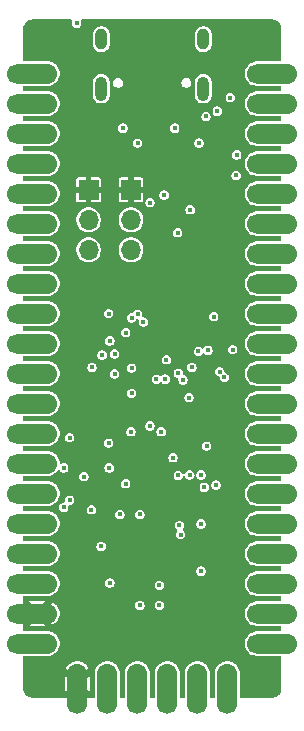
<source format=gbr>
%TF.GenerationSoftware,KiCad,Pcbnew,9.0.0*%
%TF.CreationDate,2025-04-02T16:35:10+02:00*%
%TF.ProjectId,stm32f103-core-board,73746d33-3266-4313-9033-2d636f72652d,1*%
%TF.SameCoordinates,Original*%
%TF.FileFunction,Copper,L3,Inr*%
%TF.FilePolarity,Positive*%
%FSLAX46Y46*%
G04 Gerber Fmt 4.6, Leading zero omitted, Abs format (unit mm)*
G04 Created by KiCad (PCBNEW 9.0.0) date 2025-04-02 16:35:10*
%MOMM*%
%LPD*%
G01*
G04 APERTURE LIST*
G04 Aperture macros list*
%AMFreePoly0*
4,1,23,0.000000,0.845907,0.083315,0.845907,0.246742,0.813399,0.400687,0.749633,0.539234,0.657059,0.657059,0.539234,0.749633,0.400687,0.813399,0.246742,0.845907,0.083315,0.845907,-0.083315,0.813399,-0.246742,0.749633,-0.400687,0.657059,-0.539234,0.539234,-0.657059,0.400687,-0.749633,0.246742,-0.813399,0.083315,-0.845907,0.000000,-0.845907,0.000000,-0.850000,-2.540000,-0.850000,
-2.540000,0.850000,0.000000,0.850000,0.000000,0.845907,0.000000,0.845907,$1*%
G04 Aperture macros list end*
%TA.AperFunction,ComponentPad*%
%ADD10O,1.700000X1.700000*%
%TD*%
%TA.AperFunction,ComponentPad*%
%ADD11R,1.700000X1.700000*%
%TD*%
%TA.AperFunction,ComponentPad*%
%ADD12FreePoly0,0.000000*%
%TD*%
%TA.AperFunction,ComponentPad*%
%ADD13C,1.700000*%
%TD*%
%TA.AperFunction,ComponentPad*%
%ADD14O,1.000000X1.800000*%
%TD*%
%TA.AperFunction,ComponentPad*%
%ADD15O,1.000000X2.100000*%
%TD*%
%TA.AperFunction,ComponentPad*%
%ADD16FreePoly0,90.000000*%
%TD*%
%TA.AperFunction,ViaPad*%
%ADD17C,0.400000*%
%TD*%
G04 APERTURE END LIST*
D10*
%TO.N,GND*%
%TO.C,J1*%
X144600000Y-90800000D03*
%TO.N,Net-(J1-Pin_2)*%
X144600000Y-88260001D03*
D11*
%TO.N,/+3V3*%
X144600000Y-85720001D03*
%TD*%
D12*
%TO.N,GND*%
%TO.C,J5*%
X161430000Y-124130000D03*
D13*
X158890000Y-124130000D03*
D12*
%TO.N,/VBAT*%
X161430000Y-121590000D03*
D13*
X158890000Y-121590000D03*
D12*
%TO.N,/PC13*%
X161430000Y-119050000D03*
D13*
X158890000Y-119050000D03*
D12*
%TO.N,/~{NRST}*%
X161430000Y-116510001D03*
D13*
X158890000Y-116510000D03*
D12*
%TO.N,/PA0*%
X161430000Y-113969999D03*
D13*
X158890000Y-113970000D03*
D12*
%TO.N,/PA1*%
X161430000Y-111430000D03*
D13*
X158890000Y-111430000D03*
D12*
%TO.N,/PA2*%
X161430000Y-108890000D03*
D13*
X158890000Y-108890000D03*
D12*
%TO.N,/PA3*%
X161430000Y-106350000D03*
D13*
X158890000Y-106350000D03*
D12*
%TO.N,/PA4*%
X161430000Y-103809999D03*
D13*
X158890000Y-103810000D03*
D12*
%TO.N,/PA5*%
X161430000Y-101270000D03*
D13*
X158890000Y-101270000D03*
D12*
%TO.N,/PA6*%
X161430000Y-98730000D03*
D13*
X158890000Y-98730000D03*
D12*
%TO.N,/PA7*%
X161430000Y-96190000D03*
D13*
X158890000Y-96190000D03*
D12*
%TO.N,/PA8*%
X161430000Y-93650001D03*
D13*
X158890000Y-93650000D03*
D12*
%TO.N,/USART1.TX*%
X161430000Y-91110000D03*
D13*
X158890000Y-91110000D03*
D12*
%TO.N,/USART1.RX*%
X161430000Y-88570000D03*
D13*
X158890000Y-88570000D03*
D12*
%TO.N,/PA11*%
X161430000Y-86030000D03*
D13*
X158890000Y-86030000D03*
D12*
%TO.N,/PA12*%
X161430000Y-83490000D03*
D13*
X158890000Y-83490000D03*
D12*
%TO.N,/PA13*%
X161430000Y-80949999D03*
D13*
X158890000Y-80950000D03*
D12*
%TO.N,/PA14*%
X161430000Y-78410000D03*
D13*
X158890000Y-78410000D03*
D12*
%TO.N,/PA15*%
X161430000Y-75870000D03*
D13*
X158890000Y-75870000D03*
%TD*%
D10*
%TO.N,GND*%
%TO.C,J2*%
X148200000Y-90800000D03*
%TO.N,Net-(J2-Pin_2)*%
X148200000Y-88260001D03*
D11*
%TO.N,/+3V3*%
X148200000Y-85720001D03*
%TD*%
D12*
%TO.N,GND*%
%TO.C,J4*%
X141110000Y-124130000D03*
D13*
X138570000Y-124130000D03*
D12*
%TO.N,/+3V3*%
X141110000Y-121590000D03*
D13*
X138570000Y-121590000D03*
D12*
%TO.N,/PB15*%
X141110000Y-119050000D03*
D13*
X138570000Y-119050000D03*
D12*
%TO.N,/PB14*%
X141110000Y-116510001D03*
D13*
X138570000Y-116510000D03*
D12*
%TO.N,/PB13*%
X141110000Y-113969999D03*
D13*
X138570000Y-113970000D03*
D12*
%TO.N,/PB12*%
X141110000Y-111430000D03*
D13*
X138570000Y-111430000D03*
D12*
%TO.N,/PB11*%
X141110000Y-108890000D03*
D13*
X138570000Y-108890000D03*
D12*
%TO.N,/PB10*%
X141110000Y-106350000D03*
D13*
X138570000Y-106350000D03*
D12*
%TO.N,/PB9*%
X141110000Y-103809999D03*
D13*
X138570000Y-103810000D03*
D12*
%TO.N,/PB8*%
X141110000Y-101270000D03*
D13*
X138570000Y-101270000D03*
D12*
%TO.N,/PB7*%
X141110000Y-98730000D03*
D13*
X138570000Y-98730000D03*
D12*
%TO.N,/PB6*%
X141110000Y-96190000D03*
D13*
X138570000Y-96190000D03*
D12*
%TO.N,/PB5*%
X141110000Y-93650001D03*
D13*
X138570000Y-93650000D03*
D12*
%TO.N,/PB4*%
X141110000Y-91110000D03*
D13*
X138570000Y-91110000D03*
D12*
%TO.N,/PB3*%
X141110000Y-88570000D03*
D13*
X138570000Y-88570000D03*
D12*
%TO.N,/PB2*%
X141110000Y-86030000D03*
D13*
X138570000Y-86030000D03*
D12*
%TO.N,/PB1*%
X141110000Y-83490000D03*
D13*
X138570000Y-83490000D03*
D12*
%TO.N,/PB0*%
X141110000Y-80949999D03*
D13*
X138570000Y-80950000D03*
D12*
%TO.N,/+5V*%
X141110000Y-78410000D03*
D13*
X138570000Y-78410000D03*
D12*
%TO.N,GND*%
X141110000Y-75870000D03*
D13*
X138570000Y-75870000D03*
%TD*%
D14*
%TO.N,GND*%
%TO.C,CN1*%
X154320000Y-72975000D03*
X145680000Y-72975000D03*
D15*
X145680000Y-77155000D03*
X154320000Y-77155000D03*
%TD*%
D16*
%TO.N,GND*%
%TO.C,J3*%
X156350000Y-126670000D03*
D13*
X156350000Y-129210000D03*
D16*
%TO.N,/USART1.TX*%
X153810000Y-126670000D03*
D13*
X153810000Y-129210000D03*
D16*
%TO.N,/USART1.RX*%
X151270000Y-126670000D03*
D13*
X151270000Y-129210000D03*
D16*
%TO.N,/PA13*%
X148729999Y-126670000D03*
D13*
X148730000Y-129210000D03*
D16*
%TO.N,/PA14*%
X146190000Y-126670000D03*
D13*
X146190000Y-129210000D03*
D16*
%TO.N,/+3V3*%
X143650000Y-126670000D03*
D13*
X143650000Y-129210000D03*
%TD*%
D17*
%TO.N,GND*%
X153350000Y-100750000D03*
X154550000Y-79500000D03*
X155500000Y-79050000D03*
%TO.N,/+3V3*%
X154500000Y-85300000D03*
X155550000Y-108150000D03*
X143600000Y-77550000D03*
X147250000Y-96200000D03*
X151250000Y-109900000D03*
X156750000Y-100250000D03*
X143000000Y-107450000D03*
X145800000Y-94750000D03*
X147550000Y-99900000D03*
X149850000Y-80500000D03*
X153250000Y-100250000D03*
X156600000Y-80150000D03*
X143100000Y-105750000D03*
X154500000Y-84737500D03*
X151250000Y-105650000D03*
X154500000Y-85900000D03*
%TO.N,GND*%
X151000000Y-86150000D03*
X154125000Y-109850000D03*
X157150000Y-82750000D03*
X146350000Y-109250000D03*
X156600000Y-77900000D03*
X143000000Y-106700000D03*
X147500000Y-80500000D03*
X153950000Y-81750000D03*
X150600000Y-119200000D03*
X154125000Y-118000000D03*
X143600000Y-71600000D03*
X150600000Y-120900000D03*
X152400000Y-114900000D03*
X157100000Y-84500000D03*
X150750000Y-106200000D03*
X148950000Y-113200000D03*
X147750000Y-97800000D03*
X156800000Y-99250000D03*
X154125000Y-114000000D03*
X151900000Y-80500000D03*
X145675000Y-115900000D03*
X146300000Y-96200000D03*
X148950000Y-120900000D03*
X152300000Y-114125000D03*
X152200000Y-109900000D03*
X146400000Y-119000000D03*
%TO.N,/PA12*%
X148750000Y-96250000D03*
X148750000Y-81750000D03*
%TO.N,/PA11*%
X149800000Y-86800000D03*
X149250000Y-96900000D03*
%TO.N,/PB2*%
X152150000Y-89350000D03*
X155200000Y-96450000D03*
%TO.N,/PA1*%
X153150000Y-109850000D03*
%TO.N,/USART1.TX*%
X155400000Y-110700000D03*
%TO.N,/VBAT*%
X147250000Y-113200000D03*
%TO.N,/PC13*%
X147750000Y-110600000D03*
%TO.N,/PA0*%
X151750000Y-108400000D03*
%TO.N,/USART1.RX*%
X154600000Y-107400000D03*
X151200000Y-100100000D03*
X154400000Y-110900000D03*
X153100000Y-103300000D03*
%TO.N,/PB12*%
X151100000Y-101750000D03*
X144200000Y-110000000D03*
%TO.N,/BOOT0*%
X146800000Y-99600000D03*
X146800000Y-101300000D03*
%TO.N,/PB9*%
X142500000Y-112600000D03*
X142500000Y-109250000D03*
%TO.N,/PB13*%
X150350000Y-101750000D03*
%TO.N,/PB10*%
X148200000Y-106200000D03*
X152600000Y-101800000D03*
%TO.N,/PB1*%
X146400000Y-98500000D03*
X155700000Y-101100000D03*
%TO.N,/PB0*%
X156100000Y-101600000D03*
X153200000Y-87400000D03*
%TO.N,/PB14*%
X153900000Y-99400000D03*
%TO.N,/PB15*%
X154700000Y-99300000D03*
%TO.N,/PB11*%
X152200000Y-101250000D03*
X146300000Y-107150000D03*
%TO.N,/PA15*%
X144900000Y-100750000D03*
%TO.N,/PA14*%
X145750000Y-99700000D03*
X143000000Y-112000000D03*
%TO.N,/PA13*%
X144850000Y-112800000D03*
X148250000Y-100800000D03*
X149800000Y-105700000D03*
X148250000Y-102950000D03*
X148250000Y-96550000D03*
%TD*%
%TA.AperFunction,Conductor*%
%TO.N,/+3V3*%
G36*
X143202950Y-71309407D02*
G01*
X143238914Y-71358907D01*
X143238914Y-71420093D01*
X143230496Y-71438999D01*
X143226793Y-71445411D01*
X143209569Y-71509695D01*
X143199500Y-71547273D01*
X143199500Y-71652727D01*
X143226793Y-71754587D01*
X143226794Y-71754589D01*
X143226794Y-71754590D01*
X143279518Y-71845910D01*
X143279520Y-71845913D01*
X143354087Y-71920480D01*
X143445413Y-71973207D01*
X143547273Y-72000500D01*
X143547275Y-72000500D01*
X143652725Y-72000500D01*
X143652727Y-72000500D01*
X143754587Y-71973207D01*
X143845913Y-71920480D01*
X143920480Y-71845913D01*
X143973207Y-71754587D01*
X144000500Y-71652727D01*
X144000500Y-71547273D01*
X143973207Y-71445413D01*
X143969504Y-71438999D01*
X143956783Y-71379150D01*
X143981671Y-71323255D01*
X144034659Y-71292663D01*
X144055241Y-71290500D01*
X160094108Y-71290500D01*
X160155139Y-71290500D01*
X160164842Y-71290976D01*
X160300418Y-71304330D01*
X160319451Y-71308116D01*
X160445148Y-71346245D01*
X160463071Y-71353670D01*
X160578915Y-71415589D01*
X160595043Y-71426365D01*
X160618253Y-71445413D01*
X160696581Y-71509695D01*
X160710304Y-71523418D01*
X160793631Y-71624952D01*
X160804411Y-71641087D01*
X160826650Y-71682692D01*
X160866328Y-71756925D01*
X160873755Y-71774855D01*
X160911883Y-71900548D01*
X160915669Y-71919582D01*
X160929023Y-72055157D01*
X160929500Y-72064861D01*
X160929500Y-74715500D01*
X160910593Y-74773691D01*
X160861093Y-74809655D01*
X160830500Y-74814500D01*
X158890000Y-74814500D01*
X158854950Y-74818449D01*
X158851142Y-74818878D01*
X158840058Y-74819500D01*
X158786532Y-74819500D01*
X158583581Y-74859869D01*
X158392402Y-74939058D01*
X158220348Y-75054020D01*
X158074020Y-75200348D01*
X157959058Y-75372402D01*
X157879869Y-75563581D01*
X157839500Y-75766532D01*
X157839500Y-75973467D01*
X157879869Y-76176418D01*
X157959058Y-76367597D01*
X158071586Y-76536008D01*
X158074023Y-76539655D01*
X158220345Y-76685977D01*
X158392402Y-76800941D01*
X158583580Y-76880130D01*
X158786535Y-76920500D01*
X158856938Y-76920500D01*
X158878967Y-76922982D01*
X158889995Y-76925499D01*
X158889996Y-76925499D01*
X158890000Y-76925500D01*
X160830500Y-76925500D01*
X160888691Y-76944407D01*
X160924655Y-76993907D01*
X160929500Y-77024500D01*
X160929500Y-77255500D01*
X160910593Y-77313691D01*
X160861093Y-77349655D01*
X160830500Y-77354500D01*
X158890000Y-77354500D01*
X158854950Y-77358449D01*
X158851142Y-77358878D01*
X158840058Y-77359500D01*
X158786532Y-77359500D01*
X158583581Y-77399869D01*
X158392402Y-77479058D01*
X158220348Y-77594020D01*
X158074020Y-77740348D01*
X157959058Y-77912402D01*
X157879869Y-78103581D01*
X157839500Y-78306532D01*
X157839500Y-78513467D01*
X157879869Y-78716418D01*
X157959058Y-78907597D01*
X158064915Y-79066024D01*
X158074023Y-79079655D01*
X158220345Y-79225977D01*
X158392402Y-79340941D01*
X158583580Y-79420130D01*
X158786535Y-79460500D01*
X158856938Y-79460500D01*
X158878967Y-79462982D01*
X158889995Y-79465499D01*
X158889996Y-79465499D01*
X158890000Y-79465500D01*
X160830500Y-79465500D01*
X160888691Y-79484407D01*
X160924655Y-79533907D01*
X160929500Y-79564500D01*
X160929500Y-79795499D01*
X160910593Y-79853690D01*
X160861093Y-79889654D01*
X160830500Y-79894499D01*
X158890000Y-79894499D01*
X158854950Y-79898448D01*
X158851133Y-79898878D01*
X158840049Y-79899500D01*
X158786532Y-79899500D01*
X158583581Y-79939869D01*
X158392402Y-80019058D01*
X158220348Y-80134020D01*
X158074020Y-80280348D01*
X157959058Y-80452402D01*
X157879869Y-80643581D01*
X157839500Y-80846532D01*
X157839500Y-81053467D01*
X157879869Y-81256418D01*
X157959058Y-81447597D01*
X158057822Y-81595409D01*
X158074023Y-81619655D01*
X158220345Y-81765977D01*
X158392402Y-81880941D01*
X158583580Y-81960130D01*
X158786535Y-82000500D01*
X158856943Y-82000500D01*
X158878972Y-82002982D01*
X158890000Y-82005499D01*
X160830500Y-82005499D01*
X160888691Y-82024406D01*
X160924655Y-82073906D01*
X160929500Y-82104499D01*
X160929500Y-82335500D01*
X160910593Y-82393691D01*
X160861093Y-82429655D01*
X160830500Y-82434500D01*
X158890000Y-82434500D01*
X158854950Y-82438449D01*
X158851142Y-82438878D01*
X158840058Y-82439500D01*
X158786532Y-82439500D01*
X158583581Y-82479869D01*
X158392402Y-82559058D01*
X158220348Y-82674020D01*
X158074020Y-82820348D01*
X157959058Y-82992402D01*
X157879869Y-83183581D01*
X157839500Y-83386532D01*
X157839500Y-83593467D01*
X157879869Y-83796418D01*
X157959058Y-83987597D01*
X158064915Y-84146024D01*
X158074023Y-84159655D01*
X158220345Y-84305977D01*
X158392402Y-84420941D01*
X158583580Y-84500130D01*
X158786535Y-84540500D01*
X158856938Y-84540500D01*
X158878967Y-84542982D01*
X158889995Y-84545499D01*
X158889996Y-84545499D01*
X158890000Y-84545500D01*
X160830500Y-84545500D01*
X160888691Y-84564407D01*
X160924655Y-84613907D01*
X160929500Y-84644500D01*
X160929500Y-84875500D01*
X160910593Y-84933691D01*
X160861093Y-84969655D01*
X160830500Y-84974500D01*
X158890000Y-84974500D01*
X158854950Y-84978449D01*
X158851142Y-84978878D01*
X158840058Y-84979500D01*
X158786532Y-84979500D01*
X158583581Y-85019869D01*
X158392402Y-85099058D01*
X158220348Y-85214020D01*
X158074020Y-85360348D01*
X157959058Y-85532402D01*
X157879869Y-85723581D01*
X157839500Y-85926532D01*
X157839500Y-86133467D01*
X157879869Y-86336418D01*
X157959058Y-86527597D01*
X158064915Y-86686024D01*
X158074023Y-86699655D01*
X158220345Y-86845977D01*
X158392402Y-86960941D01*
X158583580Y-87040130D01*
X158786535Y-87080500D01*
X158856938Y-87080500D01*
X158878967Y-87082982D01*
X158889995Y-87085499D01*
X158889996Y-87085499D01*
X158890000Y-87085500D01*
X160830500Y-87085500D01*
X160888691Y-87104407D01*
X160924655Y-87153907D01*
X160929500Y-87184500D01*
X160929500Y-87415500D01*
X160910593Y-87473691D01*
X160861093Y-87509655D01*
X160830500Y-87514500D01*
X158890000Y-87514500D01*
X158854950Y-87518449D01*
X158851142Y-87518878D01*
X158840058Y-87519500D01*
X158786532Y-87519500D01*
X158583581Y-87559869D01*
X158392402Y-87639058D01*
X158220348Y-87754020D01*
X158074020Y-87900348D01*
X157959058Y-88072402D01*
X157879869Y-88263581D01*
X157839500Y-88466532D01*
X157839500Y-88673467D01*
X157879869Y-88876418D01*
X157959058Y-89067597D01*
X158064915Y-89226024D01*
X158074023Y-89239655D01*
X158220345Y-89385977D01*
X158392402Y-89500941D01*
X158583580Y-89580130D01*
X158786535Y-89620500D01*
X158856938Y-89620500D01*
X158878967Y-89622982D01*
X158889995Y-89625499D01*
X158889996Y-89625499D01*
X158890000Y-89625500D01*
X160830500Y-89625500D01*
X160888691Y-89644407D01*
X160924655Y-89693907D01*
X160929500Y-89724500D01*
X160929500Y-89955500D01*
X160910593Y-90013691D01*
X160861093Y-90049655D01*
X160830500Y-90054500D01*
X158890000Y-90054500D01*
X158854950Y-90058449D01*
X158851142Y-90058878D01*
X158840058Y-90059500D01*
X158786532Y-90059500D01*
X158583581Y-90099869D01*
X158392402Y-90179058D01*
X158220348Y-90294020D01*
X158074020Y-90440348D01*
X157959058Y-90612402D01*
X157879869Y-90803581D01*
X157839500Y-91006532D01*
X157839500Y-91213467D01*
X157879869Y-91416418D01*
X157959058Y-91607597D01*
X158064915Y-91766024D01*
X158074023Y-91779655D01*
X158220345Y-91925977D01*
X158392402Y-92040941D01*
X158583580Y-92120130D01*
X158786535Y-92160500D01*
X158856938Y-92160500D01*
X158878967Y-92162982D01*
X158889995Y-92165499D01*
X158889996Y-92165499D01*
X158890000Y-92165500D01*
X160830500Y-92165500D01*
X160888691Y-92184407D01*
X160924655Y-92233907D01*
X160929500Y-92264500D01*
X160929500Y-92495501D01*
X160910593Y-92553692D01*
X160861093Y-92589656D01*
X160830500Y-92594501D01*
X158889998Y-92594501D01*
X158851151Y-92598878D01*
X158840067Y-92599500D01*
X158786532Y-92599500D01*
X158583581Y-92639869D01*
X158392402Y-92719058D01*
X158220348Y-92834020D01*
X158074020Y-92980348D01*
X157959058Y-93152402D01*
X157879869Y-93343581D01*
X157839500Y-93546532D01*
X157839500Y-93753467D01*
X157879869Y-93956418D01*
X157959058Y-94147597D01*
X158074020Y-94319651D01*
X158074023Y-94319655D01*
X158220345Y-94465977D01*
X158392402Y-94580941D01*
X158583580Y-94660130D01*
X158786535Y-94700500D01*
X158856935Y-94700500D01*
X158878961Y-94702981D01*
X158890000Y-94705501D01*
X160830500Y-94705501D01*
X160888691Y-94724408D01*
X160924655Y-94773908D01*
X160929500Y-94804501D01*
X160929500Y-95035500D01*
X160910593Y-95093691D01*
X160861093Y-95129655D01*
X160830500Y-95134500D01*
X158890000Y-95134500D01*
X158854950Y-95138449D01*
X158851142Y-95138878D01*
X158840058Y-95139500D01*
X158786532Y-95139500D01*
X158583581Y-95179869D01*
X158392402Y-95259058D01*
X158220348Y-95374020D01*
X158074020Y-95520348D01*
X157959058Y-95692402D01*
X157879869Y-95883581D01*
X157839500Y-96086532D01*
X157839500Y-96293467D01*
X157879869Y-96496418D01*
X157959058Y-96687597D01*
X158065750Y-96847274D01*
X158074023Y-96859655D01*
X158220345Y-97005977D01*
X158392402Y-97120941D01*
X158583580Y-97200130D01*
X158786535Y-97240500D01*
X158856938Y-97240500D01*
X158878967Y-97242982D01*
X158889995Y-97245499D01*
X158889996Y-97245499D01*
X158890000Y-97245500D01*
X160830500Y-97245500D01*
X160888691Y-97264407D01*
X160924655Y-97313907D01*
X160929500Y-97344500D01*
X160929500Y-97575500D01*
X160910593Y-97633691D01*
X160861093Y-97669655D01*
X160830500Y-97674500D01*
X158890000Y-97674500D01*
X158854950Y-97678449D01*
X158851142Y-97678878D01*
X158840058Y-97679500D01*
X158786532Y-97679500D01*
X158583581Y-97719869D01*
X158392402Y-97799058D01*
X158220348Y-97914020D01*
X158074020Y-98060348D01*
X157959058Y-98232402D01*
X157879869Y-98423581D01*
X157839500Y-98626532D01*
X157839500Y-98833467D01*
X157879869Y-99036418D01*
X157959058Y-99227597D01*
X158074020Y-99399651D01*
X158074023Y-99399655D01*
X158220345Y-99545977D01*
X158392402Y-99660941D01*
X158583580Y-99740130D01*
X158786535Y-99780500D01*
X158856938Y-99780500D01*
X158878967Y-99782982D01*
X158889995Y-99785499D01*
X158889996Y-99785499D01*
X158890000Y-99785500D01*
X160830500Y-99785500D01*
X160888691Y-99804407D01*
X160924655Y-99853907D01*
X160929500Y-99884500D01*
X160929500Y-100115500D01*
X160910593Y-100173691D01*
X160861093Y-100209655D01*
X160830500Y-100214500D01*
X158890000Y-100214500D01*
X158854950Y-100218449D01*
X158851142Y-100218878D01*
X158840058Y-100219500D01*
X158786532Y-100219500D01*
X158583581Y-100259869D01*
X158392402Y-100339058D01*
X158220348Y-100454020D01*
X158074020Y-100600348D01*
X157959058Y-100772402D01*
X157879869Y-100963581D01*
X157839500Y-101166532D01*
X157839500Y-101373467D01*
X157879869Y-101576418D01*
X157959058Y-101767597D01*
X158064915Y-101926024D01*
X158074023Y-101939655D01*
X158220345Y-102085977D01*
X158392402Y-102200941D01*
X158583580Y-102280130D01*
X158786535Y-102320500D01*
X158856938Y-102320500D01*
X158878967Y-102322982D01*
X158889995Y-102325499D01*
X158889996Y-102325499D01*
X158890000Y-102325500D01*
X160830500Y-102325500D01*
X160888691Y-102344407D01*
X160924655Y-102393907D01*
X160929500Y-102424500D01*
X160929500Y-102655499D01*
X160910593Y-102713690D01*
X160861093Y-102749654D01*
X160830500Y-102754499D01*
X158890000Y-102754499D01*
X158854950Y-102758448D01*
X158851133Y-102758878D01*
X158840049Y-102759500D01*
X158786532Y-102759500D01*
X158583581Y-102799869D01*
X158392402Y-102879058D01*
X158220348Y-102994020D01*
X158074020Y-103140348D01*
X157959058Y-103312402D01*
X157879869Y-103503581D01*
X157839500Y-103706532D01*
X157839500Y-103913467D01*
X157879869Y-104116418D01*
X157959058Y-104307597D01*
X158064907Y-104466012D01*
X158074023Y-104479655D01*
X158220345Y-104625977D01*
X158392402Y-104740941D01*
X158583580Y-104820130D01*
X158786535Y-104860500D01*
X158856943Y-104860500D01*
X158878972Y-104862982D01*
X158890000Y-104865499D01*
X160830500Y-104865499D01*
X160888691Y-104884406D01*
X160924655Y-104933906D01*
X160929500Y-104964499D01*
X160929500Y-105195500D01*
X160910593Y-105253691D01*
X160861093Y-105289655D01*
X160830500Y-105294500D01*
X158890000Y-105294500D01*
X158854950Y-105298449D01*
X158851142Y-105298878D01*
X158840058Y-105299500D01*
X158786532Y-105299500D01*
X158583581Y-105339869D01*
X158392402Y-105419058D01*
X158220348Y-105534020D01*
X158074020Y-105680348D01*
X157959058Y-105852402D01*
X157879869Y-106043581D01*
X157839500Y-106246532D01*
X157839500Y-106453467D01*
X157879869Y-106656418D01*
X157959058Y-106847597D01*
X158064915Y-107006024D01*
X158074023Y-107019655D01*
X158220345Y-107165977D01*
X158392402Y-107280941D01*
X158583580Y-107360130D01*
X158786535Y-107400500D01*
X158856938Y-107400500D01*
X158878967Y-107402982D01*
X158889995Y-107405499D01*
X158889996Y-107405499D01*
X158890000Y-107405500D01*
X160830500Y-107405500D01*
X160888691Y-107424407D01*
X160924655Y-107473907D01*
X160929500Y-107504500D01*
X160929500Y-107735500D01*
X160910593Y-107793691D01*
X160861093Y-107829655D01*
X160830500Y-107834500D01*
X158890000Y-107834500D01*
X158854950Y-107838449D01*
X158851142Y-107838878D01*
X158840058Y-107839500D01*
X158786532Y-107839500D01*
X158583581Y-107879869D01*
X158392402Y-107959058D01*
X158220348Y-108074020D01*
X158074020Y-108220348D01*
X157959058Y-108392402D01*
X157879869Y-108583581D01*
X157839500Y-108786532D01*
X157839500Y-108993467D01*
X157879869Y-109196418D01*
X157959058Y-109387597D01*
X158064913Y-109546021D01*
X158074023Y-109559655D01*
X158220345Y-109705977D01*
X158392402Y-109820941D01*
X158583580Y-109900130D01*
X158786535Y-109940500D01*
X158856938Y-109940500D01*
X158878967Y-109942982D01*
X158889995Y-109945499D01*
X158889996Y-109945499D01*
X158890000Y-109945500D01*
X160830500Y-109945500D01*
X160888691Y-109964407D01*
X160924655Y-110013907D01*
X160929500Y-110044500D01*
X160929500Y-110275500D01*
X160910593Y-110333691D01*
X160861093Y-110369655D01*
X160830500Y-110374500D01*
X158890000Y-110374500D01*
X158854950Y-110378449D01*
X158851142Y-110378878D01*
X158840058Y-110379500D01*
X158786532Y-110379500D01*
X158583581Y-110419869D01*
X158392402Y-110499058D01*
X158220348Y-110614020D01*
X158074020Y-110760348D01*
X157959058Y-110932402D01*
X157879869Y-111123581D01*
X157839500Y-111326532D01*
X157839500Y-111533467D01*
X157879869Y-111736418D01*
X157959058Y-111927597D01*
X158064915Y-112086024D01*
X158074023Y-112099655D01*
X158220345Y-112245977D01*
X158392402Y-112360941D01*
X158583580Y-112440130D01*
X158786535Y-112480500D01*
X158856938Y-112480500D01*
X158878967Y-112482982D01*
X158889995Y-112485499D01*
X158889996Y-112485499D01*
X158890000Y-112485500D01*
X160830500Y-112485500D01*
X160888691Y-112504407D01*
X160924655Y-112553907D01*
X160929500Y-112584500D01*
X160929500Y-112815499D01*
X160910593Y-112873690D01*
X160861093Y-112909654D01*
X160830500Y-112914499D01*
X158890000Y-112914499D01*
X158854950Y-112918448D01*
X158851133Y-112918878D01*
X158840049Y-112919500D01*
X158786532Y-112919500D01*
X158583581Y-112959869D01*
X158392402Y-113039058D01*
X158220348Y-113154020D01*
X158074020Y-113300348D01*
X157959058Y-113472402D01*
X157879869Y-113663581D01*
X157839500Y-113866532D01*
X157839500Y-114073467D01*
X157879869Y-114276418D01*
X157959058Y-114467597D01*
X158033842Y-114579520D01*
X158074023Y-114639655D01*
X158220345Y-114785977D01*
X158392402Y-114900941D01*
X158583580Y-114980130D01*
X158786535Y-115020500D01*
X158856943Y-115020500D01*
X158878972Y-115022982D01*
X158890000Y-115025499D01*
X160830500Y-115025499D01*
X160888691Y-115044406D01*
X160924655Y-115093906D01*
X160929500Y-115124499D01*
X160929500Y-115355501D01*
X160910593Y-115413692D01*
X160861093Y-115449656D01*
X160830500Y-115454501D01*
X158889998Y-115454501D01*
X158851151Y-115458878D01*
X158840067Y-115459500D01*
X158786532Y-115459500D01*
X158583581Y-115499869D01*
X158392402Y-115579058D01*
X158220348Y-115694020D01*
X158074020Y-115840348D01*
X157959058Y-116012402D01*
X157879869Y-116203581D01*
X157839500Y-116406532D01*
X157839500Y-116613467D01*
X157879869Y-116816418D01*
X157959058Y-117007597D01*
X158074020Y-117179651D01*
X158074023Y-117179655D01*
X158220345Y-117325977D01*
X158392402Y-117440941D01*
X158583580Y-117520130D01*
X158786535Y-117560500D01*
X158856935Y-117560500D01*
X158878961Y-117562981D01*
X158890000Y-117565501D01*
X160830500Y-117565501D01*
X160888691Y-117584408D01*
X160924655Y-117633908D01*
X160929500Y-117664501D01*
X160929500Y-117895500D01*
X160910593Y-117953691D01*
X160861093Y-117989655D01*
X160830500Y-117994500D01*
X158890000Y-117994500D01*
X158854950Y-117998449D01*
X158851142Y-117998878D01*
X158840058Y-117999500D01*
X158786532Y-117999500D01*
X158583581Y-118039869D01*
X158392402Y-118119058D01*
X158220348Y-118234020D01*
X158074020Y-118380348D01*
X157959058Y-118552402D01*
X157879869Y-118743581D01*
X157839500Y-118946532D01*
X157839500Y-119153467D01*
X157879869Y-119356418D01*
X157959058Y-119547597D01*
X158064915Y-119706024D01*
X158074023Y-119719655D01*
X158220345Y-119865977D01*
X158392402Y-119980941D01*
X158583580Y-120060130D01*
X158786535Y-120100500D01*
X158856938Y-120100500D01*
X158878967Y-120102982D01*
X158889995Y-120105499D01*
X158889996Y-120105499D01*
X158890000Y-120105500D01*
X160830500Y-120105500D01*
X160888691Y-120124407D01*
X160924655Y-120173907D01*
X160929500Y-120204500D01*
X160929500Y-120435500D01*
X160910593Y-120493691D01*
X160861093Y-120529655D01*
X160830500Y-120534500D01*
X158890000Y-120534500D01*
X158851142Y-120538878D01*
X158840058Y-120539500D01*
X158786532Y-120539500D01*
X158583581Y-120579869D01*
X158392402Y-120659058D01*
X158220348Y-120774020D01*
X158074020Y-120920348D01*
X157959058Y-121092402D01*
X157879869Y-121283581D01*
X157839500Y-121486532D01*
X157839500Y-121693467D01*
X157879869Y-121896418D01*
X157959058Y-122087597D01*
X158074020Y-122259651D01*
X158074023Y-122259655D01*
X158220345Y-122405977D01*
X158392402Y-122520941D01*
X158583580Y-122600130D01*
X158786535Y-122640500D01*
X158856938Y-122640500D01*
X158878967Y-122642982D01*
X158889995Y-122645499D01*
X158889996Y-122645499D01*
X158890000Y-122645500D01*
X160830500Y-122645500D01*
X160888691Y-122664407D01*
X160924655Y-122713907D01*
X160929500Y-122744500D01*
X160929500Y-122975500D01*
X160910593Y-123033691D01*
X160861093Y-123069655D01*
X160830500Y-123074500D01*
X158890000Y-123074500D01*
X158854950Y-123078449D01*
X158851142Y-123078878D01*
X158840058Y-123079500D01*
X158786532Y-123079500D01*
X158583581Y-123119869D01*
X158392402Y-123199058D01*
X158220348Y-123314020D01*
X158074020Y-123460348D01*
X157959058Y-123632402D01*
X157879869Y-123823581D01*
X157839500Y-124026532D01*
X157839500Y-124233467D01*
X157879869Y-124436418D01*
X157959058Y-124627597D01*
X158064915Y-124786024D01*
X158074023Y-124799655D01*
X158220345Y-124945977D01*
X158392402Y-125060941D01*
X158583580Y-125140130D01*
X158786535Y-125180500D01*
X158856938Y-125180500D01*
X158878967Y-125182982D01*
X158889995Y-125185499D01*
X158889996Y-125185499D01*
X158890000Y-125185500D01*
X160830500Y-125185500D01*
X160888691Y-125204407D01*
X160924655Y-125253907D01*
X160929500Y-125284500D01*
X160929500Y-127935138D01*
X160929023Y-127944842D01*
X160915669Y-128080417D01*
X160911883Y-128099451D01*
X160873755Y-128225144D01*
X160866328Y-128243074D01*
X160804413Y-128358910D01*
X160793631Y-128375047D01*
X160710304Y-128476581D01*
X160696581Y-128490304D01*
X160595047Y-128573631D01*
X160578910Y-128584413D01*
X160463074Y-128646328D01*
X160445144Y-128653755D01*
X160319451Y-128691883D01*
X160300418Y-128695669D01*
X160180442Y-128707486D01*
X160164841Y-128709023D01*
X160155139Y-128709500D01*
X157504500Y-128709500D01*
X157446309Y-128690593D01*
X157410345Y-128641093D01*
X157405500Y-128610500D01*
X157405500Y-126586283D01*
X157401551Y-126546193D01*
X157368885Y-126381969D01*
X157357195Y-126343432D01*
X157357192Y-126343422D01*
X157293117Y-126188732D01*
X157293115Y-126188727D01*
X157283104Y-126170000D01*
X157274127Y-126153205D01*
X157181105Y-126013987D01*
X157181102Y-126013983D01*
X157181096Y-126013975D01*
X157155554Y-125982853D01*
X157155552Y-125982851D01*
X157155548Y-125982846D01*
X157037154Y-125864452D01*
X157037148Y-125864447D01*
X157037146Y-125864445D01*
X157006024Y-125838903D01*
X157006016Y-125838897D01*
X156866803Y-125745878D01*
X156866800Y-125745876D01*
X156866795Y-125745873D01*
X156852990Y-125738494D01*
X156831272Y-125726884D01*
X156676578Y-125662808D01*
X156676567Y-125662804D01*
X156638030Y-125651114D01*
X156473804Y-125618448D01*
X156473808Y-125618448D01*
X156438794Y-125615000D01*
X156433718Y-125614500D01*
X156266282Y-125614500D01*
X156258386Y-125615277D01*
X156226193Y-125618448D01*
X156061969Y-125651114D01*
X156023432Y-125662804D01*
X156023421Y-125662808D01*
X155868727Y-125726884D01*
X155833196Y-125745878D01*
X155693983Y-125838897D01*
X155693975Y-125838903D01*
X155662853Y-125864445D01*
X155544445Y-125982853D01*
X155518903Y-126013975D01*
X155518897Y-126013983D01*
X155425878Y-126153196D01*
X155425873Y-126153203D01*
X155425873Y-126153205D01*
X155425721Y-126153489D01*
X155406884Y-126188727D01*
X155342808Y-126343421D01*
X155342804Y-126343432D01*
X155331114Y-126381969D01*
X155298448Y-126546193D01*
X155294500Y-126586283D01*
X155294500Y-128610500D01*
X155275593Y-128668691D01*
X155226093Y-128704655D01*
X155195500Y-128709500D01*
X154964500Y-128709500D01*
X154906309Y-128690593D01*
X154870345Y-128641093D01*
X154865500Y-128610500D01*
X154865500Y-126586283D01*
X154861551Y-126546193D01*
X154828885Y-126381969D01*
X154817195Y-126343432D01*
X154817192Y-126343422D01*
X154753117Y-126188732D01*
X154753115Y-126188727D01*
X154743104Y-126170000D01*
X154734127Y-126153205D01*
X154641105Y-126013987D01*
X154641102Y-126013983D01*
X154641096Y-126013975D01*
X154615554Y-125982853D01*
X154615552Y-125982851D01*
X154615548Y-125982846D01*
X154497154Y-125864452D01*
X154497148Y-125864447D01*
X154497146Y-125864445D01*
X154466024Y-125838903D01*
X154466016Y-125838897D01*
X154326803Y-125745878D01*
X154326800Y-125745876D01*
X154326795Y-125745873D01*
X154312990Y-125738494D01*
X154291272Y-125726884D01*
X154136578Y-125662808D01*
X154136567Y-125662804D01*
X154098030Y-125651114D01*
X153933804Y-125618448D01*
X153933808Y-125618448D01*
X153898794Y-125615000D01*
X153893718Y-125614500D01*
X153726282Y-125614500D01*
X153718386Y-125615277D01*
X153686193Y-125618448D01*
X153521969Y-125651114D01*
X153483432Y-125662804D01*
X153483421Y-125662808D01*
X153328727Y-125726884D01*
X153293196Y-125745878D01*
X153153983Y-125838897D01*
X153153975Y-125838903D01*
X153122853Y-125864445D01*
X153004445Y-125982853D01*
X152978903Y-126013975D01*
X152978897Y-126013983D01*
X152885878Y-126153196D01*
X152885873Y-126153203D01*
X152885873Y-126153205D01*
X152885721Y-126153489D01*
X152866884Y-126188727D01*
X152802808Y-126343421D01*
X152802804Y-126343432D01*
X152791114Y-126381969D01*
X152758448Y-126546193D01*
X152754500Y-126586283D01*
X152754500Y-128610500D01*
X152735593Y-128668691D01*
X152686093Y-128704655D01*
X152655500Y-128709500D01*
X152424500Y-128709500D01*
X152366309Y-128690593D01*
X152330345Y-128641093D01*
X152325500Y-128610500D01*
X152325500Y-126586283D01*
X152321551Y-126546193D01*
X152288885Y-126381969D01*
X152277195Y-126343432D01*
X152277192Y-126343422D01*
X152213117Y-126188732D01*
X152213115Y-126188727D01*
X152203104Y-126170000D01*
X152194127Y-126153205D01*
X152101105Y-126013987D01*
X152101102Y-126013983D01*
X152101096Y-126013975D01*
X152075554Y-125982853D01*
X152075552Y-125982851D01*
X152075548Y-125982846D01*
X151957154Y-125864452D01*
X151957148Y-125864447D01*
X151957146Y-125864445D01*
X151926024Y-125838903D01*
X151926016Y-125838897D01*
X151786803Y-125745878D01*
X151786800Y-125745876D01*
X151786795Y-125745873D01*
X151772990Y-125738494D01*
X151751272Y-125726884D01*
X151596578Y-125662808D01*
X151596567Y-125662804D01*
X151558030Y-125651114D01*
X151393804Y-125618448D01*
X151393808Y-125618448D01*
X151358794Y-125615000D01*
X151353718Y-125614500D01*
X151186282Y-125614500D01*
X151178386Y-125615277D01*
X151146193Y-125618448D01*
X150981969Y-125651114D01*
X150943432Y-125662804D01*
X150943421Y-125662808D01*
X150788727Y-125726884D01*
X150753196Y-125745878D01*
X150613983Y-125838897D01*
X150613975Y-125838903D01*
X150582853Y-125864445D01*
X150464445Y-125982853D01*
X150438903Y-126013975D01*
X150438897Y-126013983D01*
X150345878Y-126153196D01*
X150345873Y-126153203D01*
X150345873Y-126153205D01*
X150345721Y-126153489D01*
X150326884Y-126188727D01*
X150262808Y-126343421D01*
X150262804Y-126343432D01*
X150251114Y-126381969D01*
X150218448Y-126546193D01*
X150214500Y-126586283D01*
X150214500Y-128610500D01*
X150195593Y-128668691D01*
X150146093Y-128704655D01*
X150115500Y-128709500D01*
X149884499Y-128709500D01*
X149826308Y-128690593D01*
X149790344Y-128641093D01*
X149785499Y-128610500D01*
X149785499Y-126586283D01*
X149781550Y-126546193D01*
X149748884Y-126381969D01*
X149737194Y-126343432D01*
X149737191Y-126343422D01*
X149673116Y-126188732D01*
X149673114Y-126188727D01*
X149663103Y-126170000D01*
X149654126Y-126153205D01*
X149561104Y-126013987D01*
X149561101Y-126013983D01*
X149561095Y-126013975D01*
X149535553Y-125982853D01*
X149535551Y-125982851D01*
X149535547Y-125982846D01*
X149417153Y-125864452D01*
X149417147Y-125864447D01*
X149417145Y-125864445D01*
X149386023Y-125838903D01*
X149386015Y-125838897D01*
X149246802Y-125745878D01*
X149246799Y-125745876D01*
X149246794Y-125745873D01*
X149232989Y-125738494D01*
X149211271Y-125726884D01*
X149056577Y-125662808D01*
X149056566Y-125662804D01*
X149018029Y-125651114D01*
X148853803Y-125618448D01*
X148853807Y-125618448D01*
X148818793Y-125615000D01*
X148813717Y-125614500D01*
X148646281Y-125614500D01*
X148638385Y-125615277D01*
X148606192Y-125618448D01*
X148441968Y-125651114D01*
X148403431Y-125662804D01*
X148403420Y-125662808D01*
X148248726Y-125726884D01*
X148213195Y-125745878D01*
X148073982Y-125838897D01*
X148073974Y-125838903D01*
X148042852Y-125864445D01*
X147924444Y-125982853D01*
X147898902Y-126013975D01*
X147898896Y-126013983D01*
X147805877Y-126153196D01*
X147805872Y-126153203D01*
X147805872Y-126153205D01*
X147805720Y-126153489D01*
X147786883Y-126188727D01*
X147722807Y-126343421D01*
X147722803Y-126343432D01*
X147711113Y-126381969D01*
X147678447Y-126546193D01*
X147674499Y-126586283D01*
X147674499Y-128610500D01*
X147655592Y-128668691D01*
X147606092Y-128704655D01*
X147575499Y-128709500D01*
X147344500Y-128709500D01*
X147286309Y-128690593D01*
X147250345Y-128641093D01*
X147245500Y-128610500D01*
X147245500Y-126586283D01*
X147241551Y-126546193D01*
X147208885Y-126381969D01*
X147197195Y-126343432D01*
X147197192Y-126343422D01*
X147133117Y-126188732D01*
X147133115Y-126188727D01*
X147123104Y-126170000D01*
X147114127Y-126153205D01*
X147021105Y-126013987D01*
X147021102Y-126013983D01*
X147021096Y-126013975D01*
X146995554Y-125982853D01*
X146995552Y-125982851D01*
X146995548Y-125982846D01*
X146877154Y-125864452D01*
X146877148Y-125864447D01*
X146877146Y-125864445D01*
X146846024Y-125838903D01*
X146846016Y-125838897D01*
X146706803Y-125745878D01*
X146706800Y-125745876D01*
X146706795Y-125745873D01*
X146692990Y-125738494D01*
X146671272Y-125726884D01*
X146516578Y-125662808D01*
X146516567Y-125662804D01*
X146478030Y-125651114D01*
X146313804Y-125618448D01*
X146313808Y-125618448D01*
X146278794Y-125615000D01*
X146273718Y-125614500D01*
X146106282Y-125614500D01*
X146098386Y-125615277D01*
X146066193Y-125618448D01*
X145901969Y-125651114D01*
X145863432Y-125662804D01*
X145863421Y-125662808D01*
X145708727Y-125726884D01*
X145673196Y-125745878D01*
X145533983Y-125838897D01*
X145533975Y-125838903D01*
X145502853Y-125864445D01*
X145384445Y-125982853D01*
X145358903Y-126013975D01*
X145358897Y-126013983D01*
X145265878Y-126153196D01*
X145265873Y-126153203D01*
X145265873Y-126153205D01*
X145265721Y-126153489D01*
X145246884Y-126188727D01*
X145182808Y-126343421D01*
X145182804Y-126343432D01*
X145171114Y-126381969D01*
X145138448Y-126546193D01*
X145134500Y-126586283D01*
X145134500Y-128610500D01*
X145115593Y-128668691D01*
X145066093Y-128704655D01*
X145035500Y-128709500D01*
X144531956Y-128709500D01*
X144473765Y-128690593D01*
X144461952Y-128680504D01*
X143650000Y-127868552D01*
X142838048Y-128680504D01*
X142783531Y-128708281D01*
X142768044Y-128709500D01*
X139844861Y-128709500D01*
X139835157Y-128709023D01*
X139699582Y-128695669D01*
X139680548Y-128691883D01*
X139554855Y-128653755D01*
X139536925Y-128646328D01*
X139421089Y-128584413D01*
X139404952Y-128573631D01*
X139303418Y-128490304D01*
X139289695Y-128476581D01*
X139266254Y-128448018D01*
X139206365Y-128375043D01*
X139195589Y-128358915D01*
X139133670Y-128243071D01*
X139126244Y-128225144D01*
X139123606Y-128216447D01*
X142595000Y-128216447D01*
X143296447Y-127515000D01*
X144003553Y-127515000D01*
X144705000Y-128216447D01*
X144705000Y-126813553D01*
X144003553Y-127515000D01*
X143296447Y-127515000D01*
X142595000Y-126813553D01*
X142595000Y-128216447D01*
X139123606Y-128216447D01*
X139088116Y-128099451D01*
X139084330Y-128080417D01*
X139070977Y-127944842D01*
X139070500Y-127935138D01*
X139070500Y-126210043D01*
X142698595Y-126210043D01*
X143150000Y-126661448D01*
X143150000Y-126735826D01*
X143184075Y-126862993D01*
X143249901Y-126977007D01*
X143342993Y-127070099D01*
X143457007Y-127135925D01*
X143584174Y-127170000D01*
X143715826Y-127170000D01*
X143842993Y-127135925D01*
X143957007Y-127070099D01*
X144050099Y-126977007D01*
X144115925Y-126862993D01*
X144150000Y-126735826D01*
X144150000Y-126661445D01*
X144601402Y-126210043D01*
X144592658Y-126188933D01*
X144592644Y-126188904D01*
X144573715Y-126153489D01*
X144480686Y-126014260D01*
X144455196Y-125983201D01*
X144336798Y-125864803D01*
X144305739Y-125839313D01*
X144166510Y-125746284D01*
X144131080Y-125727347D01*
X144131075Y-125727344D01*
X143976390Y-125663271D01*
X143937925Y-125651603D01*
X143937918Y-125651601D01*
X143773706Y-125618938D01*
X143773712Y-125618938D01*
X143733724Y-125615000D01*
X143566276Y-125615000D01*
X143526290Y-125618938D01*
X143362081Y-125651601D01*
X143362074Y-125651603D01*
X143323609Y-125663271D01*
X143168924Y-125727344D01*
X143168919Y-125727347D01*
X143133489Y-125746284D01*
X142994260Y-125839313D01*
X142963201Y-125864803D01*
X142844803Y-125983201D01*
X142819313Y-126014260D01*
X142726286Y-126153485D01*
X142707346Y-126188920D01*
X142707342Y-126188929D01*
X142698595Y-126210043D01*
X139070500Y-126210043D01*
X139070500Y-125284500D01*
X139089407Y-125226309D01*
X139138907Y-125190345D01*
X139169500Y-125185500D01*
X141193716Y-125185500D01*
X141193718Y-125185500D01*
X141233809Y-125181551D01*
X141398027Y-125148886D01*
X141436578Y-125137192D01*
X141591268Y-125073117D01*
X141626795Y-125054127D01*
X141766013Y-124961105D01*
X141797154Y-124935548D01*
X141915548Y-124817154D01*
X141941105Y-124786013D01*
X142034127Y-124646795D01*
X142053117Y-124611268D01*
X142117192Y-124456578D01*
X142128886Y-124418027D01*
X142161551Y-124253809D01*
X142165500Y-124213718D01*
X142165500Y-124046282D01*
X142161551Y-124006191D01*
X142128886Y-123841973D01*
X142117192Y-123803422D01*
X142053117Y-123648732D01*
X142053115Y-123648727D01*
X142044388Y-123632402D01*
X142034127Y-123613205D01*
X141941105Y-123473987D01*
X141941102Y-123473983D01*
X141941096Y-123473975D01*
X141915554Y-123442853D01*
X141915552Y-123442851D01*
X141915548Y-123442846D01*
X141797154Y-123324452D01*
X141797148Y-123324447D01*
X141797146Y-123324445D01*
X141766024Y-123298903D01*
X141766016Y-123298897D01*
X141626803Y-123205878D01*
X141626800Y-123205876D01*
X141626795Y-123205873D01*
X141610498Y-123197162D01*
X141591272Y-123186884D01*
X141436578Y-123122808D01*
X141436567Y-123122804D01*
X141398030Y-123111114D01*
X141233804Y-123078448D01*
X141233808Y-123078448D01*
X141200905Y-123075208D01*
X141193718Y-123074500D01*
X141193716Y-123074500D01*
X139169500Y-123074500D01*
X139111309Y-123055593D01*
X139075345Y-123006093D01*
X139070500Y-122975500D01*
X139070500Y-122645000D01*
X139563553Y-122645000D01*
X140966447Y-122645000D01*
X140265000Y-121943553D01*
X139563553Y-122645000D01*
X139070500Y-122645000D01*
X139070500Y-122471955D01*
X139089407Y-122413764D01*
X139099496Y-122401951D01*
X139911447Y-121589999D01*
X139845622Y-121524174D01*
X140610000Y-121524174D01*
X140610000Y-121655826D01*
X140644075Y-121782993D01*
X140709901Y-121897007D01*
X140802993Y-121990099D01*
X140917007Y-122055925D01*
X141044174Y-122090000D01*
X141118553Y-122090000D01*
X141569955Y-122541402D01*
X141591085Y-122532650D01*
X141626510Y-122513715D01*
X141765739Y-122420686D01*
X141796798Y-122395196D01*
X141915196Y-122276798D01*
X141940686Y-122245739D01*
X142033715Y-122106510D01*
X142052652Y-122071080D01*
X142052655Y-122071075D01*
X142116728Y-121916390D01*
X142128396Y-121877925D01*
X142128398Y-121877918D01*
X142161061Y-121713709D01*
X142165000Y-121673724D01*
X142165000Y-121506275D01*
X142161061Y-121466290D01*
X142128398Y-121302081D01*
X142128396Y-121302074D01*
X142116728Y-121263609D01*
X142052655Y-121108924D01*
X142052652Y-121108919D01*
X142033715Y-121073489D01*
X141940686Y-120934260D01*
X141915515Y-120903590D01*
X141915514Y-120903587D01*
X141915509Y-120903583D01*
X141915193Y-120903198D01*
X141859268Y-120847273D01*
X148549500Y-120847273D01*
X148549500Y-120952727D01*
X148576793Y-121054587D01*
X148576794Y-121054589D01*
X148576794Y-121054590D01*
X148629518Y-121145910D01*
X148629520Y-121145913D01*
X148704087Y-121220480D01*
X148795413Y-121273207D01*
X148897273Y-121300500D01*
X148897275Y-121300500D01*
X149002725Y-121300500D01*
X149002727Y-121300500D01*
X149104587Y-121273207D01*
X149195913Y-121220480D01*
X149270480Y-121145913D01*
X149323207Y-121054587D01*
X149350500Y-120952727D01*
X149350500Y-120847273D01*
X150199500Y-120847273D01*
X150199500Y-120952727D01*
X150226793Y-121054587D01*
X150226794Y-121054589D01*
X150226794Y-121054590D01*
X150279518Y-121145910D01*
X150279520Y-121145913D01*
X150354087Y-121220480D01*
X150445413Y-121273207D01*
X150547273Y-121300500D01*
X150547275Y-121300500D01*
X150652725Y-121300500D01*
X150652727Y-121300500D01*
X150754587Y-121273207D01*
X150845913Y-121220480D01*
X150920480Y-121145913D01*
X150973207Y-121054587D01*
X151000500Y-120952727D01*
X151000500Y-120847273D01*
X150973207Y-120745413D01*
X150960573Y-120723531D01*
X150927285Y-120665873D01*
X150920480Y-120654087D01*
X150845913Y-120579520D01*
X150776596Y-120539500D01*
X150754589Y-120526794D01*
X150754588Y-120526793D01*
X150754587Y-120526793D01*
X150652727Y-120499500D01*
X150547273Y-120499500D01*
X150445413Y-120526793D01*
X150445412Y-120526793D01*
X150445410Y-120526794D01*
X150445409Y-120526794D01*
X150354089Y-120579518D01*
X150279518Y-120654089D01*
X150226794Y-120745409D01*
X150226794Y-120745410D01*
X150226793Y-120745412D01*
X150226793Y-120745413D01*
X150199500Y-120847273D01*
X149350500Y-120847273D01*
X149323207Y-120745413D01*
X149310573Y-120723531D01*
X149277285Y-120665873D01*
X149270480Y-120654087D01*
X149195913Y-120579520D01*
X149126596Y-120539500D01*
X149104589Y-120526794D01*
X149104588Y-120526793D01*
X149104587Y-120526793D01*
X149002727Y-120499500D01*
X148897273Y-120499500D01*
X148795413Y-120526793D01*
X148795412Y-120526793D01*
X148795410Y-120526794D01*
X148795409Y-120526794D01*
X148704089Y-120579518D01*
X148629518Y-120654089D01*
X148576794Y-120745409D01*
X148576794Y-120745410D01*
X148576793Y-120745412D01*
X148576793Y-120745413D01*
X148549500Y-120847273D01*
X141859268Y-120847273D01*
X141796798Y-120784803D01*
X141765739Y-120759313D01*
X141626510Y-120666284D01*
X141591072Y-120647343D01*
X141591065Y-120647339D01*
X141569957Y-120638595D01*
X141569956Y-120638595D01*
X141118551Y-121090000D01*
X141044174Y-121090000D01*
X140917007Y-121124075D01*
X140802993Y-121189901D01*
X140709901Y-121282993D01*
X140644075Y-121397007D01*
X140610000Y-121524174D01*
X139845622Y-121524174D01*
X139099496Y-120778048D01*
X139095869Y-120770930D01*
X139089407Y-120766235D01*
X139082243Y-120744186D01*
X139071719Y-120723531D01*
X139070500Y-120708044D01*
X139070500Y-120535000D01*
X139563553Y-120535000D01*
X140265000Y-121236447D01*
X140966447Y-120535000D01*
X139563553Y-120535000D01*
X139070500Y-120535000D01*
X139070500Y-120204500D01*
X139089407Y-120146309D01*
X139138907Y-120110345D01*
X139169500Y-120105500D01*
X141193716Y-120105500D01*
X141193718Y-120105500D01*
X141233809Y-120101551D01*
X141398027Y-120068886D01*
X141436578Y-120057192D01*
X141591268Y-119993117D01*
X141626795Y-119974127D01*
X141766013Y-119881105D01*
X141797154Y-119855548D01*
X141915548Y-119737154D01*
X141941105Y-119706013D01*
X142034127Y-119566795D01*
X142053117Y-119531268D01*
X142117192Y-119376578D01*
X142128886Y-119338027D01*
X142161551Y-119173809D01*
X142165500Y-119133718D01*
X142165500Y-118966282D01*
X142163628Y-118947273D01*
X145999500Y-118947273D01*
X145999500Y-119052727D01*
X146026493Y-119153467D01*
X146026794Y-119154589D01*
X146026794Y-119154590D01*
X146079518Y-119245910D01*
X146079520Y-119245913D01*
X146154087Y-119320480D01*
X146245413Y-119373207D01*
X146347273Y-119400500D01*
X146347275Y-119400500D01*
X146452725Y-119400500D01*
X146452727Y-119400500D01*
X146554587Y-119373207D01*
X146645913Y-119320480D01*
X146720480Y-119245913D01*
X146773207Y-119154587D01*
X146774209Y-119150844D01*
X146775166Y-119147273D01*
X150199500Y-119147273D01*
X150199500Y-119252727D01*
X150222356Y-119338027D01*
X150226794Y-119354589D01*
X150226794Y-119354590D01*
X150279518Y-119445910D01*
X150279520Y-119445913D01*
X150354087Y-119520480D01*
X150445413Y-119573207D01*
X150547273Y-119600500D01*
X150547275Y-119600500D01*
X150652725Y-119600500D01*
X150652727Y-119600500D01*
X150754587Y-119573207D01*
X150845913Y-119520480D01*
X150920480Y-119445913D01*
X150973207Y-119354587D01*
X151000500Y-119252727D01*
X151000500Y-119147273D01*
X150973207Y-119045413D01*
X150920480Y-118954087D01*
X150845913Y-118879520D01*
X150754587Y-118826793D01*
X150652727Y-118799500D01*
X150547273Y-118799500D01*
X150445413Y-118826793D01*
X150445412Y-118826793D01*
X150445410Y-118826794D01*
X150445409Y-118826794D01*
X150354089Y-118879518D01*
X150279518Y-118954089D01*
X150226794Y-119045409D01*
X150226794Y-119045410D01*
X150226793Y-119045412D01*
X150226793Y-119045413D01*
X150199500Y-119147273D01*
X146775166Y-119147273D01*
X146783772Y-119115160D01*
X146789639Y-119093258D01*
X146800500Y-119052727D01*
X146800500Y-118947273D01*
X146773207Y-118845413D01*
X146762457Y-118826794D01*
X146720481Y-118754089D01*
X146720480Y-118754087D01*
X146645913Y-118679520D01*
X146554587Y-118626793D01*
X146452727Y-118599500D01*
X146347273Y-118599500D01*
X146245413Y-118626793D01*
X146245412Y-118626793D01*
X146245410Y-118626794D01*
X146245409Y-118626794D01*
X146154089Y-118679518D01*
X146079518Y-118754089D01*
X146026794Y-118845409D01*
X146026794Y-118845410D01*
X146026793Y-118845412D01*
X146026793Y-118845413D01*
X145999500Y-118947273D01*
X142163628Y-118947273D01*
X142161551Y-118926191D01*
X142128886Y-118761973D01*
X142126494Y-118754089D01*
X142117195Y-118723432D01*
X142117192Y-118723422D01*
X142053117Y-118568732D01*
X142053115Y-118568727D01*
X142044388Y-118552402D01*
X142034127Y-118533205D01*
X141941105Y-118393987D01*
X141941102Y-118393983D01*
X141941096Y-118393975D01*
X141915554Y-118362853D01*
X141915552Y-118362851D01*
X141915548Y-118362846D01*
X141797154Y-118244452D01*
X141797148Y-118244447D01*
X141797146Y-118244445D01*
X141766024Y-118218903D01*
X141766016Y-118218897D01*
X141626803Y-118125878D01*
X141626800Y-118125876D01*
X141626795Y-118125873D01*
X141610498Y-118117162D01*
X141591272Y-118106884D01*
X141436578Y-118042808D01*
X141436566Y-118042804D01*
X141412557Y-118035521D01*
X141412556Y-118035520D01*
X141398034Y-118031115D01*
X141233804Y-117998448D01*
X141233808Y-117998448D01*
X141200905Y-117995208D01*
X141193718Y-117994500D01*
X141193716Y-117994500D01*
X139169500Y-117994500D01*
X139111309Y-117975593D01*
X139090733Y-117947273D01*
X153724500Y-117947273D01*
X153724500Y-118052727D01*
X153744101Y-118125878D01*
X153751794Y-118154589D01*
X153751794Y-118154590D01*
X153797655Y-118234023D01*
X153804520Y-118245913D01*
X153879087Y-118320480D01*
X153970413Y-118373207D01*
X154072273Y-118400500D01*
X154072275Y-118400500D01*
X154177725Y-118400500D01*
X154177727Y-118400500D01*
X154279587Y-118373207D01*
X154370913Y-118320480D01*
X154445480Y-118245913D01*
X154498207Y-118154587D01*
X154525500Y-118052727D01*
X154525500Y-117947273D01*
X154498207Y-117845413D01*
X154445480Y-117754087D01*
X154370913Y-117679520D01*
X154344899Y-117664501D01*
X154279589Y-117626794D01*
X154279588Y-117626793D01*
X154279587Y-117626793D01*
X154177727Y-117599500D01*
X154072273Y-117599500D01*
X153970413Y-117626793D01*
X153970412Y-117626793D01*
X153970410Y-117626794D01*
X153970409Y-117626794D01*
X153879089Y-117679518D01*
X153804518Y-117754089D01*
X153751794Y-117845409D01*
X153751794Y-117845410D01*
X153751793Y-117845412D01*
X153751793Y-117845413D01*
X153724500Y-117947273D01*
X139090733Y-117947273D01*
X139075345Y-117926093D01*
X139070500Y-117895500D01*
X139070500Y-117664501D01*
X139089407Y-117606310D01*
X139138907Y-117570346D01*
X139169500Y-117565501D01*
X141193716Y-117565501D01*
X141193718Y-117565501D01*
X141233809Y-117561552D01*
X141398027Y-117528887D01*
X141436578Y-117517193D01*
X141591268Y-117453118D01*
X141626795Y-117434128D01*
X141766013Y-117341106D01*
X141797154Y-117315549D01*
X141915548Y-117197155D01*
X141941105Y-117166014D01*
X142034127Y-117026796D01*
X142053117Y-116991269D01*
X142117192Y-116836579D01*
X142128886Y-116798028D01*
X142161551Y-116633810D01*
X142165500Y-116593719D01*
X142165500Y-116426283D01*
X142161551Y-116386192D01*
X142128886Y-116221974D01*
X142117192Y-116183423D01*
X142053117Y-116028733D01*
X142053115Y-116028728D01*
X142044388Y-116012402D01*
X142034127Y-115993206D01*
X141941105Y-115853988D01*
X141941098Y-115853979D01*
X141941096Y-115853976D01*
X141935595Y-115847273D01*
X145274500Y-115847273D01*
X145274500Y-115952727D01*
X145294866Y-116028733D01*
X145301794Y-116054589D01*
X145301794Y-116054590D01*
X145354518Y-116145910D01*
X145354520Y-116145913D01*
X145429087Y-116220480D01*
X145520413Y-116273207D01*
X145622273Y-116300500D01*
X145622275Y-116300500D01*
X145727725Y-116300500D01*
X145727727Y-116300500D01*
X145829587Y-116273207D01*
X145920913Y-116220480D01*
X145995480Y-116145913D01*
X146048207Y-116054587D01*
X146075500Y-115952727D01*
X146075500Y-115847273D01*
X146048207Y-115745413D01*
X145995480Y-115654087D01*
X145920913Y-115579520D01*
X145829587Y-115526793D01*
X145727727Y-115499500D01*
X145622273Y-115499500D01*
X145520413Y-115526793D01*
X145520412Y-115526793D01*
X145520410Y-115526794D01*
X145520409Y-115526794D01*
X145429089Y-115579518D01*
X145354518Y-115654089D01*
X145301794Y-115745409D01*
X145301794Y-115745410D01*
X145301793Y-115745412D01*
X145301793Y-115745413D01*
X145274500Y-115847273D01*
X141935595Y-115847273D01*
X141915554Y-115822854D01*
X141915552Y-115822852D01*
X141915548Y-115822847D01*
X141797154Y-115704453D01*
X141797148Y-115704448D01*
X141797146Y-115704446D01*
X141766024Y-115678904D01*
X141766016Y-115678898D01*
X141626803Y-115585879D01*
X141626800Y-115585877D01*
X141626795Y-115585874D01*
X141610498Y-115577163D01*
X141591272Y-115566885D01*
X141436578Y-115502809D01*
X141436567Y-115502805D01*
X141398030Y-115491115D01*
X141233804Y-115458449D01*
X141233808Y-115458449D01*
X141200905Y-115455209D01*
X141193718Y-115454501D01*
X141193716Y-115454501D01*
X139169500Y-115454501D01*
X139111309Y-115435594D01*
X139075345Y-115386094D01*
X139070500Y-115355501D01*
X139070500Y-115124499D01*
X139089407Y-115066308D01*
X139138907Y-115030344D01*
X139169500Y-115025499D01*
X141193716Y-115025499D01*
X141193718Y-115025499D01*
X141233809Y-115021550D01*
X141398027Y-114988885D01*
X141436578Y-114977191D01*
X141591268Y-114913116D01*
X141626795Y-114894126D01*
X141766013Y-114801104D01*
X141797154Y-114775547D01*
X141915548Y-114657153D01*
X141941105Y-114626012D01*
X142034127Y-114486794D01*
X142053117Y-114451267D01*
X142117192Y-114296577D01*
X142128886Y-114258026D01*
X142161551Y-114093808D01*
X142163672Y-114072273D01*
X151899500Y-114072273D01*
X151899500Y-114177727D01*
X151926793Y-114279587D01*
X151926794Y-114279589D01*
X151926794Y-114279590D01*
X151950403Y-114320481D01*
X151979520Y-114370913D01*
X152054087Y-114445480D01*
X152054089Y-114445481D01*
X152090728Y-114466635D01*
X152131669Y-114512104D01*
X152138065Y-114572955D01*
X152111233Y-114622374D01*
X152079518Y-114654089D01*
X152026794Y-114745409D01*
X152026794Y-114745410D01*
X152026793Y-114745412D01*
X152026793Y-114745413D01*
X151999500Y-114847273D01*
X151999500Y-114952727D01*
X152026793Y-115054587D01*
X152026794Y-115054589D01*
X152026794Y-115054590D01*
X152079518Y-115145910D01*
X152079520Y-115145913D01*
X152154087Y-115220480D01*
X152245413Y-115273207D01*
X152347273Y-115300500D01*
X152347275Y-115300500D01*
X152452725Y-115300500D01*
X152452727Y-115300500D01*
X152554587Y-115273207D01*
X152645913Y-115220480D01*
X152720480Y-115145913D01*
X152773207Y-115054587D01*
X152800500Y-114952727D01*
X152800500Y-114847273D01*
X152773207Y-114745413D01*
X152720480Y-114654087D01*
X152645913Y-114579520D01*
X152609270Y-114558364D01*
X152568330Y-114512894D01*
X152561935Y-114452044D01*
X152588765Y-114402627D01*
X152620480Y-114370913D01*
X152673207Y-114279587D01*
X152700500Y-114177727D01*
X152700500Y-114072273D01*
X152673207Y-113970413D01*
X152659847Y-113947273D01*
X153724500Y-113947273D01*
X153724500Y-114052727D01*
X153751793Y-114154587D01*
X153751794Y-114154589D01*
X153751794Y-114154590D01*
X153804518Y-114245910D01*
X153804520Y-114245913D01*
X153879087Y-114320480D01*
X153970413Y-114373207D01*
X154072273Y-114400500D01*
X154072275Y-114400500D01*
X154177725Y-114400500D01*
X154177727Y-114400500D01*
X154279587Y-114373207D01*
X154370913Y-114320480D01*
X154445480Y-114245913D01*
X154498207Y-114154587D01*
X154525500Y-114052727D01*
X154525500Y-113947273D01*
X154498207Y-113845413D01*
X154474597Y-113804520D01*
X154445481Y-113754089D01*
X154445480Y-113754087D01*
X154370913Y-113679520D01*
X154279587Y-113626793D01*
X154177727Y-113599500D01*
X154072273Y-113599500D01*
X153970413Y-113626793D01*
X153970412Y-113626793D01*
X153970410Y-113626794D01*
X153970409Y-113626794D01*
X153879089Y-113679518D01*
X153804518Y-113754089D01*
X153751794Y-113845409D01*
X153751794Y-113845410D01*
X153751793Y-113845412D01*
X153751793Y-113845413D01*
X153724500Y-113947273D01*
X152659847Y-113947273D01*
X152620480Y-113879087D01*
X152545913Y-113804520D01*
X152458560Y-113754087D01*
X152454589Y-113751794D01*
X152454588Y-113751793D01*
X152454587Y-113751793D01*
X152352727Y-113724500D01*
X152247273Y-113724500D01*
X152145413Y-113751793D01*
X152145412Y-113751793D01*
X152145410Y-113751794D01*
X152145409Y-113751794D01*
X152054089Y-113804518D01*
X151979518Y-113879089D01*
X151926794Y-113970409D01*
X151926794Y-113970410D01*
X151926793Y-113970412D01*
X151926793Y-113970413D01*
X151899500Y-114072273D01*
X142163672Y-114072273D01*
X142165500Y-114053717D01*
X142165500Y-113886281D01*
X142161551Y-113846190D01*
X142128886Y-113681972D01*
X142117192Y-113643421D01*
X142053117Y-113488731D01*
X142053115Y-113488726D01*
X142044389Y-113472402D01*
X142034127Y-113453204D01*
X141941105Y-113313986D01*
X141941102Y-113313982D01*
X141941096Y-113313974D01*
X141915554Y-113282852D01*
X141915552Y-113282850D01*
X141915548Y-113282845D01*
X141797154Y-113164451D01*
X141797148Y-113164446D01*
X141797146Y-113164444D01*
X141766024Y-113138902D01*
X141766016Y-113138896D01*
X141626803Y-113045877D01*
X141626800Y-113045875D01*
X141626795Y-113045872D01*
X141610498Y-113037161D01*
X141591272Y-113026883D01*
X141436578Y-112962807D01*
X141436567Y-112962803D01*
X141398030Y-112951113D01*
X141233804Y-112918447D01*
X141233808Y-112918447D01*
X141200905Y-112915207D01*
X141193718Y-112914499D01*
X141193716Y-112914499D01*
X139169500Y-112914499D01*
X139111309Y-112895592D01*
X139075345Y-112846092D01*
X139070500Y-112815499D01*
X139070500Y-112584500D01*
X139082596Y-112547273D01*
X142099500Y-112547273D01*
X142099500Y-112652727D01*
X142124834Y-112747274D01*
X142126794Y-112754589D01*
X142126794Y-112754590D01*
X142179518Y-112845910D01*
X142179520Y-112845913D01*
X142254087Y-112920480D01*
X142345413Y-112973207D01*
X142447273Y-113000500D01*
X142447275Y-113000500D01*
X142552725Y-113000500D01*
X142552727Y-113000500D01*
X142654587Y-112973207D01*
X142745913Y-112920480D01*
X142820480Y-112845913D01*
X142873207Y-112754587D01*
X142874209Y-112750844D01*
X142875166Y-112747273D01*
X144449500Y-112747273D01*
X144449500Y-112852727D01*
X144476659Y-112954087D01*
X144476794Y-112954589D01*
X144476794Y-112954590D01*
X144529231Y-113045413D01*
X144529520Y-113045913D01*
X144604087Y-113120480D01*
X144695413Y-113173207D01*
X144797273Y-113200500D01*
X144797275Y-113200500D01*
X144902725Y-113200500D01*
X144902727Y-113200500D01*
X145004587Y-113173207D01*
X145049506Y-113147273D01*
X146849500Y-113147273D01*
X146849500Y-113252727D01*
X146876793Y-113354587D01*
X146876794Y-113354589D01*
X146876794Y-113354590D01*
X146929518Y-113445910D01*
X146929520Y-113445913D01*
X147004087Y-113520480D01*
X147095413Y-113573207D01*
X147197273Y-113600500D01*
X147197275Y-113600500D01*
X147302725Y-113600500D01*
X147302727Y-113600500D01*
X147404587Y-113573207D01*
X147495913Y-113520480D01*
X147570480Y-113445913D01*
X147623207Y-113354587D01*
X147650500Y-113252727D01*
X147650500Y-113147273D01*
X148549500Y-113147273D01*
X148549500Y-113252727D01*
X148576793Y-113354587D01*
X148576794Y-113354589D01*
X148576794Y-113354590D01*
X148629518Y-113445910D01*
X148629520Y-113445913D01*
X148704087Y-113520480D01*
X148795413Y-113573207D01*
X148897273Y-113600500D01*
X148897275Y-113600500D01*
X149002725Y-113600500D01*
X149002727Y-113600500D01*
X149104587Y-113573207D01*
X149195913Y-113520480D01*
X149270480Y-113445913D01*
X149323207Y-113354587D01*
X149350500Y-113252727D01*
X149350500Y-113147273D01*
X149323207Y-113045413D01*
X149270480Y-112954087D01*
X149195913Y-112879520D01*
X149185815Y-112873690D01*
X149104589Y-112826794D01*
X149104588Y-112826793D01*
X149104587Y-112826793D01*
X149002727Y-112799500D01*
X148897273Y-112799500D01*
X148795413Y-112826793D01*
X148795412Y-112826793D01*
X148795410Y-112826794D01*
X148795409Y-112826794D01*
X148704089Y-112879518D01*
X148629518Y-112954089D01*
X148576794Y-113045409D01*
X148576794Y-113045410D01*
X148576793Y-113045412D01*
X148576793Y-113045413D01*
X148549500Y-113147273D01*
X147650500Y-113147273D01*
X147623207Y-113045413D01*
X147570480Y-112954087D01*
X147495913Y-112879520D01*
X147485815Y-112873690D01*
X147404589Y-112826794D01*
X147404588Y-112826793D01*
X147404587Y-112826793D01*
X147302727Y-112799500D01*
X147197273Y-112799500D01*
X147095413Y-112826793D01*
X147095412Y-112826793D01*
X147095410Y-112826794D01*
X147095409Y-112826794D01*
X147004089Y-112879518D01*
X146929518Y-112954089D01*
X146876794Y-113045409D01*
X146876794Y-113045410D01*
X146876793Y-113045412D01*
X146876793Y-113045413D01*
X146849500Y-113147273D01*
X145049506Y-113147273D01*
X145095913Y-113120480D01*
X145170480Y-113045913D01*
X145223207Y-112954587D01*
X145250500Y-112852727D01*
X145250500Y-112747273D01*
X145223207Y-112645413D01*
X145170480Y-112554087D01*
X145095913Y-112479520D01*
X145069071Y-112464023D01*
X145004589Y-112426794D01*
X145004588Y-112426793D01*
X145004587Y-112426793D01*
X144902727Y-112399500D01*
X144797273Y-112399500D01*
X144695413Y-112426793D01*
X144695412Y-112426793D01*
X144695410Y-112426794D01*
X144695409Y-112426794D01*
X144604089Y-112479518D01*
X144529518Y-112554089D01*
X144476794Y-112645409D01*
X144476794Y-112645410D01*
X144476793Y-112645412D01*
X144476793Y-112645413D01*
X144449500Y-112747273D01*
X142875166Y-112747273D01*
X142883772Y-112715160D01*
X142889639Y-112693258D01*
X142900500Y-112652727D01*
X142900500Y-112547273D01*
X142894565Y-112525123D01*
X142897766Y-112464023D01*
X142936271Y-112416472D01*
X142990191Y-112400500D01*
X143052725Y-112400500D01*
X143052727Y-112400500D01*
X143154587Y-112373207D01*
X143245913Y-112320480D01*
X143320480Y-112245913D01*
X143373207Y-112154587D01*
X143400500Y-112052727D01*
X143400500Y-111947273D01*
X143373207Y-111845413D01*
X143320480Y-111754087D01*
X143245913Y-111679520D01*
X143154587Y-111626793D01*
X143052727Y-111599500D01*
X142947273Y-111599500D01*
X142845413Y-111626793D01*
X142845412Y-111626793D01*
X142845410Y-111626794D01*
X142845409Y-111626794D01*
X142754089Y-111679518D01*
X142679518Y-111754089D01*
X142626794Y-111845409D01*
X142626794Y-111845410D01*
X142626793Y-111845412D01*
X142626793Y-111845413D01*
X142609147Y-111911272D01*
X142599500Y-111947274D01*
X142599500Y-112052728D01*
X142605435Y-112074876D01*
X142602234Y-112135977D01*
X142563729Y-112183528D01*
X142509809Y-112199500D01*
X142447273Y-112199500D01*
X142345413Y-112226793D01*
X142345412Y-112226793D01*
X142345410Y-112226794D01*
X142345409Y-112226794D01*
X142254089Y-112279518D01*
X142179518Y-112354089D01*
X142126794Y-112445409D01*
X142126794Y-112445410D01*
X142126793Y-112445412D01*
X142126793Y-112445413D01*
X142099500Y-112547273D01*
X139082596Y-112547273D01*
X139089407Y-112526309D01*
X139138907Y-112490345D01*
X139169500Y-112485500D01*
X141193716Y-112485500D01*
X141193718Y-112485500D01*
X141233809Y-112481551D01*
X141398027Y-112448886D01*
X141436578Y-112437192D01*
X141591268Y-112373117D01*
X141626795Y-112354127D01*
X141766013Y-112261105D01*
X141797154Y-112235548D01*
X141915548Y-112117154D01*
X141941105Y-112086013D01*
X142034127Y-111946795D01*
X142053117Y-111911268D01*
X142117192Y-111756578D01*
X142128886Y-111718027D01*
X142161551Y-111553809D01*
X142165500Y-111513718D01*
X142165500Y-111346282D01*
X142161551Y-111306191D01*
X142128886Y-111141973D01*
X142117192Y-111103422D01*
X142053117Y-110948732D01*
X142053115Y-110948727D01*
X142044388Y-110932402D01*
X142034127Y-110913205D01*
X141941105Y-110773987D01*
X141941102Y-110773983D01*
X141941096Y-110773975D01*
X141915554Y-110742853D01*
X141915552Y-110742851D01*
X141915548Y-110742846D01*
X141797154Y-110624452D01*
X141777474Y-110608301D01*
X141766015Y-110598896D01*
X141688755Y-110547273D01*
X147349500Y-110547273D01*
X147349500Y-110652727D01*
X147376295Y-110752727D01*
X147376794Y-110754589D01*
X147376794Y-110754590D01*
X147429518Y-110845910D01*
X147429520Y-110845913D01*
X147504087Y-110920480D01*
X147595413Y-110973207D01*
X147697273Y-111000500D01*
X147697275Y-111000500D01*
X147802725Y-111000500D01*
X147802727Y-111000500D01*
X147904587Y-110973207D01*
X147995913Y-110920480D01*
X148069120Y-110847273D01*
X153999500Y-110847273D01*
X153999500Y-110952727D01*
X154026793Y-111054587D01*
X154026794Y-111054589D01*
X154026794Y-111054590D01*
X154077243Y-111141969D01*
X154079520Y-111145913D01*
X154154087Y-111220480D01*
X154245413Y-111273207D01*
X154347273Y-111300500D01*
X154347275Y-111300500D01*
X154452725Y-111300500D01*
X154452727Y-111300500D01*
X154554587Y-111273207D01*
X154645913Y-111220480D01*
X154720480Y-111145913D01*
X154773207Y-111054587D01*
X154800500Y-110952727D01*
X154800500Y-110847273D01*
X154773207Y-110745413D01*
X154720480Y-110654087D01*
X154713666Y-110647273D01*
X154999500Y-110647273D01*
X154999500Y-110752727D01*
X155024834Y-110847274D01*
X155026794Y-110854589D01*
X155026794Y-110854590D01*
X155071719Y-110932402D01*
X155079520Y-110945913D01*
X155154087Y-111020480D01*
X155245413Y-111073207D01*
X155347273Y-111100500D01*
X155347275Y-111100500D01*
X155452725Y-111100500D01*
X155452727Y-111100500D01*
X155554587Y-111073207D01*
X155645913Y-111020480D01*
X155720480Y-110945913D01*
X155773207Y-110854587D01*
X155800500Y-110752727D01*
X155800500Y-110647273D01*
X155773207Y-110545413D01*
X155762457Y-110526794D01*
X155720481Y-110454089D01*
X155720480Y-110454087D01*
X155645913Y-110379520D01*
X155645878Y-110379500D01*
X155554589Y-110326794D01*
X155554588Y-110326793D01*
X155554587Y-110326793D01*
X155452727Y-110299500D01*
X155347273Y-110299500D01*
X155245413Y-110326793D01*
X155245412Y-110326793D01*
X155245410Y-110326794D01*
X155245409Y-110326794D01*
X155154089Y-110379518D01*
X155079518Y-110454089D01*
X155026794Y-110545409D01*
X155026794Y-110545410D01*
X155026793Y-110545412D01*
X155026793Y-110545413D01*
X154999500Y-110647273D01*
X154713666Y-110647273D01*
X154645913Y-110579520D01*
X154590061Y-110547274D01*
X154554589Y-110526794D01*
X154554588Y-110526793D01*
X154554587Y-110526793D01*
X154452727Y-110499500D01*
X154347273Y-110499500D01*
X154245413Y-110526793D01*
X154245412Y-110526793D01*
X154245410Y-110526794D01*
X154245409Y-110526794D01*
X154154089Y-110579518D01*
X154079518Y-110654089D01*
X154026794Y-110745409D01*
X154026794Y-110745410D01*
X154026793Y-110745412D01*
X154026793Y-110745413D01*
X153999500Y-110847273D01*
X148069120Y-110847273D01*
X148070480Y-110845913D01*
X148123207Y-110754587D01*
X148150500Y-110652727D01*
X148150500Y-110547273D01*
X148123207Y-110445413D01*
X148103404Y-110411114D01*
X148070481Y-110354089D01*
X148070480Y-110354087D01*
X147995913Y-110279520D01*
X147988950Y-110275500D01*
X147904589Y-110226794D01*
X147904588Y-110226793D01*
X147904587Y-110226793D01*
X147802727Y-110199500D01*
X147697273Y-110199500D01*
X147595413Y-110226793D01*
X147595412Y-110226793D01*
X147595410Y-110226794D01*
X147595409Y-110226794D01*
X147504089Y-110279518D01*
X147429518Y-110354089D01*
X147376794Y-110445409D01*
X147376794Y-110445410D01*
X147376793Y-110445412D01*
X147376793Y-110445413D01*
X147349500Y-110547273D01*
X141688755Y-110547273D01*
X141626803Y-110505878D01*
X141626800Y-110505876D01*
X141626795Y-110505873D01*
X141610498Y-110497162D01*
X141591272Y-110486884D01*
X141436578Y-110422808D01*
X141436567Y-110422804D01*
X141398030Y-110411114D01*
X141233804Y-110378448D01*
X141233808Y-110378448D01*
X141200905Y-110375208D01*
X141193718Y-110374500D01*
X141193716Y-110374500D01*
X139169500Y-110374500D01*
X139111309Y-110355593D01*
X139075345Y-110306093D01*
X139070500Y-110275500D01*
X139070500Y-110044500D01*
X139089407Y-109986309D01*
X139138907Y-109950345D01*
X139158305Y-109947273D01*
X143799500Y-109947273D01*
X143799500Y-110052727D01*
X143824469Y-110145913D01*
X143826794Y-110154589D01*
X143826794Y-110154590D01*
X143879518Y-110245910D01*
X143879520Y-110245913D01*
X143954087Y-110320480D01*
X144045413Y-110373207D01*
X144147273Y-110400500D01*
X144147275Y-110400500D01*
X144252725Y-110400500D01*
X144252727Y-110400500D01*
X144354587Y-110373207D01*
X144445913Y-110320480D01*
X144520480Y-110245913D01*
X144573207Y-110154587D01*
X144600500Y-110052727D01*
X144600500Y-109947273D01*
X144573705Y-109847273D01*
X151799500Y-109847273D01*
X151799500Y-109952727D01*
X151826295Y-110052727D01*
X151826794Y-110054589D01*
X151826794Y-110054590D01*
X151879518Y-110145910D01*
X151879520Y-110145913D01*
X151954087Y-110220480D01*
X152045413Y-110273207D01*
X152147273Y-110300500D01*
X152147275Y-110300500D01*
X152252725Y-110300500D01*
X152252727Y-110300500D01*
X152354587Y-110273207D01*
X152445913Y-110220480D01*
X152520480Y-110145913D01*
X152573207Y-110054587D01*
X152586072Y-110006571D01*
X152619394Y-109955259D01*
X152676515Y-109933332D01*
X152735616Y-109949167D01*
X152774122Y-109996716D01*
X152776267Y-110003316D01*
X152776794Y-110004590D01*
X152805662Y-110054590D01*
X152829520Y-110095913D01*
X152904087Y-110170480D01*
X152995413Y-110223207D01*
X153097273Y-110250500D01*
X153097275Y-110250500D01*
X153202725Y-110250500D01*
X153202727Y-110250500D01*
X153304587Y-110223207D01*
X153395913Y-110170480D01*
X153470480Y-110095913D01*
X153523207Y-110004587D01*
X153541874Y-109934919D01*
X153575197Y-109883607D01*
X153632318Y-109861680D01*
X153691419Y-109877515D01*
X153729924Y-109925065D01*
X153733122Y-109934908D01*
X153751793Y-110004587D01*
X153751794Y-110004589D01*
X153751794Y-110004590D01*
X153780662Y-110054590D01*
X153804520Y-110095913D01*
X153879087Y-110170480D01*
X153970413Y-110223207D01*
X154072273Y-110250500D01*
X154072275Y-110250500D01*
X154177725Y-110250500D01*
X154177727Y-110250500D01*
X154279587Y-110223207D01*
X154370913Y-110170480D01*
X154445480Y-110095913D01*
X154498207Y-110004587D01*
X154525500Y-109902727D01*
X154525500Y-109797273D01*
X154498207Y-109695413D01*
X154474347Y-109654087D01*
X154445481Y-109604089D01*
X154445480Y-109604087D01*
X154370913Y-109529520D01*
X154366191Y-109526794D01*
X154279589Y-109476794D01*
X154279588Y-109476793D01*
X154279587Y-109476793D01*
X154177727Y-109449500D01*
X154072273Y-109449500D01*
X153970413Y-109476793D01*
X153970412Y-109476793D01*
X153970410Y-109476794D01*
X153970409Y-109476794D01*
X153879089Y-109529518D01*
X153804518Y-109604089D01*
X153751794Y-109695409D01*
X153751794Y-109695410D01*
X153751793Y-109695412D01*
X153751793Y-109695413D01*
X153736288Y-109753281D01*
X153733127Y-109765078D01*
X153699803Y-109816392D01*
X153642681Y-109838319D01*
X153583581Y-109822484D01*
X153545076Y-109774934D01*
X153541873Y-109765078D01*
X153523207Y-109695413D01*
X153499347Y-109654087D01*
X153470481Y-109604089D01*
X153470480Y-109604087D01*
X153395913Y-109529520D01*
X153391191Y-109526794D01*
X153304589Y-109476794D01*
X153304588Y-109476793D01*
X153304587Y-109476793D01*
X153202727Y-109449500D01*
X153097273Y-109449500D01*
X152995413Y-109476793D01*
X152995412Y-109476793D01*
X152995410Y-109476794D01*
X152995409Y-109476794D01*
X152904089Y-109529518D01*
X152829518Y-109604089D01*
X152776794Y-109695409D01*
X152776791Y-109695416D01*
X152763927Y-109743427D01*
X152730603Y-109794741D01*
X152673481Y-109816667D01*
X152614381Y-109800831D01*
X152575876Y-109753281D01*
X152573732Y-109746681D01*
X152573205Y-109745409D01*
X152520481Y-109654089D01*
X152520480Y-109654087D01*
X152445913Y-109579520D01*
X152441801Y-109577146D01*
X152354589Y-109526794D01*
X152354588Y-109526793D01*
X152354587Y-109526793D01*
X152252727Y-109499500D01*
X152147273Y-109499500D01*
X152045413Y-109526793D01*
X152045412Y-109526793D01*
X152045410Y-109526794D01*
X152045409Y-109526794D01*
X151954089Y-109579518D01*
X151879518Y-109654089D01*
X151826794Y-109745409D01*
X151826794Y-109745410D01*
X151826793Y-109745412D01*
X151826793Y-109745413D01*
X151799500Y-109847273D01*
X144573705Y-109847273D01*
X144573207Y-109845413D01*
X144569111Y-109838319D01*
X144520481Y-109754089D01*
X144520480Y-109754087D01*
X144445913Y-109679520D01*
X144401865Y-109654089D01*
X144354589Y-109626794D01*
X144354588Y-109626793D01*
X144354587Y-109626793D01*
X144252727Y-109599500D01*
X144147273Y-109599500D01*
X144045413Y-109626793D01*
X144045412Y-109626793D01*
X144045410Y-109626794D01*
X144045409Y-109626794D01*
X143954089Y-109679518D01*
X143879518Y-109754089D01*
X143826794Y-109845409D01*
X143826794Y-109845410D01*
X143826793Y-109845412D01*
X143826793Y-109845413D01*
X143799500Y-109947273D01*
X139158305Y-109947273D01*
X139169500Y-109945500D01*
X141193716Y-109945500D01*
X141193718Y-109945500D01*
X141233809Y-109941551D01*
X141398027Y-109908886D01*
X141436578Y-109897192D01*
X141591268Y-109833117D01*
X141626795Y-109814127D01*
X141766013Y-109721105D01*
X141797154Y-109695548D01*
X141915548Y-109577154D01*
X141941105Y-109546013D01*
X141996074Y-109463745D01*
X142044122Y-109425867D01*
X142105260Y-109423465D01*
X142156134Y-109457457D01*
X142164122Y-109469244D01*
X142179520Y-109495913D01*
X142254087Y-109570480D01*
X142345413Y-109623207D01*
X142447273Y-109650500D01*
X142447275Y-109650500D01*
X142552725Y-109650500D01*
X142552727Y-109650500D01*
X142654587Y-109623207D01*
X142745913Y-109570480D01*
X142820480Y-109495913D01*
X142873207Y-109404587D01*
X142900500Y-109302727D01*
X142900500Y-109197273D01*
X145949500Y-109197273D01*
X145949500Y-109302727D01*
X145972241Y-109387597D01*
X145976794Y-109404589D01*
X145976794Y-109404590D01*
X146029518Y-109495910D01*
X146029520Y-109495913D01*
X146104087Y-109570480D01*
X146195413Y-109623207D01*
X146297273Y-109650500D01*
X146297275Y-109650500D01*
X146402725Y-109650500D01*
X146402727Y-109650500D01*
X146504587Y-109623207D01*
X146595913Y-109570480D01*
X146670480Y-109495913D01*
X146723207Y-109404587D01*
X146750500Y-109302727D01*
X146750500Y-109197273D01*
X146723207Y-109095413D01*
X146694943Y-109046459D01*
X146670481Y-109004089D01*
X146670480Y-109004087D01*
X146595913Y-108929520D01*
X146536001Y-108894930D01*
X146504589Y-108876794D01*
X146504588Y-108876793D01*
X146504587Y-108876793D01*
X146402727Y-108849500D01*
X146297273Y-108849500D01*
X146195413Y-108876793D01*
X146195412Y-108876793D01*
X146195410Y-108876794D01*
X146195409Y-108876794D01*
X146104089Y-108929518D01*
X146029518Y-109004089D01*
X145976794Y-109095409D01*
X145976794Y-109095410D01*
X145976793Y-109095412D01*
X145976793Y-109095413D01*
X145949500Y-109197273D01*
X142900500Y-109197273D01*
X142873207Y-109095413D01*
X142844943Y-109046459D01*
X142820481Y-109004089D01*
X142820480Y-109004087D01*
X142745913Y-108929520D01*
X142686001Y-108894930D01*
X142654589Y-108876794D01*
X142654588Y-108876793D01*
X142654587Y-108876793D01*
X142552727Y-108849500D01*
X142447273Y-108849500D01*
X142345413Y-108876793D01*
X142313998Y-108894930D01*
X142254152Y-108907651D01*
X142198256Y-108882764D01*
X142167663Y-108829776D01*
X142165500Y-108809193D01*
X142165500Y-108806283D01*
X142163555Y-108786535D01*
X142161551Y-108766191D01*
X142128886Y-108601973D01*
X142117192Y-108563422D01*
X142053117Y-108408732D01*
X142053115Y-108408729D01*
X142053113Y-108408723D01*
X142041744Y-108387454D01*
X142034124Y-108373200D01*
X142016800Y-108347273D01*
X151349500Y-108347273D01*
X151349500Y-108452727D01*
X151376793Y-108554587D01*
X151376794Y-108554589D01*
X151376794Y-108554590D01*
X151404151Y-108601973D01*
X151429520Y-108645913D01*
X151504087Y-108720480D01*
X151595413Y-108773207D01*
X151697273Y-108800500D01*
X151697275Y-108800500D01*
X151802725Y-108800500D01*
X151802727Y-108800500D01*
X151904587Y-108773207D01*
X151995913Y-108720480D01*
X152070480Y-108645913D01*
X152123207Y-108554587D01*
X152150500Y-108452727D01*
X152150500Y-108347273D01*
X152123207Y-108245413D01*
X152116603Y-108233975D01*
X152070481Y-108154089D01*
X152070480Y-108154087D01*
X151995913Y-108079520D01*
X151960203Y-108058903D01*
X151904589Y-108026794D01*
X151904588Y-108026793D01*
X151904587Y-108026793D01*
X151802727Y-107999500D01*
X151697273Y-107999500D01*
X151595413Y-108026793D01*
X151595412Y-108026793D01*
X151595410Y-108026794D01*
X151595409Y-108026794D01*
X151504089Y-108079518D01*
X151429518Y-108154089D01*
X151376794Y-108245409D01*
X151376794Y-108245410D01*
X151376793Y-108245412D01*
X151376793Y-108245413D01*
X151349500Y-108347273D01*
X142016800Y-108347273D01*
X141986668Y-108302177D01*
X141941105Y-108233987D01*
X141941102Y-108233983D01*
X141941096Y-108233975D01*
X141915554Y-108202853D01*
X141915552Y-108202851D01*
X141915548Y-108202846D01*
X141797154Y-108084452D01*
X141797148Y-108084447D01*
X141797146Y-108084445D01*
X141766024Y-108058903D01*
X141766016Y-108058897D01*
X141626803Y-107965878D01*
X141626800Y-107965876D01*
X141626795Y-107965873D01*
X141610498Y-107957162D01*
X141591272Y-107946884D01*
X141436578Y-107882808D01*
X141436567Y-107882804D01*
X141398030Y-107871114D01*
X141233804Y-107838448D01*
X141233808Y-107838448D01*
X141200905Y-107835208D01*
X141193718Y-107834500D01*
X141193716Y-107834500D01*
X139169500Y-107834500D01*
X139111309Y-107815593D01*
X139075345Y-107766093D01*
X139070500Y-107735500D01*
X139070500Y-107504500D01*
X139089407Y-107446309D01*
X139138907Y-107410345D01*
X139169500Y-107405500D01*
X141193716Y-107405500D01*
X141193718Y-107405500D01*
X141233809Y-107401551D01*
X141398027Y-107368886D01*
X141436578Y-107357192D01*
X141591268Y-107293117D01*
X141626795Y-107274127D01*
X141766013Y-107181105D01*
X141797154Y-107155548D01*
X141915548Y-107037154D01*
X141941105Y-107006013D01*
X142034127Y-106866795D01*
X142053117Y-106831268D01*
X142117192Y-106676578D01*
X142126081Y-106647273D01*
X142599500Y-106647273D01*
X142599500Y-106752727D01*
X142626793Y-106854587D01*
X142626794Y-106854589D01*
X142626794Y-106854590D01*
X142679518Y-106945910D01*
X142679520Y-106945913D01*
X142754087Y-107020480D01*
X142845413Y-107073207D01*
X142947273Y-107100500D01*
X142947275Y-107100500D01*
X143052725Y-107100500D01*
X143052727Y-107100500D01*
X143064770Y-107097273D01*
X145899500Y-107097273D01*
X145899500Y-107202727D01*
X145926793Y-107304587D01*
X145926794Y-107304589D01*
X145926794Y-107304590D01*
X145963915Y-107368885D01*
X145979520Y-107395913D01*
X146054087Y-107470480D01*
X146145413Y-107523207D01*
X146247273Y-107550500D01*
X146247275Y-107550500D01*
X146352725Y-107550500D01*
X146352727Y-107550500D01*
X146454587Y-107523207D01*
X146545913Y-107470480D01*
X146620480Y-107395913D01*
X146648562Y-107347273D01*
X154199500Y-107347273D01*
X154199500Y-107452727D01*
X154218385Y-107523207D01*
X154226794Y-107554589D01*
X154226794Y-107554590D01*
X154279518Y-107645910D01*
X154279520Y-107645913D01*
X154354087Y-107720480D01*
X154445413Y-107773207D01*
X154547273Y-107800500D01*
X154547275Y-107800500D01*
X154652725Y-107800500D01*
X154652727Y-107800500D01*
X154754587Y-107773207D01*
X154845913Y-107720480D01*
X154920480Y-107645913D01*
X154973207Y-107554587D01*
X155000500Y-107452727D01*
X155000500Y-107347273D01*
X154973207Y-107245413D01*
X154920480Y-107154087D01*
X154845913Y-107079520D01*
X154834975Y-107073205D01*
X154754589Y-107026794D01*
X154754588Y-107026793D01*
X154754587Y-107026793D01*
X154652727Y-106999500D01*
X154547273Y-106999500D01*
X154445413Y-107026793D01*
X154445412Y-107026793D01*
X154445410Y-107026794D01*
X154445409Y-107026794D01*
X154354089Y-107079518D01*
X154279518Y-107154089D01*
X154226794Y-107245409D01*
X154226794Y-107245410D01*
X154226793Y-107245412D01*
X154226793Y-107245413D01*
X154199500Y-107347273D01*
X146648562Y-107347273D01*
X146673207Y-107304587D01*
X146700500Y-107202727D01*
X146700500Y-107097273D01*
X146673207Y-106995413D01*
X146644626Y-106945910D01*
X146620481Y-106904089D01*
X146620480Y-106904087D01*
X146545913Y-106829520D01*
X146454587Y-106776793D01*
X146352727Y-106749500D01*
X146247273Y-106749500D01*
X146145413Y-106776793D01*
X146145412Y-106776793D01*
X146145410Y-106776794D01*
X146145409Y-106776794D01*
X146054089Y-106829518D01*
X145979518Y-106904089D01*
X145926794Y-106995409D01*
X145926794Y-106995410D01*
X145926793Y-106995412D01*
X145926793Y-106995413D01*
X145899500Y-107097273D01*
X143064770Y-107097273D01*
X143154587Y-107073207D01*
X143245913Y-107020480D01*
X143320480Y-106945913D01*
X143373207Y-106854587D01*
X143400500Y-106752727D01*
X143400500Y-106647273D01*
X143373207Y-106545413D01*
X143320480Y-106454087D01*
X143245913Y-106379520D01*
X143202731Y-106354589D01*
X143154589Y-106326794D01*
X143154588Y-106326793D01*
X143154587Y-106326793D01*
X143052727Y-106299500D01*
X142947273Y-106299500D01*
X142845413Y-106326793D01*
X142845412Y-106326793D01*
X142845410Y-106326794D01*
X142845409Y-106326794D01*
X142754089Y-106379518D01*
X142679518Y-106454089D01*
X142626794Y-106545409D01*
X142626794Y-106545410D01*
X142626793Y-106545412D01*
X142626793Y-106545413D01*
X142599500Y-106647273D01*
X142126081Y-106647273D01*
X142128886Y-106638027D01*
X142161551Y-106473809D01*
X142165500Y-106433718D01*
X142165500Y-106266282D01*
X142161551Y-106226191D01*
X142145853Y-106147273D01*
X147799500Y-106147273D01*
X147799500Y-106252727D01*
X147812033Y-106299500D01*
X147826794Y-106354589D01*
X147826794Y-106354590D01*
X147872478Y-106433716D01*
X147879520Y-106445913D01*
X147954087Y-106520480D01*
X148045413Y-106573207D01*
X148147273Y-106600500D01*
X148147275Y-106600500D01*
X148252725Y-106600500D01*
X148252727Y-106600500D01*
X148354587Y-106573207D01*
X148445913Y-106520480D01*
X148520480Y-106445913D01*
X148573207Y-106354587D01*
X148600500Y-106252727D01*
X148600500Y-106147273D01*
X150349500Y-106147273D01*
X150349500Y-106252727D01*
X150362033Y-106299500D01*
X150376794Y-106354589D01*
X150376794Y-106354590D01*
X150422478Y-106433716D01*
X150429520Y-106445913D01*
X150504087Y-106520480D01*
X150595413Y-106573207D01*
X150697273Y-106600500D01*
X150697275Y-106600500D01*
X150802725Y-106600500D01*
X150802727Y-106600500D01*
X150904587Y-106573207D01*
X150995913Y-106520480D01*
X151070480Y-106445913D01*
X151123207Y-106354587D01*
X151150500Y-106252727D01*
X151150500Y-106147273D01*
X151123207Y-106045413D01*
X151122149Y-106043581D01*
X151070481Y-105954089D01*
X151070480Y-105954087D01*
X150995913Y-105879520D01*
X150952731Y-105854589D01*
X150904589Y-105826794D01*
X150904588Y-105826793D01*
X150904587Y-105826793D01*
X150802727Y-105799500D01*
X150697273Y-105799500D01*
X150595413Y-105826793D01*
X150595412Y-105826793D01*
X150595410Y-105826794D01*
X150595409Y-105826794D01*
X150504089Y-105879518D01*
X150429518Y-105954089D01*
X150376794Y-106045409D01*
X150376794Y-106045410D01*
X150376793Y-106045412D01*
X150376793Y-106045413D01*
X150349500Y-106147273D01*
X148600500Y-106147273D01*
X148573207Y-106045413D01*
X148572149Y-106043581D01*
X148520481Y-105954089D01*
X148520480Y-105954087D01*
X148445913Y-105879520D01*
X148402731Y-105854589D01*
X148354589Y-105826794D01*
X148354588Y-105826793D01*
X148354587Y-105826793D01*
X148252727Y-105799500D01*
X148147273Y-105799500D01*
X148045413Y-105826793D01*
X148045412Y-105826793D01*
X148045410Y-105826794D01*
X148045409Y-105826794D01*
X147954089Y-105879518D01*
X147879518Y-105954089D01*
X147826794Y-106045409D01*
X147826794Y-106045410D01*
X147826793Y-106045412D01*
X147826793Y-106045413D01*
X147799500Y-106147273D01*
X142145853Y-106147273D01*
X142128886Y-106061973D01*
X142128885Y-106061972D01*
X142128885Y-106061968D01*
X142117195Y-106023432D01*
X142117192Y-106023422D01*
X142053117Y-105868732D01*
X142053115Y-105868727D01*
X142044388Y-105852402D01*
X142034127Y-105833205D01*
X141941105Y-105693987D01*
X141941103Y-105693984D01*
X141941096Y-105693975D01*
X141915554Y-105662853D01*
X141915552Y-105662851D01*
X141915548Y-105662846D01*
X141899975Y-105647273D01*
X149399500Y-105647273D01*
X149399500Y-105752727D01*
X149421064Y-105833205D01*
X149426794Y-105854589D01*
X149426794Y-105854590D01*
X149479518Y-105945910D01*
X149479520Y-105945913D01*
X149554087Y-106020480D01*
X149645413Y-106073207D01*
X149747273Y-106100500D01*
X149747275Y-106100500D01*
X149852725Y-106100500D01*
X149852727Y-106100500D01*
X149954587Y-106073207D01*
X150045913Y-106020480D01*
X150120480Y-105945913D01*
X150173207Y-105854587D01*
X150200500Y-105752727D01*
X150200500Y-105647273D01*
X150173207Y-105545413D01*
X150166629Y-105534020D01*
X150120481Y-105454089D01*
X150120480Y-105454087D01*
X150045913Y-105379520D01*
X149977235Y-105339869D01*
X149954589Y-105326794D01*
X149954588Y-105326793D01*
X149954587Y-105326793D01*
X149852727Y-105299500D01*
X149747273Y-105299500D01*
X149645413Y-105326793D01*
X149645412Y-105326793D01*
X149645410Y-105326794D01*
X149645409Y-105326794D01*
X149554089Y-105379518D01*
X149479518Y-105454089D01*
X149426794Y-105545409D01*
X149426794Y-105545410D01*
X149426793Y-105545412D01*
X149426793Y-105545413D01*
X149399500Y-105647273D01*
X141899975Y-105647273D01*
X141797154Y-105544452D01*
X141797148Y-105544447D01*
X141797146Y-105544445D01*
X141766024Y-105518903D01*
X141766016Y-105518897D01*
X141626803Y-105425878D01*
X141626800Y-105425876D01*
X141626795Y-105425873D01*
X141610498Y-105417162D01*
X141591272Y-105406884D01*
X141436578Y-105342808D01*
X141436567Y-105342804D01*
X141398030Y-105331114D01*
X141233804Y-105298448D01*
X141233808Y-105298448D01*
X141200905Y-105295208D01*
X141193718Y-105294500D01*
X141193716Y-105294500D01*
X139169500Y-105294500D01*
X139111309Y-105275593D01*
X139075345Y-105226093D01*
X139070500Y-105195500D01*
X139070500Y-104964499D01*
X139089407Y-104906308D01*
X139138907Y-104870344D01*
X139169500Y-104865499D01*
X141193716Y-104865499D01*
X141193718Y-104865499D01*
X141233809Y-104861550D01*
X141398027Y-104828885D01*
X141436578Y-104817191D01*
X141591268Y-104753116D01*
X141626795Y-104734126D01*
X141766013Y-104641104D01*
X141797154Y-104615547D01*
X141915548Y-104497153D01*
X141941105Y-104466012D01*
X142034127Y-104326794D01*
X142053117Y-104291267D01*
X142117192Y-104136577D01*
X142128886Y-104098026D01*
X142161551Y-103933808D01*
X142165500Y-103893717D01*
X142165500Y-103726281D01*
X142161551Y-103686190D01*
X142128886Y-103521972D01*
X142117192Y-103483421D01*
X142053117Y-103328731D01*
X142053115Y-103328726D01*
X142044389Y-103312402D01*
X142034127Y-103293204D01*
X141941105Y-103153986D01*
X141941102Y-103153982D01*
X141941096Y-103153974D01*
X141915554Y-103122852D01*
X141915552Y-103122850D01*
X141915548Y-103122845D01*
X141797154Y-103004451D01*
X141797148Y-103004446D01*
X141797146Y-103004444D01*
X141766024Y-102978902D01*
X141766016Y-102978896D01*
X141757340Y-102973099D01*
X141643858Y-102897273D01*
X147849500Y-102897273D01*
X147849500Y-103002727D01*
X147876793Y-103104586D01*
X147876794Y-103104589D01*
X147876794Y-103104590D01*
X147905311Y-103153982D01*
X147929520Y-103195913D01*
X148004087Y-103270480D01*
X148095413Y-103323207D01*
X148197273Y-103350500D01*
X148197275Y-103350500D01*
X148302725Y-103350500D01*
X148302727Y-103350500D01*
X148404587Y-103323207D01*
X148495913Y-103270480D01*
X148519120Y-103247273D01*
X152699500Y-103247273D01*
X152699500Y-103352727D01*
X152726793Y-103454587D01*
X152726794Y-103454589D01*
X152726794Y-103454590D01*
X152779518Y-103545910D01*
X152779520Y-103545913D01*
X152854087Y-103620480D01*
X152945413Y-103673207D01*
X153047273Y-103700500D01*
X153047275Y-103700500D01*
X153152725Y-103700500D01*
X153152727Y-103700500D01*
X153254587Y-103673207D01*
X153345913Y-103620480D01*
X153420480Y-103545913D01*
X153473207Y-103454587D01*
X153500500Y-103352727D01*
X153500500Y-103247273D01*
X153473207Y-103145413D01*
X153460181Y-103122852D01*
X153420481Y-103054089D01*
X153420480Y-103054087D01*
X153345913Y-102979520D01*
X153344832Y-102978896D01*
X153254589Y-102926794D01*
X153254588Y-102926793D01*
X153254587Y-102926793D01*
X153152727Y-102899500D01*
X153047273Y-102899500D01*
X152945413Y-102926793D01*
X152945412Y-102926793D01*
X152945410Y-102926794D01*
X152945409Y-102926794D01*
X152854089Y-102979518D01*
X152779518Y-103054089D01*
X152726794Y-103145409D01*
X152726794Y-103145410D01*
X152726793Y-103145412D01*
X152726793Y-103145413D01*
X152699500Y-103247273D01*
X148519120Y-103247273D01*
X148570480Y-103195913D01*
X148623207Y-103104587D01*
X148650500Y-103002727D01*
X148650500Y-102897273D01*
X148623207Y-102795413D01*
X148620724Y-102791113D01*
X148570481Y-102704089D01*
X148570480Y-102704087D01*
X148495913Y-102629520D01*
X148404587Y-102576793D01*
X148302727Y-102549500D01*
X148197273Y-102549500D01*
X148095413Y-102576793D01*
X148095412Y-102576793D01*
X148095410Y-102576794D01*
X148095409Y-102576794D01*
X148004089Y-102629518D01*
X147929518Y-102704089D01*
X147876794Y-102795409D01*
X147876794Y-102795410D01*
X147876793Y-102795412D01*
X147876793Y-102795413D01*
X147849500Y-102897273D01*
X141643858Y-102897273D01*
X141626803Y-102885877D01*
X141626800Y-102885875D01*
X141626795Y-102885872D01*
X141610498Y-102877161D01*
X141591272Y-102866883D01*
X141436578Y-102802807D01*
X141436567Y-102802803D01*
X141398030Y-102791113D01*
X141233804Y-102758447D01*
X141233808Y-102758447D01*
X141200905Y-102755207D01*
X141193718Y-102754499D01*
X141193716Y-102754499D01*
X139169500Y-102754499D01*
X139111309Y-102735592D01*
X139075345Y-102686092D01*
X139070500Y-102655499D01*
X139070500Y-102424500D01*
X139089407Y-102366309D01*
X139138907Y-102330345D01*
X139169500Y-102325500D01*
X141193716Y-102325500D01*
X141193718Y-102325500D01*
X141233809Y-102321551D01*
X141398027Y-102288886D01*
X141436578Y-102277192D01*
X141591268Y-102213117D01*
X141626795Y-102194127D01*
X141766013Y-102101105D01*
X141797154Y-102075548D01*
X141915548Y-101957154D01*
X141941105Y-101926013D01*
X142034127Y-101786795D01*
X142053117Y-101751268D01*
X142117192Y-101596578D01*
X142128886Y-101558027D01*
X142161551Y-101393809D01*
X142165500Y-101353718D01*
X142165500Y-101247273D01*
X146399500Y-101247273D01*
X146399500Y-101352727D01*
X146424335Y-101445413D01*
X146426794Y-101454589D01*
X146426794Y-101454590D01*
X146469268Y-101528156D01*
X146479520Y-101545913D01*
X146554087Y-101620480D01*
X146645413Y-101673207D01*
X146747273Y-101700500D01*
X146747275Y-101700500D01*
X146852725Y-101700500D01*
X146852727Y-101700500D01*
X146864770Y-101697273D01*
X149949500Y-101697273D01*
X149949500Y-101802727D01*
X149975000Y-101897895D01*
X149976794Y-101904589D01*
X149976794Y-101904590D01*
X150022422Y-101983619D01*
X150029520Y-101995913D01*
X150104087Y-102070480D01*
X150195413Y-102123207D01*
X150297273Y-102150500D01*
X150297275Y-102150500D01*
X150402725Y-102150500D01*
X150402727Y-102150500D01*
X150504587Y-102123207D01*
X150595913Y-102070480D01*
X150654998Y-102011394D01*
X150709513Y-101983619D01*
X150769945Y-101993190D01*
X150795000Y-102011393D01*
X150854087Y-102070480D01*
X150945413Y-102123207D01*
X151047273Y-102150500D01*
X151047275Y-102150500D01*
X151152725Y-102150500D01*
X151152727Y-102150500D01*
X151254587Y-102123207D01*
X151345913Y-102070480D01*
X151420480Y-101995913D01*
X151473207Y-101904587D01*
X151500500Y-101802727D01*
X151500500Y-101697273D01*
X151473207Y-101595413D01*
X151462241Y-101576420D01*
X151420481Y-101504089D01*
X151420480Y-101504087D01*
X151345913Y-101429520D01*
X151341191Y-101426794D01*
X151254589Y-101376794D01*
X151254588Y-101376793D01*
X151254587Y-101376793D01*
X151152727Y-101349500D01*
X151047273Y-101349500D01*
X150945413Y-101376793D01*
X150945412Y-101376793D01*
X150945410Y-101376794D01*
X150945409Y-101376794D01*
X150854089Y-101429518D01*
X150854087Y-101429519D01*
X150854087Y-101429520D01*
X150795001Y-101488605D01*
X150740487Y-101516381D01*
X150680055Y-101506810D01*
X150654999Y-101488606D01*
X150595913Y-101429520D01*
X150591191Y-101426794D01*
X150504589Y-101376794D01*
X150504588Y-101376793D01*
X150504587Y-101376793D01*
X150402727Y-101349500D01*
X150297273Y-101349500D01*
X150195413Y-101376793D01*
X150195412Y-101376793D01*
X150195410Y-101376794D01*
X150195409Y-101376794D01*
X150104089Y-101429518D01*
X150029518Y-101504089D01*
X149976794Y-101595409D01*
X149976794Y-101595410D01*
X149976793Y-101595412D01*
X149976793Y-101595413D01*
X149949500Y-101697273D01*
X146864770Y-101697273D01*
X146954587Y-101673207D01*
X147045913Y-101620480D01*
X147120480Y-101545913D01*
X147173207Y-101454587D01*
X147200500Y-101352727D01*
X147200500Y-101247273D01*
X147173207Y-101145413D01*
X147173059Y-101145157D01*
X147120481Y-101054089D01*
X147120480Y-101054087D01*
X147045913Y-100979520D01*
X147002731Y-100954589D01*
X146954589Y-100926794D01*
X146954588Y-100926793D01*
X146954587Y-100926793D01*
X146852727Y-100899500D01*
X146747273Y-100899500D01*
X146645413Y-100926793D01*
X146645412Y-100926793D01*
X146645410Y-100926794D01*
X146645409Y-100926794D01*
X146554089Y-100979518D01*
X146479518Y-101054089D01*
X146426794Y-101145409D01*
X146426794Y-101145410D01*
X146426793Y-101145412D01*
X146426793Y-101145413D01*
X146399500Y-101247273D01*
X142165500Y-101247273D01*
X142165500Y-101186282D01*
X142161551Y-101146191D01*
X142128886Y-100981973D01*
X142128141Y-100979518D01*
X142117195Y-100943432D01*
X142117192Y-100943422D01*
X142053117Y-100788732D01*
X142053115Y-100788727D01*
X142044388Y-100772402D01*
X142034127Y-100753205D01*
X142029170Y-100745787D01*
X142029170Y-100745785D01*
X141996755Y-100697273D01*
X144499500Y-100697273D01*
X144499500Y-100802727D01*
X144519346Y-100876793D01*
X144526794Y-100904589D01*
X144526794Y-100904590D01*
X144576847Y-100991284D01*
X144579520Y-100995913D01*
X144654087Y-101070480D01*
X144745413Y-101123207D01*
X144847273Y-101150500D01*
X144847275Y-101150500D01*
X144952725Y-101150500D01*
X144952727Y-101150500D01*
X145054587Y-101123207D01*
X145145913Y-101070480D01*
X145220480Y-100995913D01*
X145273207Y-100904587D01*
X145300500Y-100802727D01*
X145300500Y-100747273D01*
X147849500Y-100747273D01*
X147849500Y-100852727D01*
X147874335Y-100945413D01*
X147876794Y-100954589D01*
X147876794Y-100954590D01*
X147929518Y-101045910D01*
X147929520Y-101045913D01*
X148004087Y-101120480D01*
X148095413Y-101173207D01*
X148197273Y-101200500D01*
X148197275Y-101200500D01*
X148302725Y-101200500D01*
X148302727Y-101200500D01*
X148314770Y-101197273D01*
X151799500Y-101197273D01*
X151799500Y-101302727D01*
X151825430Y-101399500D01*
X151826794Y-101404589D01*
X151826794Y-101404590D01*
X151875300Y-101488604D01*
X151879520Y-101495913D01*
X151954087Y-101570480D01*
X151979716Y-101585277D01*
X152045409Y-101623205D01*
X152045410Y-101623205D01*
X152045413Y-101623207D01*
X152126164Y-101644844D01*
X152177478Y-101678167D01*
X152199405Y-101735288D01*
X152199192Y-101740784D01*
X152199500Y-101740784D01*
X152199500Y-101747273D01*
X152199500Y-101852727D01*
X152226793Y-101954587D01*
X152226794Y-101954589D01*
X152226794Y-101954590D01*
X152279518Y-102045910D01*
X152279520Y-102045913D01*
X152354087Y-102120480D01*
X152445413Y-102173207D01*
X152547273Y-102200500D01*
X152547275Y-102200500D01*
X152652725Y-102200500D01*
X152652727Y-102200500D01*
X152754587Y-102173207D01*
X152845913Y-102120480D01*
X152920480Y-102045913D01*
X152973207Y-101954587D01*
X153000500Y-101852727D01*
X153000500Y-101747273D01*
X152973207Y-101645413D01*
X152960386Y-101623207D01*
X152920481Y-101554089D01*
X152920480Y-101554087D01*
X152845913Y-101479520D01*
X152834975Y-101473205D01*
X152754589Y-101426794D01*
X152754588Y-101426793D01*
X152754587Y-101426793D01*
X152673834Y-101405155D01*
X152622521Y-101371832D01*
X152600594Y-101314710D01*
X152600816Y-101309216D01*
X152600500Y-101309216D01*
X152600500Y-101197274D01*
X152597555Y-101186282D01*
X152573207Y-101095413D01*
X152549347Y-101054087D01*
X152520481Y-101004089D01*
X152520480Y-101004087D01*
X152445913Y-100929520D01*
X152441191Y-100926794D01*
X152354589Y-100876794D01*
X152354588Y-100876793D01*
X152354587Y-100876793D01*
X152252727Y-100849500D01*
X152147273Y-100849500D01*
X152045413Y-100876793D01*
X152045412Y-100876793D01*
X152045410Y-100876794D01*
X152045409Y-100876794D01*
X151954089Y-100929518D01*
X151879518Y-101004089D01*
X151826794Y-101095409D01*
X151826794Y-101095410D01*
X151826793Y-101095412D01*
X151826793Y-101095413D01*
X151799500Y-101197273D01*
X148314770Y-101197273D01*
X148404587Y-101173207D01*
X148495913Y-101120480D01*
X148570480Y-101045913D01*
X148623207Y-100954587D01*
X148650500Y-100852727D01*
X148650500Y-100747273D01*
X148637103Y-100697273D01*
X152949500Y-100697273D01*
X152949500Y-100802727D01*
X152969346Y-100876793D01*
X152976794Y-100904589D01*
X152976794Y-100904590D01*
X153026847Y-100991284D01*
X153029520Y-100995913D01*
X153104087Y-101070480D01*
X153195413Y-101123207D01*
X153297273Y-101150500D01*
X153297275Y-101150500D01*
X153402725Y-101150500D01*
X153402727Y-101150500D01*
X153504587Y-101123207D01*
X153595913Y-101070480D01*
X153619120Y-101047273D01*
X155299500Y-101047273D01*
X155299500Y-101152727D01*
X155324834Y-101247274D01*
X155326794Y-101254589D01*
X155326794Y-101254590D01*
X155358333Y-101309216D01*
X155379520Y-101345913D01*
X155454087Y-101420480D01*
X155465023Y-101426794D01*
X155545409Y-101473205D01*
X155545410Y-101473205D01*
X155545413Y-101473207D01*
X155626123Y-101494833D01*
X155677437Y-101528156D01*
X155699364Y-101585277D01*
X155699500Y-101590459D01*
X155699500Y-101652727D01*
X155724834Y-101747274D01*
X155726794Y-101754589D01*
X155726794Y-101754590D01*
X155779518Y-101845910D01*
X155779520Y-101845913D01*
X155854087Y-101920480D01*
X155945413Y-101973207D01*
X156047273Y-102000500D01*
X156047275Y-102000500D01*
X156152725Y-102000500D01*
X156152727Y-102000500D01*
X156254587Y-101973207D01*
X156345913Y-101920480D01*
X156420480Y-101845913D01*
X156473207Y-101754587D01*
X156500500Y-101652727D01*
X156500500Y-101547273D01*
X156473207Y-101445413D01*
X156462457Y-101426794D01*
X156420481Y-101354089D01*
X156420480Y-101354087D01*
X156345913Y-101279520D01*
X156345910Y-101279518D01*
X156254590Y-101226794D01*
X156254588Y-101226793D01*
X156173877Y-101205167D01*
X156122562Y-101171842D01*
X156100636Y-101114721D01*
X156100500Y-101109540D01*
X156100500Y-101047274D01*
X156100500Y-101047273D01*
X156073207Y-100945413D01*
X156072063Y-100943432D01*
X156020481Y-100854089D01*
X156020480Y-100854087D01*
X155945913Y-100779520D01*
X155933584Y-100772402D01*
X155854589Y-100726794D01*
X155854588Y-100726793D01*
X155854587Y-100726793D01*
X155752727Y-100699500D01*
X155647273Y-100699500D01*
X155545413Y-100726793D01*
X155545412Y-100726793D01*
X155545410Y-100726794D01*
X155545409Y-100726794D01*
X155454089Y-100779518D01*
X155379518Y-100854089D01*
X155326794Y-100945409D01*
X155326794Y-100945410D01*
X155326793Y-100945412D01*
X155326793Y-100945413D01*
X155299500Y-101047273D01*
X153619120Y-101047273D01*
X153670480Y-100995913D01*
X153723207Y-100904587D01*
X153750500Y-100802727D01*
X153750500Y-100697273D01*
X153723207Y-100595413D01*
X153715955Y-100582853D01*
X153670481Y-100504089D01*
X153670480Y-100504087D01*
X153595913Y-100429520D01*
X153591191Y-100426794D01*
X153504589Y-100376794D01*
X153504588Y-100376793D01*
X153504587Y-100376793D01*
X153402727Y-100349500D01*
X153297273Y-100349500D01*
X153195413Y-100376793D01*
X153195412Y-100376793D01*
X153195410Y-100376794D01*
X153195409Y-100376794D01*
X153104089Y-100429518D01*
X153029518Y-100504089D01*
X152976794Y-100595409D01*
X152976794Y-100595410D01*
X152976793Y-100595412D01*
X152976793Y-100595413D01*
X152949500Y-100697273D01*
X148637103Y-100697273D01*
X148623207Y-100645413D01*
X148570480Y-100554087D01*
X148495913Y-100479520D01*
X148484975Y-100473205D01*
X148404589Y-100426794D01*
X148404588Y-100426793D01*
X148404587Y-100426793D01*
X148302727Y-100399500D01*
X148197273Y-100399500D01*
X148095413Y-100426793D01*
X148095412Y-100426793D01*
X148095410Y-100426794D01*
X148095409Y-100426794D01*
X148004089Y-100479518D01*
X147929518Y-100554089D01*
X147876794Y-100645409D01*
X147876794Y-100645410D01*
X147876793Y-100645412D01*
X147876793Y-100645413D01*
X147849500Y-100747273D01*
X145300500Y-100747273D01*
X145300500Y-100697273D01*
X145273207Y-100595413D01*
X145265955Y-100582853D01*
X145220481Y-100504089D01*
X145220480Y-100504087D01*
X145145913Y-100429520D01*
X145141191Y-100426794D01*
X145054589Y-100376794D01*
X145054588Y-100376793D01*
X145054587Y-100376793D01*
X144952727Y-100349500D01*
X144847273Y-100349500D01*
X144745413Y-100376793D01*
X144745412Y-100376793D01*
X144745410Y-100376794D01*
X144745409Y-100376794D01*
X144654089Y-100429518D01*
X144579518Y-100504089D01*
X144526794Y-100595409D01*
X144526794Y-100595410D01*
X144526793Y-100595412D01*
X144526793Y-100595413D01*
X144499500Y-100697273D01*
X141996755Y-100697273D01*
X141941109Y-100613992D01*
X141941096Y-100613975D01*
X141915554Y-100582853D01*
X141915552Y-100582851D01*
X141915548Y-100582846D01*
X141797154Y-100464452D01*
X141797148Y-100464447D01*
X141797146Y-100464445D01*
X141766024Y-100438903D01*
X141766016Y-100438897D01*
X141626803Y-100345878D01*
X141626800Y-100345876D01*
X141626795Y-100345873D01*
X141610498Y-100337162D01*
X141591272Y-100326884D01*
X141436578Y-100262808D01*
X141436567Y-100262804D01*
X141398030Y-100251114D01*
X141233804Y-100218448D01*
X141233808Y-100218448D01*
X141200905Y-100215208D01*
X141193718Y-100214500D01*
X141193716Y-100214500D01*
X139169500Y-100214500D01*
X139111309Y-100195593D01*
X139075345Y-100146093D01*
X139070500Y-100115500D01*
X139070500Y-99884500D01*
X139089407Y-99826309D01*
X139138907Y-99790345D01*
X139169500Y-99785500D01*
X141193716Y-99785500D01*
X141193718Y-99785500D01*
X141233809Y-99781551D01*
X141398027Y-99748886D01*
X141436578Y-99737192D01*
X141591268Y-99673117D01*
X141626795Y-99654127D01*
X141637053Y-99647273D01*
X145349500Y-99647273D01*
X145349500Y-99752727D01*
X145374469Y-99845913D01*
X145376794Y-99854589D01*
X145376794Y-99854590D01*
X145429231Y-99945413D01*
X145429520Y-99945913D01*
X145504087Y-100020480D01*
X145595413Y-100073207D01*
X145697273Y-100100500D01*
X145697275Y-100100500D01*
X145802725Y-100100500D01*
X145802727Y-100100500D01*
X145904587Y-100073207D01*
X145949506Y-100047273D01*
X150799500Y-100047273D01*
X150799500Y-100152727D01*
X150826793Y-100254587D01*
X150826794Y-100254589D01*
X150826794Y-100254590D01*
X150875562Y-100339058D01*
X150879520Y-100345913D01*
X150954087Y-100420480D01*
X151045413Y-100473207D01*
X151147273Y-100500500D01*
X151147275Y-100500500D01*
X151252725Y-100500500D01*
X151252727Y-100500500D01*
X151354587Y-100473207D01*
X151445913Y-100420480D01*
X151520480Y-100345913D01*
X151573207Y-100254587D01*
X151600500Y-100152727D01*
X151600500Y-100047273D01*
X151573207Y-99945413D01*
X151520480Y-99854087D01*
X151445913Y-99779520D01*
X151434975Y-99773205D01*
X151354589Y-99726794D01*
X151354588Y-99726793D01*
X151354587Y-99726793D01*
X151252727Y-99699500D01*
X151147273Y-99699500D01*
X151045413Y-99726793D01*
X151045412Y-99726793D01*
X151045410Y-99726794D01*
X151045409Y-99726794D01*
X150954089Y-99779518D01*
X150879518Y-99854089D01*
X150826794Y-99945409D01*
X150826794Y-99945410D01*
X150826793Y-99945412D01*
X150826793Y-99945413D01*
X150799500Y-100047273D01*
X145949506Y-100047273D01*
X145995913Y-100020480D01*
X146070480Y-99945913D01*
X146123207Y-99854587D01*
X146150500Y-99752727D01*
X146150500Y-99647273D01*
X146123705Y-99547273D01*
X146399500Y-99547273D01*
X146399500Y-99652727D01*
X146426295Y-99752727D01*
X146426794Y-99754589D01*
X146426794Y-99754590D01*
X146479518Y-99845910D01*
X146479520Y-99845913D01*
X146554087Y-99920480D01*
X146645413Y-99973207D01*
X146747273Y-100000500D01*
X146747275Y-100000500D01*
X146852725Y-100000500D01*
X146852727Y-100000500D01*
X146954587Y-99973207D01*
X147045913Y-99920480D01*
X147120480Y-99845913D01*
X147173207Y-99754587D01*
X147200500Y-99652727D01*
X147200500Y-99547273D01*
X147173207Y-99445413D01*
X147120480Y-99354087D01*
X147113666Y-99347273D01*
X153499500Y-99347273D01*
X153499500Y-99452727D01*
X153524834Y-99547274D01*
X153526794Y-99554589D01*
X153526794Y-99554590D01*
X153579518Y-99645910D01*
X153579520Y-99645913D01*
X153654087Y-99720480D01*
X153745413Y-99773207D01*
X153847273Y-99800500D01*
X153847275Y-99800500D01*
X153952725Y-99800500D01*
X153952727Y-99800500D01*
X154054587Y-99773207D01*
X154145913Y-99720480D01*
X154220480Y-99645913D01*
X154250786Y-99593421D01*
X154296252Y-99552481D01*
X154357103Y-99546084D01*
X154406522Y-99572915D01*
X154454087Y-99620480D01*
X154545413Y-99673207D01*
X154647273Y-99700500D01*
X154647275Y-99700500D01*
X154752725Y-99700500D01*
X154752727Y-99700500D01*
X154854587Y-99673207D01*
X154945913Y-99620480D01*
X155020480Y-99545913D01*
X155073207Y-99454587D01*
X155100500Y-99352727D01*
X155100500Y-99247273D01*
X155087103Y-99197273D01*
X156399500Y-99197273D01*
X156399500Y-99302727D01*
X156426793Y-99404587D01*
X156426794Y-99404589D01*
X156426794Y-99404590D01*
X156455662Y-99454590D01*
X156479520Y-99495913D01*
X156554087Y-99570480D01*
X156645413Y-99623207D01*
X156747273Y-99650500D01*
X156747275Y-99650500D01*
X156852725Y-99650500D01*
X156852727Y-99650500D01*
X156954587Y-99623207D01*
X157045913Y-99570480D01*
X157120480Y-99495913D01*
X157173207Y-99404587D01*
X157200500Y-99302727D01*
X157200500Y-99197273D01*
X157173207Y-99095413D01*
X157149347Y-99054087D01*
X157120481Y-99004089D01*
X157120480Y-99004087D01*
X157045913Y-98929520D01*
X157041191Y-98926794D01*
X156954589Y-98876794D01*
X156954588Y-98876793D01*
X156954587Y-98876793D01*
X156852727Y-98849500D01*
X156747273Y-98849500D01*
X156645413Y-98876793D01*
X156645412Y-98876793D01*
X156645410Y-98876794D01*
X156645409Y-98876794D01*
X156554089Y-98929518D01*
X156479518Y-99004089D01*
X156426794Y-99095409D01*
X156426794Y-99095410D01*
X156426793Y-99095412D01*
X156426793Y-99095413D01*
X156399500Y-99197273D01*
X155087103Y-99197273D01*
X155073207Y-99145413D01*
X155020480Y-99054087D01*
X154945913Y-98979520D01*
X154859310Y-98929520D01*
X154854589Y-98926794D01*
X154854588Y-98926793D01*
X154854587Y-98926793D01*
X154752727Y-98899500D01*
X154647273Y-98899500D01*
X154545413Y-98926793D01*
X154545412Y-98926793D01*
X154545410Y-98926794D01*
X154545409Y-98926794D01*
X154454089Y-98979518D01*
X154379518Y-99054089D01*
X154349214Y-99106578D01*
X154303745Y-99147519D01*
X154242895Y-99153915D01*
X154193476Y-99127083D01*
X154145913Y-99079520D01*
X154106176Y-99056578D01*
X154054589Y-99026794D01*
X154054588Y-99026793D01*
X154054587Y-99026793D01*
X153952727Y-98999500D01*
X153847273Y-98999500D01*
X153745413Y-99026793D01*
X153745412Y-99026793D01*
X153745410Y-99026794D01*
X153745409Y-99026794D01*
X153654089Y-99079518D01*
X153579518Y-99154089D01*
X153526794Y-99245409D01*
X153526794Y-99245410D01*
X153526793Y-99245412D01*
X153526793Y-99245413D01*
X153499500Y-99347273D01*
X147113666Y-99347273D01*
X147045913Y-99279520D01*
X146990061Y-99247274D01*
X146954589Y-99226794D01*
X146954588Y-99226793D01*
X146954587Y-99226793D01*
X146852727Y-99199500D01*
X146747273Y-99199500D01*
X146645413Y-99226793D01*
X146645412Y-99226793D01*
X146645410Y-99226794D01*
X146645409Y-99226794D01*
X146554089Y-99279518D01*
X146479518Y-99354089D01*
X146426794Y-99445409D01*
X146426794Y-99445410D01*
X146426793Y-99445412D01*
X146426793Y-99445413D01*
X146399500Y-99547273D01*
X146123705Y-99547273D01*
X146123207Y-99545413D01*
X146117511Y-99535548D01*
X146070481Y-99454089D01*
X146070480Y-99454087D01*
X145995913Y-99379520D01*
X145951865Y-99354089D01*
X145904589Y-99326794D01*
X145904588Y-99326793D01*
X145904587Y-99326793D01*
X145802727Y-99299500D01*
X145697273Y-99299500D01*
X145595413Y-99326793D01*
X145595412Y-99326793D01*
X145595410Y-99326794D01*
X145595409Y-99326794D01*
X145504089Y-99379518D01*
X145429518Y-99454089D01*
X145376794Y-99545409D01*
X145376794Y-99545410D01*
X145376793Y-99545412D01*
X145376793Y-99545413D01*
X145349500Y-99647273D01*
X141637053Y-99647273D01*
X141766013Y-99561105D01*
X141797154Y-99535548D01*
X141915548Y-99417154D01*
X141941105Y-99386013D01*
X142034127Y-99246795D01*
X142053117Y-99211268D01*
X142117192Y-99056578D01*
X142128886Y-99018027D01*
X142161551Y-98853809D01*
X142165500Y-98813718D01*
X142165500Y-98646282D01*
X142161551Y-98606191D01*
X142129940Y-98447273D01*
X145999500Y-98447273D01*
X145999500Y-98552727D01*
X146019276Y-98626532D01*
X146026794Y-98654589D01*
X146026794Y-98654590D01*
X146079518Y-98745910D01*
X146079520Y-98745913D01*
X146154087Y-98820480D01*
X146245413Y-98873207D01*
X146347273Y-98900500D01*
X146347275Y-98900500D01*
X146452725Y-98900500D01*
X146452727Y-98900500D01*
X146554587Y-98873207D01*
X146645913Y-98820480D01*
X146720480Y-98745913D01*
X146773207Y-98654587D01*
X146800500Y-98552727D01*
X146800500Y-98447273D01*
X146773207Y-98345413D01*
X146720480Y-98254087D01*
X146645913Y-98179520D01*
X146634975Y-98173205D01*
X146554589Y-98126794D01*
X146554588Y-98126793D01*
X146554587Y-98126793D01*
X146452727Y-98099500D01*
X146347273Y-98099500D01*
X146245413Y-98126793D01*
X146245412Y-98126793D01*
X146245410Y-98126794D01*
X146245409Y-98126794D01*
X146154089Y-98179518D01*
X146079518Y-98254089D01*
X146026794Y-98345409D01*
X146026794Y-98345410D01*
X146026793Y-98345412D01*
X146026793Y-98345413D01*
X145999500Y-98447273D01*
X142129940Y-98447273D01*
X142128886Y-98441973D01*
X142117192Y-98403422D01*
X142053117Y-98248732D01*
X142053115Y-98248727D01*
X142044388Y-98232402D01*
X142034127Y-98213205D01*
X141941105Y-98073987D01*
X141941102Y-98073983D01*
X141941096Y-98073975D01*
X141915554Y-98042853D01*
X141915552Y-98042851D01*
X141915548Y-98042846D01*
X141797154Y-97924452D01*
X141797148Y-97924447D01*
X141797146Y-97924445D01*
X141766024Y-97898903D01*
X141766016Y-97898897D01*
X141652576Y-97823099D01*
X141626803Y-97805878D01*
X141626800Y-97805876D01*
X141626795Y-97805873D01*
X141610498Y-97797162D01*
X141591272Y-97786884D01*
X141495642Y-97747273D01*
X147349500Y-97747273D01*
X147349500Y-97852727D01*
X147376793Y-97954587D01*
X147376794Y-97954589D01*
X147376794Y-97954590D01*
X147427749Y-98042846D01*
X147429520Y-98045913D01*
X147504087Y-98120480D01*
X147595413Y-98173207D01*
X147697273Y-98200500D01*
X147697275Y-98200500D01*
X147802725Y-98200500D01*
X147802727Y-98200500D01*
X147904587Y-98173207D01*
X147995913Y-98120480D01*
X148070480Y-98045913D01*
X148123207Y-97954587D01*
X148150500Y-97852727D01*
X148150500Y-97747273D01*
X148123207Y-97645413D01*
X148116439Y-97633691D01*
X148070481Y-97554089D01*
X148070480Y-97554087D01*
X147995913Y-97479520D01*
X147904587Y-97426793D01*
X147802727Y-97399500D01*
X147697273Y-97399500D01*
X147595413Y-97426793D01*
X147595412Y-97426793D01*
X147595410Y-97426794D01*
X147595409Y-97426794D01*
X147504089Y-97479518D01*
X147429518Y-97554089D01*
X147376794Y-97645409D01*
X147376794Y-97645410D01*
X147376793Y-97645412D01*
X147376793Y-97645413D01*
X147349500Y-97747273D01*
X141495642Y-97747273D01*
X141436578Y-97722808D01*
X141436567Y-97722804D01*
X141398030Y-97711114D01*
X141233804Y-97678448D01*
X141233808Y-97678448D01*
X141200905Y-97675208D01*
X141193718Y-97674500D01*
X141193716Y-97674500D01*
X139169500Y-97674500D01*
X139111309Y-97655593D01*
X139075345Y-97606093D01*
X139070500Y-97575500D01*
X139070500Y-97344500D01*
X139089407Y-97286309D01*
X139138907Y-97250345D01*
X139169500Y-97245500D01*
X141193716Y-97245500D01*
X141193718Y-97245500D01*
X141233809Y-97241551D01*
X141398027Y-97208886D01*
X141436578Y-97197192D01*
X141591268Y-97133117D01*
X141626795Y-97114127D01*
X141766013Y-97021105D01*
X141797154Y-96995548D01*
X141915548Y-96877154D01*
X141941105Y-96846013D01*
X142034127Y-96706795D01*
X142053117Y-96671268D01*
X142117192Y-96516578D01*
X142128886Y-96478027D01*
X142161551Y-96313809D01*
X142165500Y-96273718D01*
X142165500Y-96147273D01*
X145899500Y-96147273D01*
X145899500Y-96252727D01*
X145915866Y-96313806D01*
X145926794Y-96354589D01*
X145926794Y-96354590D01*
X145972227Y-96433281D01*
X145979520Y-96445913D01*
X146054087Y-96520480D01*
X146145413Y-96573207D01*
X146247273Y-96600500D01*
X146247275Y-96600500D01*
X146352725Y-96600500D01*
X146352727Y-96600500D01*
X146454587Y-96573207D01*
X146545913Y-96520480D01*
X146569120Y-96497273D01*
X147849500Y-96497273D01*
X147849500Y-96602727D01*
X147874469Y-96695913D01*
X147876794Y-96704589D01*
X147876794Y-96704590D01*
X147917517Y-96775123D01*
X147929520Y-96795913D01*
X148004087Y-96870480D01*
X148095413Y-96923207D01*
X148197273Y-96950500D01*
X148197275Y-96950500D01*
X148302725Y-96950500D01*
X148302727Y-96950500D01*
X148404587Y-96923207D01*
X148495913Y-96870480D01*
X148570480Y-96795913D01*
X148599638Y-96745409D01*
X148625856Y-96700000D01*
X148641233Y-96686153D01*
X148653401Y-96669407D01*
X148663463Y-96666137D01*
X148671325Y-96659059D01*
X148711592Y-96650500D01*
X148773206Y-96650500D01*
X148831397Y-96669407D01*
X148867361Y-96718907D01*
X148868832Y-96775120D01*
X148849500Y-96847273D01*
X148849500Y-96952727D01*
X148867821Y-97021102D01*
X148876794Y-97054589D01*
X148876794Y-97054590D01*
X148911168Y-97114127D01*
X148929520Y-97145913D01*
X149004087Y-97220480D01*
X149095413Y-97273207D01*
X149197273Y-97300500D01*
X149197275Y-97300500D01*
X149302725Y-97300500D01*
X149302727Y-97300500D01*
X149404587Y-97273207D01*
X149495913Y-97220480D01*
X149570480Y-97145913D01*
X149623207Y-97054587D01*
X149650500Y-96952727D01*
X149650500Y-96847273D01*
X149623207Y-96745413D01*
X149594626Y-96695910D01*
X149577437Y-96666137D01*
X149570480Y-96654087D01*
X149495913Y-96579520D01*
X149484975Y-96573205D01*
X149404589Y-96526794D01*
X149404588Y-96526793D01*
X149404587Y-96526793D01*
X149302727Y-96499500D01*
X149226794Y-96499500D01*
X149200036Y-96490806D01*
X149172878Y-96483530D01*
X149171176Y-96481429D01*
X149168603Y-96480593D01*
X149152064Y-96457829D01*
X149134371Y-96435982D01*
X149134229Y-96433281D01*
X149132639Y-96431093D01*
X149131753Y-96397273D01*
X154799500Y-96397273D01*
X154799500Y-96502727D01*
X154826295Y-96602727D01*
X154826794Y-96604589D01*
X154826794Y-96604590D01*
X154874719Y-96687598D01*
X154879520Y-96695913D01*
X154954087Y-96770480D01*
X155045413Y-96823207D01*
X155147273Y-96850500D01*
X155147275Y-96850500D01*
X155252725Y-96850500D01*
X155252727Y-96850500D01*
X155354587Y-96823207D01*
X155445913Y-96770480D01*
X155520480Y-96695913D01*
X155573207Y-96604587D01*
X155600500Y-96502727D01*
X155600500Y-96397273D01*
X155573207Y-96295413D01*
X155572083Y-96293467D01*
X155520481Y-96204089D01*
X155520480Y-96204087D01*
X155445913Y-96129520D01*
X155405665Y-96106283D01*
X155354589Y-96076794D01*
X155354588Y-96076793D01*
X155354587Y-96076793D01*
X155252727Y-96049500D01*
X155147273Y-96049500D01*
X155045413Y-96076793D01*
X155045412Y-96076793D01*
X155045410Y-96076794D01*
X155045409Y-96076794D01*
X154954089Y-96129518D01*
X154879518Y-96204089D01*
X154826794Y-96295409D01*
X154826794Y-96295410D01*
X154826793Y-96295412D01*
X154826793Y-96295413D01*
X154799500Y-96397273D01*
X149131753Y-96397273D01*
X149131166Y-96374883D01*
X149150500Y-96302727D01*
X149150500Y-96197273D01*
X149123207Y-96095413D01*
X149118081Y-96086535D01*
X149070481Y-96004089D01*
X149070480Y-96004087D01*
X148995913Y-95929520D01*
X148948193Y-95901969D01*
X148904589Y-95876794D01*
X148904588Y-95876793D01*
X148904587Y-95876793D01*
X148802727Y-95849500D01*
X148697273Y-95849500D01*
X148595413Y-95876793D01*
X148595412Y-95876793D01*
X148595410Y-95876794D01*
X148595409Y-95876794D01*
X148504089Y-95929518D01*
X148429518Y-96004089D01*
X148374144Y-96100000D01*
X148328675Y-96140941D01*
X148288408Y-96149500D01*
X148197273Y-96149500D01*
X148095413Y-96176793D01*
X148095412Y-96176793D01*
X148095410Y-96176794D01*
X148095409Y-96176794D01*
X148004089Y-96229518D01*
X147929518Y-96304089D01*
X147876794Y-96395409D01*
X147876794Y-96395410D01*
X147876793Y-96395412D01*
X147876793Y-96395413D01*
X147849500Y-96497273D01*
X146569120Y-96497273D01*
X146620480Y-96445913D01*
X146673207Y-96354587D01*
X146700500Y-96252727D01*
X146700500Y-96147273D01*
X146673207Y-96045413D01*
X146649347Y-96004087D01*
X146620481Y-95954089D01*
X146620480Y-95954087D01*
X146545913Y-95879520D01*
X146541191Y-95876794D01*
X146454589Y-95826794D01*
X146454588Y-95826793D01*
X146454587Y-95826793D01*
X146352727Y-95799500D01*
X146247273Y-95799500D01*
X146145413Y-95826793D01*
X146145412Y-95826793D01*
X146145410Y-95826794D01*
X146145409Y-95826794D01*
X146054089Y-95879518D01*
X145979518Y-95954089D01*
X145926794Y-96045409D01*
X145926794Y-96045410D01*
X145926793Y-96045412D01*
X145926793Y-96045413D01*
X145899500Y-96147273D01*
X142165500Y-96147273D01*
X142165500Y-96106282D01*
X142161551Y-96066191D01*
X142128886Y-95901973D01*
X142117192Y-95863422D01*
X142053117Y-95708732D01*
X142053115Y-95708727D01*
X142044388Y-95692402D01*
X142034127Y-95673205D01*
X141941105Y-95533987D01*
X141941102Y-95533983D01*
X141941096Y-95533975D01*
X141915554Y-95502853D01*
X141915552Y-95502851D01*
X141915548Y-95502846D01*
X141797154Y-95384452D01*
X141797148Y-95384447D01*
X141797146Y-95384445D01*
X141766024Y-95358903D01*
X141766016Y-95358897D01*
X141626803Y-95265878D01*
X141626800Y-95265876D01*
X141626795Y-95265873D01*
X141610498Y-95257162D01*
X141591272Y-95246884D01*
X141436578Y-95182808D01*
X141436567Y-95182804D01*
X141398030Y-95171114D01*
X141233804Y-95138448D01*
X141233808Y-95138448D01*
X141200905Y-95135208D01*
X141193718Y-95134500D01*
X141193716Y-95134500D01*
X139169500Y-95134500D01*
X139111309Y-95115593D01*
X139075345Y-95066093D01*
X139070500Y-95035500D01*
X139070500Y-94804501D01*
X139089407Y-94746310D01*
X139138907Y-94710346D01*
X139169500Y-94705501D01*
X141193716Y-94705501D01*
X141193718Y-94705501D01*
X141233809Y-94701552D01*
X141398027Y-94668887D01*
X141436578Y-94657193D01*
X141591268Y-94593118D01*
X141626795Y-94574128D01*
X141766013Y-94481106D01*
X141797154Y-94455549D01*
X141915548Y-94337155D01*
X141941105Y-94306014D01*
X142034127Y-94166796D01*
X142053117Y-94131269D01*
X142117192Y-93976579D01*
X142128886Y-93938028D01*
X142161551Y-93773810D01*
X142165500Y-93733719D01*
X142165500Y-93566283D01*
X142161551Y-93526192D01*
X142128886Y-93361974D01*
X142117192Y-93323423D01*
X142053117Y-93168733D01*
X142053115Y-93168728D01*
X142044388Y-93152402D01*
X142034127Y-93133206D01*
X141941105Y-92993988D01*
X141941102Y-92993984D01*
X141941096Y-92993976D01*
X141915554Y-92962854D01*
X141915552Y-92962852D01*
X141915548Y-92962847D01*
X141797154Y-92844453D01*
X141797148Y-92844448D01*
X141797146Y-92844446D01*
X141766024Y-92818904D01*
X141766016Y-92818898D01*
X141626803Y-92725879D01*
X141626800Y-92725877D01*
X141626795Y-92725874D01*
X141610498Y-92717163D01*
X141591272Y-92706885D01*
X141436578Y-92642809D01*
X141436567Y-92642805D01*
X141398030Y-92631115D01*
X141233804Y-92598449D01*
X141233808Y-92598449D01*
X141200905Y-92595209D01*
X141193718Y-92594501D01*
X141193716Y-92594501D01*
X139169500Y-92594501D01*
X139111309Y-92575594D01*
X139075345Y-92526094D01*
X139070500Y-92495501D01*
X139070500Y-92264500D01*
X139089407Y-92206309D01*
X139138907Y-92170345D01*
X139169500Y-92165500D01*
X141193716Y-92165500D01*
X141193718Y-92165500D01*
X141233809Y-92161551D01*
X141398027Y-92128886D01*
X141436578Y-92117192D01*
X141591268Y-92053117D01*
X141626795Y-92034127D01*
X141766013Y-91941105D01*
X141797154Y-91915548D01*
X141915548Y-91797154D01*
X141941105Y-91766013D01*
X142034127Y-91626795D01*
X142053117Y-91591268D01*
X142117192Y-91436578D01*
X142128886Y-91398027D01*
X142161551Y-91233809D01*
X142165500Y-91193718D01*
X142165500Y-91026282D01*
X142161551Y-90986191D01*
X142128886Y-90821973D01*
X142117192Y-90783422D01*
X142081201Y-90696532D01*
X143549500Y-90696532D01*
X143549500Y-90903467D01*
X143589869Y-91106418D01*
X143669058Y-91297597D01*
X143784020Y-91469651D01*
X143784023Y-91469655D01*
X143930345Y-91615977D01*
X144102402Y-91730941D01*
X144293580Y-91810130D01*
X144496535Y-91850500D01*
X144496536Y-91850500D01*
X144703464Y-91850500D01*
X144703465Y-91850500D01*
X144906420Y-91810130D01*
X145097598Y-91730941D01*
X145269655Y-91615977D01*
X145415977Y-91469655D01*
X145530941Y-91297598D01*
X145610130Y-91106420D01*
X145650500Y-90903465D01*
X145650500Y-90696535D01*
X145650499Y-90696532D01*
X147149500Y-90696532D01*
X147149500Y-90903467D01*
X147189869Y-91106418D01*
X147269058Y-91297597D01*
X147384020Y-91469651D01*
X147384023Y-91469655D01*
X147530345Y-91615977D01*
X147702402Y-91730941D01*
X147893580Y-91810130D01*
X148096535Y-91850500D01*
X148096536Y-91850500D01*
X148303464Y-91850500D01*
X148303465Y-91850500D01*
X148506420Y-91810130D01*
X148697598Y-91730941D01*
X148869655Y-91615977D01*
X149015977Y-91469655D01*
X149130941Y-91297598D01*
X149210130Y-91106420D01*
X149250500Y-90903465D01*
X149250500Y-90696535D01*
X149210130Y-90493580D01*
X149130941Y-90302402D01*
X149015977Y-90130345D01*
X148869655Y-89984023D01*
X148869651Y-89984020D01*
X148697597Y-89869058D01*
X148506418Y-89789869D01*
X148303467Y-89749500D01*
X148303465Y-89749500D01*
X148096535Y-89749500D01*
X148096532Y-89749500D01*
X147893581Y-89789869D01*
X147702402Y-89869058D01*
X147530348Y-89984020D01*
X147384020Y-90130348D01*
X147269058Y-90302402D01*
X147189869Y-90493581D01*
X147149500Y-90696532D01*
X145650499Y-90696532D01*
X145610130Y-90493580D01*
X145530941Y-90302402D01*
X145415977Y-90130345D01*
X145269655Y-89984023D01*
X145269651Y-89984020D01*
X145097597Y-89869058D01*
X144906418Y-89789869D01*
X144703467Y-89749500D01*
X144703465Y-89749500D01*
X144496535Y-89749500D01*
X144496532Y-89749500D01*
X144293581Y-89789869D01*
X144102402Y-89869058D01*
X143930348Y-89984020D01*
X143784020Y-90130348D01*
X143669058Y-90302402D01*
X143589869Y-90493581D01*
X143549500Y-90696532D01*
X142081201Y-90696532D01*
X142053117Y-90628732D01*
X142053115Y-90628727D01*
X142044388Y-90612402D01*
X142034127Y-90593205D01*
X141941105Y-90453987D01*
X141941102Y-90453983D01*
X141941096Y-90453975D01*
X141915554Y-90422853D01*
X141915552Y-90422851D01*
X141915548Y-90422846D01*
X141797154Y-90304452D01*
X141797148Y-90304447D01*
X141797146Y-90304445D01*
X141766024Y-90278903D01*
X141766016Y-90278897D01*
X141626803Y-90185878D01*
X141626800Y-90185876D01*
X141626795Y-90185873D01*
X141610498Y-90177162D01*
X141591272Y-90166884D01*
X141436578Y-90102808D01*
X141436567Y-90102804D01*
X141398030Y-90091114D01*
X141233804Y-90058448D01*
X141233808Y-90058448D01*
X141200905Y-90055208D01*
X141193718Y-90054500D01*
X141193716Y-90054500D01*
X139169500Y-90054500D01*
X139111309Y-90035593D01*
X139075345Y-89986093D01*
X139070500Y-89955500D01*
X139070500Y-89724500D01*
X139089407Y-89666309D01*
X139138907Y-89630345D01*
X139169500Y-89625500D01*
X141193716Y-89625500D01*
X141193718Y-89625500D01*
X141233809Y-89621551D01*
X141398027Y-89588886D01*
X141436578Y-89577192D01*
X141591268Y-89513117D01*
X141626795Y-89494127D01*
X141766013Y-89401105D01*
X141797154Y-89375548D01*
X141915548Y-89257154D01*
X141941105Y-89226013D01*
X142034127Y-89086795D01*
X142053117Y-89051268D01*
X142117192Y-88896578D01*
X142128886Y-88858027D01*
X142161551Y-88693809D01*
X142165500Y-88653718D01*
X142165500Y-88486282D01*
X142161551Y-88446191D01*
X142128886Y-88281973D01*
X142117192Y-88243422D01*
X142081201Y-88156533D01*
X143549500Y-88156533D01*
X143549500Y-88363468D01*
X143589869Y-88566419D01*
X143669058Y-88757598D01*
X143761921Y-88896578D01*
X143784023Y-88929656D01*
X143930345Y-89075978D01*
X144102402Y-89190942D01*
X144293580Y-89270131D01*
X144496535Y-89310501D01*
X144496536Y-89310501D01*
X144703464Y-89310501D01*
X144703465Y-89310501D01*
X144906420Y-89270131D01*
X145097598Y-89190942D01*
X145269655Y-89075978D01*
X145415977Y-88929656D01*
X145530941Y-88757599D01*
X145610130Y-88566421D01*
X145650500Y-88363466D01*
X145650500Y-88156536D01*
X145650499Y-88156533D01*
X147149500Y-88156533D01*
X147149500Y-88363468D01*
X147189869Y-88566419D01*
X147269058Y-88757598D01*
X147361921Y-88896578D01*
X147384023Y-88929656D01*
X147530345Y-89075978D01*
X147702402Y-89190942D01*
X147893580Y-89270131D01*
X148096535Y-89310501D01*
X148096536Y-89310501D01*
X148303464Y-89310501D01*
X148303465Y-89310501D01*
X148369967Y-89297273D01*
X151749500Y-89297273D01*
X151749500Y-89402727D01*
X151776793Y-89504587D01*
X151776794Y-89504589D01*
X151776794Y-89504590D01*
X151825462Y-89588885D01*
X151829520Y-89595913D01*
X151904087Y-89670480D01*
X151995413Y-89723207D01*
X152097273Y-89750500D01*
X152097275Y-89750500D01*
X152202725Y-89750500D01*
X152202727Y-89750500D01*
X152304587Y-89723207D01*
X152395913Y-89670480D01*
X152470480Y-89595913D01*
X152523207Y-89504587D01*
X152550500Y-89402727D01*
X152550500Y-89297273D01*
X152523207Y-89195413D01*
X152470480Y-89104087D01*
X152395913Y-89029520D01*
X152304587Y-88976793D01*
X152202727Y-88949500D01*
X152097273Y-88949500D01*
X151995413Y-88976793D01*
X151995412Y-88976793D01*
X151995410Y-88976794D01*
X151995409Y-88976794D01*
X151904089Y-89029518D01*
X151829518Y-89104089D01*
X151776794Y-89195409D01*
X151776794Y-89195410D01*
X151776793Y-89195412D01*
X151776793Y-89195413D01*
X151749500Y-89297273D01*
X148369967Y-89297273D01*
X148506420Y-89270131D01*
X148697598Y-89190942D01*
X148869655Y-89075978D01*
X149015977Y-88929656D01*
X149130941Y-88757599D01*
X149210130Y-88566421D01*
X149250500Y-88363466D01*
X149250500Y-88156536D01*
X149210130Y-87953581D01*
X149130941Y-87762403D01*
X149015977Y-87590346D01*
X148869655Y-87444024D01*
X148826966Y-87415500D01*
X148724856Y-87347273D01*
X152799500Y-87347273D01*
X152799500Y-87452727D01*
X152826793Y-87554587D01*
X152826794Y-87554589D01*
X152826794Y-87554590D01*
X152875562Y-87639058D01*
X152879520Y-87645913D01*
X152954087Y-87720480D01*
X153045413Y-87773207D01*
X153147273Y-87800500D01*
X153147275Y-87800500D01*
X153252725Y-87800500D01*
X153252727Y-87800500D01*
X153354587Y-87773207D01*
X153445913Y-87720480D01*
X153520480Y-87645913D01*
X153573207Y-87554587D01*
X153600500Y-87452727D01*
X153600500Y-87347273D01*
X153573207Y-87245413D01*
X153520480Y-87154087D01*
X153445913Y-87079520D01*
X153392853Y-87048886D01*
X153354589Y-87026794D01*
X153354588Y-87026793D01*
X153354587Y-87026793D01*
X153252727Y-86999500D01*
X153147273Y-86999500D01*
X153045413Y-87026793D01*
X153045412Y-87026793D01*
X153045410Y-87026794D01*
X153045409Y-87026794D01*
X152954089Y-87079518D01*
X152879518Y-87154089D01*
X152826794Y-87245409D01*
X152826794Y-87245410D01*
X152826793Y-87245412D01*
X152826793Y-87245413D01*
X152799500Y-87347273D01*
X148724856Y-87347273D01*
X148697597Y-87329059D01*
X148506418Y-87249870D01*
X148303467Y-87209501D01*
X148303465Y-87209501D01*
X148096535Y-87209501D01*
X148096532Y-87209501D01*
X147893581Y-87249870D01*
X147702402Y-87329059D01*
X147530348Y-87444021D01*
X147384020Y-87590349D01*
X147269058Y-87762403D01*
X147189869Y-87953582D01*
X147149500Y-88156533D01*
X145650499Y-88156533D01*
X145610130Y-87953581D01*
X145530941Y-87762403D01*
X145415977Y-87590346D01*
X145269655Y-87444024D01*
X145226966Y-87415500D01*
X145097597Y-87329059D01*
X144906418Y-87249870D01*
X144703467Y-87209501D01*
X144703465Y-87209501D01*
X144496535Y-87209501D01*
X144496532Y-87209501D01*
X144293581Y-87249870D01*
X144102402Y-87329059D01*
X143930348Y-87444021D01*
X143784020Y-87590349D01*
X143669058Y-87762403D01*
X143589869Y-87953582D01*
X143549500Y-88156533D01*
X142081201Y-88156533D01*
X142053117Y-88088732D01*
X142053117Y-88088731D01*
X142044388Y-88072402D01*
X142034127Y-88053205D01*
X141941105Y-87913987D01*
X141941102Y-87913983D01*
X141941096Y-87913975D01*
X141915554Y-87882853D01*
X141915552Y-87882851D01*
X141915548Y-87882846D01*
X141797154Y-87764452D01*
X141797148Y-87764447D01*
X141797146Y-87764445D01*
X141766024Y-87738903D01*
X141766016Y-87738897D01*
X141626803Y-87645878D01*
X141626800Y-87645876D01*
X141626795Y-87645873D01*
X141610498Y-87637162D01*
X141591272Y-87626884D01*
X141436578Y-87562808D01*
X141436567Y-87562804D01*
X141398030Y-87551114D01*
X141233804Y-87518448D01*
X141233808Y-87518448D01*
X141200905Y-87515208D01*
X141193718Y-87514500D01*
X141193716Y-87514500D01*
X139169500Y-87514500D01*
X139111309Y-87495593D01*
X139075345Y-87446093D01*
X139070500Y-87415500D01*
X139070500Y-87184500D01*
X139089407Y-87126309D01*
X139138907Y-87090345D01*
X139169500Y-87085500D01*
X141193716Y-87085500D01*
X141193718Y-87085500D01*
X141233809Y-87081551D01*
X141398027Y-87048886D01*
X141436578Y-87037192D01*
X141591268Y-86973117D01*
X141626795Y-86954127D01*
X141766013Y-86861105D01*
X141797154Y-86835548D01*
X141915548Y-86717154D01*
X141941105Y-86686013D01*
X142034127Y-86546795D01*
X142053117Y-86511268D01*
X142117192Y-86356578D01*
X142128886Y-86318027D01*
X142161551Y-86153809D01*
X142165500Y-86113718D01*
X142165500Y-85946282D01*
X142161551Y-85906191D01*
X142128886Y-85741973D01*
X142117192Y-85703422D01*
X142053117Y-85548732D01*
X142053115Y-85548727D01*
X142041505Y-85527008D01*
X142034127Y-85513205D01*
X141941105Y-85373987D01*
X141941102Y-85373983D01*
X141941096Y-85373975D01*
X141915554Y-85342853D01*
X141915552Y-85342851D01*
X141915548Y-85342846D01*
X141797154Y-85224452D01*
X141797148Y-85224447D01*
X141797146Y-85224445D01*
X141766024Y-85198903D01*
X141766016Y-85198897D01*
X141626803Y-85105878D01*
X141626800Y-85105876D01*
X141626795Y-85105873D01*
X141610498Y-85097162D01*
X141591272Y-85086884D01*
X141436578Y-85022808D01*
X141436567Y-85022804D01*
X141398030Y-85011114D01*
X141233804Y-84978448D01*
X141233808Y-84978448D01*
X141200905Y-84975208D01*
X141193718Y-84974500D01*
X141193716Y-84974500D01*
X139169500Y-84974500D01*
X139154588Y-84969655D01*
X139138907Y-84969655D01*
X139126221Y-84960438D01*
X139111309Y-84955593D01*
X139102092Y-84942907D01*
X139089407Y-84933691D01*
X139084561Y-84918778D01*
X139075345Y-84906093D01*
X139070500Y-84875500D01*
X139070500Y-84850300D01*
X143550000Y-84850300D01*
X143550000Y-85470000D01*
X143550001Y-85470001D01*
X144166988Y-85470001D01*
X144134075Y-85527008D01*
X144100000Y-85654175D01*
X144100000Y-85785827D01*
X144134075Y-85912994D01*
X144166988Y-85970001D01*
X143550001Y-85970001D01*
X143550000Y-85970002D01*
X143550000Y-86589701D01*
X143561603Y-86648037D01*
X143605806Y-86714190D01*
X143605810Y-86714194D01*
X143671963Y-86758397D01*
X143730299Y-86770000D01*
X143730303Y-86770001D01*
X144349999Y-86770001D01*
X144350000Y-86770000D01*
X144350000Y-86153013D01*
X144407007Y-86185926D01*
X144534174Y-86220001D01*
X144665826Y-86220001D01*
X144792993Y-86185926D01*
X144850000Y-86153013D01*
X144850000Y-86770000D01*
X144850001Y-86770001D01*
X145469697Y-86770001D01*
X145469700Y-86770000D01*
X145528036Y-86758397D01*
X145594189Y-86714194D01*
X145594193Y-86714190D01*
X145638396Y-86648037D01*
X145649999Y-86589701D01*
X145650000Y-86589698D01*
X145650000Y-85970002D01*
X145649999Y-85970001D01*
X145033012Y-85970001D01*
X145065925Y-85912994D01*
X145100000Y-85785827D01*
X145100000Y-85654175D01*
X145065925Y-85527008D01*
X145033012Y-85470001D01*
X145649999Y-85470001D01*
X145650000Y-85470000D01*
X145650000Y-84850303D01*
X145649999Y-84850300D01*
X147150000Y-84850300D01*
X147150000Y-85470000D01*
X147150001Y-85470001D01*
X147766988Y-85470001D01*
X147734075Y-85527008D01*
X147700000Y-85654175D01*
X147700000Y-85785827D01*
X147734075Y-85912994D01*
X147766988Y-85970001D01*
X147150001Y-85970001D01*
X147150000Y-85970002D01*
X147150000Y-86589701D01*
X147161603Y-86648037D01*
X147205806Y-86714190D01*
X147205810Y-86714194D01*
X147271963Y-86758397D01*
X147330299Y-86770000D01*
X147330303Y-86770001D01*
X147949999Y-86770001D01*
X147950000Y-86770000D01*
X147950000Y-86153013D01*
X148007007Y-86185926D01*
X148134174Y-86220001D01*
X148265826Y-86220001D01*
X148392993Y-86185926D01*
X148450000Y-86153013D01*
X148450000Y-86770000D01*
X148450001Y-86770001D01*
X149069697Y-86770001D01*
X149069700Y-86770000D01*
X149128036Y-86758397D01*
X149144684Y-86747273D01*
X149399500Y-86747273D01*
X149399500Y-86852727D01*
X149426670Y-86954127D01*
X149426794Y-86954589D01*
X149426794Y-86954590D01*
X149476181Y-87040130D01*
X149479520Y-87045913D01*
X149554087Y-87120480D01*
X149645413Y-87173207D01*
X149747273Y-87200500D01*
X149747275Y-87200500D01*
X149852725Y-87200500D01*
X149852727Y-87200500D01*
X149954587Y-87173207D01*
X150045913Y-87120480D01*
X150120480Y-87045913D01*
X150173207Y-86954587D01*
X150200500Y-86852727D01*
X150200500Y-86747273D01*
X150173207Y-86645413D01*
X150120480Y-86554087D01*
X150045913Y-86479520D01*
X150030255Y-86470480D01*
X149954589Y-86426794D01*
X149954588Y-86426793D01*
X149954587Y-86426793D01*
X149852727Y-86399500D01*
X149747273Y-86399500D01*
X149645413Y-86426793D01*
X149645412Y-86426793D01*
X149645410Y-86426794D01*
X149645409Y-86426794D01*
X149554089Y-86479518D01*
X149479518Y-86554089D01*
X149440128Y-86622314D01*
X149440126Y-86622318D01*
X149426793Y-86645413D01*
X149399500Y-86747273D01*
X149144684Y-86747273D01*
X149194189Y-86714194D01*
X149194192Y-86714191D01*
X149211595Y-86688146D01*
X149250000Y-86566854D01*
X149250000Y-86097273D01*
X150599500Y-86097273D01*
X150599500Y-86202727D01*
X150604129Y-86220001D01*
X150626794Y-86304589D01*
X150626794Y-86304590D01*
X150679518Y-86395910D01*
X150679520Y-86395913D01*
X150754087Y-86470480D01*
X150845413Y-86523207D01*
X150947273Y-86550500D01*
X150947275Y-86550500D01*
X151052725Y-86550500D01*
X151052727Y-86550500D01*
X151154587Y-86523207D01*
X151245913Y-86470480D01*
X151320480Y-86395913D01*
X151373207Y-86304587D01*
X151400500Y-86202727D01*
X151400500Y-86097273D01*
X151373207Y-85995413D01*
X151358535Y-85970001D01*
X151320481Y-85904089D01*
X151320480Y-85904087D01*
X151245913Y-85829520D01*
X151170234Y-85785827D01*
X151154589Y-85776794D01*
X151154588Y-85776793D01*
X151154587Y-85776793D01*
X151052727Y-85749500D01*
X150947273Y-85749500D01*
X150845413Y-85776793D01*
X150845412Y-85776793D01*
X150845410Y-85776794D01*
X150845409Y-85776794D01*
X150754089Y-85829518D01*
X150679518Y-85904089D01*
X150626794Y-85995409D01*
X150626794Y-85995410D01*
X150626793Y-85995412D01*
X150626793Y-85995413D01*
X150599500Y-86097273D01*
X149250000Y-86097273D01*
X149250000Y-85970002D01*
X149249999Y-85970001D01*
X148633012Y-85970001D01*
X148665925Y-85912994D01*
X148700000Y-85785827D01*
X148700000Y-85654175D01*
X148665925Y-85527008D01*
X148633012Y-85470001D01*
X149249999Y-85470001D01*
X149250000Y-85470000D01*
X149250000Y-84850303D01*
X149249999Y-84850300D01*
X149238396Y-84791964D01*
X149194193Y-84725811D01*
X149194189Y-84725807D01*
X149128036Y-84681604D01*
X149069700Y-84670001D01*
X148450001Y-84670001D01*
X148450000Y-84670002D01*
X148450000Y-85286989D01*
X148392993Y-85254076D01*
X148265826Y-85220001D01*
X148134174Y-85220001D01*
X148007007Y-85254076D01*
X147950000Y-85286989D01*
X147950000Y-84670002D01*
X147949999Y-84670001D01*
X147330299Y-84670001D01*
X147271963Y-84681604D01*
X147205810Y-84725807D01*
X147205806Y-84725811D01*
X147161603Y-84791964D01*
X147150000Y-84850300D01*
X145649999Y-84850300D01*
X145638396Y-84791964D01*
X145594193Y-84725811D01*
X145594189Y-84725807D01*
X145528036Y-84681604D01*
X145469700Y-84670001D01*
X144850001Y-84670001D01*
X144850000Y-84670002D01*
X144850000Y-85286989D01*
X144792993Y-85254076D01*
X144665826Y-85220001D01*
X144534174Y-85220001D01*
X144407007Y-85254076D01*
X144350000Y-85286989D01*
X144350000Y-84670002D01*
X144349999Y-84670001D01*
X143730299Y-84670001D01*
X143671963Y-84681604D01*
X143605810Y-84725807D01*
X143605806Y-84725811D01*
X143561603Y-84791964D01*
X143550000Y-84850300D01*
X139070500Y-84850300D01*
X139070500Y-84644500D01*
X139089407Y-84586309D01*
X139138907Y-84550345D01*
X139169500Y-84545500D01*
X141193716Y-84545500D01*
X141193718Y-84545500D01*
X141233809Y-84541551D01*
X141398027Y-84508886D01*
X141436578Y-84497192D01*
X141557093Y-84447273D01*
X156699500Y-84447273D01*
X156699500Y-84552727D01*
X156726793Y-84654587D01*
X156726794Y-84654589D01*
X156726794Y-84654590D01*
X156767914Y-84725811D01*
X156779520Y-84745913D01*
X156854087Y-84820480D01*
X156945413Y-84873207D01*
X157047273Y-84900500D01*
X157047275Y-84900500D01*
X157152725Y-84900500D01*
X157152727Y-84900500D01*
X157254587Y-84873207D01*
X157345913Y-84820480D01*
X157420480Y-84745913D01*
X157473207Y-84654587D01*
X157500500Y-84552727D01*
X157500500Y-84447273D01*
X157473207Y-84345413D01*
X157444417Y-84295548D01*
X157420481Y-84254089D01*
X157420480Y-84254087D01*
X157345913Y-84179520D01*
X157341801Y-84177146D01*
X157254589Y-84126794D01*
X157254588Y-84126793D01*
X157254587Y-84126793D01*
X157152727Y-84099500D01*
X157047273Y-84099500D01*
X156945413Y-84126793D01*
X156945412Y-84126793D01*
X156945410Y-84126794D01*
X156945409Y-84126794D01*
X156854089Y-84179518D01*
X156779518Y-84254089D01*
X156726794Y-84345409D01*
X156726794Y-84345410D01*
X156726793Y-84345412D01*
X156726793Y-84345413D01*
X156699500Y-84447273D01*
X141557093Y-84447273D01*
X141591268Y-84433117D01*
X141626795Y-84414127D01*
X141626802Y-84414121D01*
X141626808Y-84414119D01*
X141710070Y-84358485D01*
X141710094Y-84358469D01*
X141729639Y-84345409D01*
X141766013Y-84321105D01*
X141797154Y-84295548D01*
X141915548Y-84177154D01*
X141941105Y-84146013D01*
X142034127Y-84006795D01*
X142053117Y-83971268D01*
X142117192Y-83816578D01*
X142128886Y-83778027D01*
X142161551Y-83613809D01*
X142165500Y-83573718D01*
X142165500Y-83406282D01*
X142161551Y-83366191D01*
X142128886Y-83201973D01*
X142117192Y-83163422D01*
X142053117Y-83008732D01*
X142053115Y-83008727D01*
X142044388Y-82992402D01*
X142034127Y-82973205D01*
X141941105Y-82833987D01*
X141941102Y-82833983D01*
X141941096Y-82833975D01*
X141915554Y-82802853D01*
X141915552Y-82802851D01*
X141915548Y-82802846D01*
X141809975Y-82697273D01*
X156749500Y-82697273D01*
X156749500Y-82802727D01*
X156776793Y-82904587D01*
X156776794Y-82904589D01*
X156776794Y-82904590D01*
X156827493Y-82992402D01*
X156829520Y-82995913D01*
X156904087Y-83070480D01*
X156995413Y-83123207D01*
X157097273Y-83150500D01*
X157097275Y-83150500D01*
X157202725Y-83150500D01*
X157202727Y-83150500D01*
X157304587Y-83123207D01*
X157395913Y-83070480D01*
X157470480Y-82995913D01*
X157523207Y-82904587D01*
X157550500Y-82802727D01*
X157550500Y-82697273D01*
X157523207Y-82595413D01*
X157502217Y-82559058D01*
X157470481Y-82504089D01*
X157470480Y-82504087D01*
X157395913Y-82429520D01*
X157333855Y-82393691D01*
X157304589Y-82376794D01*
X157304588Y-82376793D01*
X157304587Y-82376793D01*
X157202727Y-82349500D01*
X157097273Y-82349500D01*
X156995413Y-82376793D01*
X156995412Y-82376793D01*
X156995410Y-82376794D01*
X156995409Y-82376794D01*
X156904089Y-82429518D01*
X156829518Y-82504089D01*
X156776794Y-82595409D01*
X156776794Y-82595410D01*
X156776793Y-82595412D01*
X156776793Y-82595413D01*
X156749500Y-82697273D01*
X141809975Y-82697273D01*
X141797154Y-82684452D01*
X141797148Y-82684447D01*
X141797146Y-82684445D01*
X141766024Y-82658903D01*
X141766016Y-82658897D01*
X141626803Y-82565878D01*
X141626800Y-82565876D01*
X141626795Y-82565873D01*
X141610498Y-82557162D01*
X141591272Y-82546884D01*
X141436578Y-82482808D01*
X141436567Y-82482804D01*
X141398030Y-82471114D01*
X141233804Y-82438448D01*
X141233808Y-82438448D01*
X141200905Y-82435208D01*
X141193718Y-82434500D01*
X141193716Y-82434500D01*
X139169500Y-82434500D01*
X139111309Y-82415593D01*
X139075345Y-82366093D01*
X139070500Y-82335500D01*
X139070500Y-82104499D01*
X139089407Y-82046308D01*
X139138907Y-82010344D01*
X139169500Y-82005499D01*
X141193716Y-82005499D01*
X141193718Y-82005499D01*
X141233809Y-82001550D01*
X141398027Y-81968885D01*
X141436578Y-81957191D01*
X141591268Y-81893116D01*
X141626795Y-81874126D01*
X141766013Y-81781104D01*
X141797154Y-81755547D01*
X141855428Y-81697273D01*
X148349500Y-81697273D01*
X148349500Y-81802727D01*
X148376793Y-81904587D01*
X148376794Y-81904589D01*
X148376794Y-81904590D01*
X148413915Y-81968885D01*
X148429520Y-81995913D01*
X148504087Y-82070480D01*
X148595413Y-82123207D01*
X148697273Y-82150500D01*
X148697275Y-82150500D01*
X148802725Y-82150500D01*
X148802727Y-82150500D01*
X148904587Y-82123207D01*
X148995913Y-82070480D01*
X149070480Y-81995913D01*
X149123207Y-81904587D01*
X149150500Y-81802727D01*
X149150500Y-81697273D01*
X153549500Y-81697273D01*
X153549500Y-81802727D01*
X153576793Y-81904587D01*
X153576794Y-81904589D01*
X153576794Y-81904590D01*
X153613915Y-81968885D01*
X153629520Y-81995913D01*
X153704087Y-82070480D01*
X153795413Y-82123207D01*
X153897273Y-82150500D01*
X153897275Y-82150500D01*
X154002725Y-82150500D01*
X154002727Y-82150500D01*
X154104587Y-82123207D01*
X154195913Y-82070480D01*
X154270480Y-81995913D01*
X154323207Y-81904587D01*
X154350500Y-81802727D01*
X154350500Y-81697273D01*
X154323207Y-81595413D01*
X154270480Y-81504087D01*
X154195913Y-81429520D01*
X154104587Y-81376793D01*
X154002727Y-81349500D01*
X153897273Y-81349500D01*
X153795413Y-81376793D01*
X153795412Y-81376793D01*
X153795410Y-81376794D01*
X153795409Y-81376794D01*
X153704089Y-81429518D01*
X153629518Y-81504089D01*
X153576794Y-81595409D01*
X153576794Y-81595410D01*
X153576793Y-81595412D01*
X153576793Y-81595413D01*
X153549500Y-81697273D01*
X149150500Y-81697273D01*
X149123207Y-81595413D01*
X149070480Y-81504087D01*
X148995913Y-81429520D01*
X148904587Y-81376793D01*
X148802727Y-81349500D01*
X148697273Y-81349500D01*
X148595413Y-81376793D01*
X148595412Y-81376793D01*
X148595410Y-81376794D01*
X148595409Y-81376794D01*
X148504089Y-81429518D01*
X148429518Y-81504089D01*
X148376794Y-81595409D01*
X148376794Y-81595410D01*
X148376793Y-81595412D01*
X148376793Y-81595413D01*
X148349500Y-81697273D01*
X141855428Y-81697273D01*
X141915548Y-81637153D01*
X141941105Y-81606012D01*
X142034127Y-81466794D01*
X142053117Y-81431267D01*
X142117192Y-81276577D01*
X142128886Y-81238026D01*
X142161551Y-81073808D01*
X142165500Y-81033717D01*
X142165500Y-80866281D01*
X142161551Y-80826190D01*
X142128886Y-80661972D01*
X142126646Y-80654589D01*
X142117195Y-80623431D01*
X142117192Y-80623421D01*
X142056852Y-80477749D01*
X142053118Y-80468732D01*
X142053117Y-80468731D01*
X142041647Y-80447273D01*
X147099500Y-80447273D01*
X147099500Y-80552727D01*
X147118445Y-80623431D01*
X147126794Y-80654589D01*
X147126794Y-80654590D01*
X147179518Y-80745910D01*
X147179520Y-80745913D01*
X147254087Y-80820480D01*
X147345413Y-80873207D01*
X147447273Y-80900500D01*
X147447275Y-80900500D01*
X147552725Y-80900500D01*
X147552727Y-80900500D01*
X147654587Y-80873207D01*
X147745913Y-80820480D01*
X147820480Y-80745913D01*
X147873207Y-80654587D01*
X147900500Y-80552727D01*
X147900500Y-80447273D01*
X151499500Y-80447273D01*
X151499500Y-80552727D01*
X151518445Y-80623431D01*
X151526794Y-80654589D01*
X151526794Y-80654590D01*
X151579518Y-80745910D01*
X151579520Y-80745913D01*
X151654087Y-80820480D01*
X151745413Y-80873207D01*
X151847273Y-80900500D01*
X151847275Y-80900500D01*
X151952725Y-80900500D01*
X151952727Y-80900500D01*
X152054587Y-80873207D01*
X152145913Y-80820480D01*
X152220480Y-80745913D01*
X152273207Y-80654587D01*
X152300500Y-80552727D01*
X152300500Y-80447273D01*
X152273207Y-80345413D01*
X152220480Y-80254087D01*
X152145913Y-80179520D01*
X152085159Y-80144444D01*
X152054589Y-80126794D01*
X152054588Y-80126793D01*
X152054587Y-80126793D01*
X151952727Y-80099500D01*
X151847273Y-80099500D01*
X151745413Y-80126793D01*
X151745412Y-80126793D01*
X151745410Y-80126794D01*
X151745409Y-80126794D01*
X151654089Y-80179518D01*
X151579518Y-80254089D01*
X151526794Y-80345409D01*
X151526794Y-80345410D01*
X151526793Y-80345412D01*
X151526793Y-80345413D01*
X151499500Y-80447273D01*
X147900500Y-80447273D01*
X147873207Y-80345413D01*
X147820480Y-80254087D01*
X147745913Y-80179520D01*
X147685159Y-80144444D01*
X147654589Y-80126794D01*
X147654588Y-80126793D01*
X147654587Y-80126793D01*
X147552727Y-80099500D01*
X147447273Y-80099500D01*
X147345413Y-80126793D01*
X147345412Y-80126793D01*
X147345410Y-80126794D01*
X147345409Y-80126794D01*
X147254089Y-80179518D01*
X147179518Y-80254089D01*
X147126794Y-80345409D01*
X147126794Y-80345410D01*
X147126793Y-80345412D01*
X147126793Y-80345413D01*
X147099500Y-80447273D01*
X142041647Y-80447273D01*
X142034127Y-80433204D01*
X141941105Y-80293986D01*
X141941102Y-80293982D01*
X141941096Y-80293974D01*
X141915554Y-80262852D01*
X141915552Y-80262850D01*
X141915548Y-80262845D01*
X141797154Y-80144451D01*
X141797148Y-80144446D01*
X141797146Y-80144444D01*
X141766024Y-80118902D01*
X141766016Y-80118896D01*
X141626803Y-80025877D01*
X141626800Y-80025875D01*
X141626795Y-80025872D01*
X141610498Y-80017161D01*
X141591272Y-80006883D01*
X141436578Y-79942807D01*
X141436567Y-79942803D01*
X141398030Y-79931113D01*
X141233804Y-79898447D01*
X141233808Y-79898447D01*
X141200905Y-79895207D01*
X141193718Y-79894499D01*
X141193716Y-79894499D01*
X139169500Y-79894499D01*
X139111309Y-79875592D01*
X139075345Y-79826092D01*
X139070500Y-79795499D01*
X139070500Y-79564500D01*
X139089407Y-79506309D01*
X139138907Y-79470345D01*
X139169500Y-79465500D01*
X141193716Y-79465500D01*
X141193718Y-79465500D01*
X141233809Y-79461551D01*
X141305589Y-79447273D01*
X154149500Y-79447273D01*
X154149500Y-79552727D01*
X154152655Y-79564500D01*
X154176794Y-79654589D01*
X154176794Y-79654590D01*
X154229518Y-79745910D01*
X154229520Y-79745913D01*
X154304087Y-79820480D01*
X154395413Y-79873207D01*
X154497273Y-79900500D01*
X154497275Y-79900500D01*
X154602725Y-79900500D01*
X154602727Y-79900500D01*
X154704587Y-79873207D01*
X154795913Y-79820480D01*
X154870480Y-79745913D01*
X154923207Y-79654587D01*
X154950500Y-79552727D01*
X154950500Y-79447273D01*
X154923207Y-79345413D01*
X154894626Y-79295910D01*
X154870481Y-79254089D01*
X154870480Y-79254087D01*
X154795913Y-79179520D01*
X154704587Y-79126793D01*
X154602727Y-79099500D01*
X154497273Y-79099500D01*
X154395413Y-79126793D01*
X154395412Y-79126793D01*
X154395410Y-79126794D01*
X154395409Y-79126794D01*
X154304089Y-79179518D01*
X154229518Y-79254089D01*
X154176794Y-79345409D01*
X154176794Y-79345410D01*
X154176793Y-79345412D01*
X154176793Y-79345413D01*
X154149500Y-79447273D01*
X141305589Y-79447273D01*
X141398027Y-79428886D01*
X141436578Y-79417192D01*
X141591268Y-79353117D01*
X141626795Y-79334127D01*
X141766013Y-79241105D01*
X141797154Y-79215548D01*
X141915548Y-79097154D01*
X141941105Y-79066013D01*
X141987035Y-78997273D01*
X155099500Y-78997273D01*
X155099500Y-79102727D01*
X155126793Y-79204587D01*
X155126794Y-79204589D01*
X155126794Y-79204590D01*
X155179518Y-79295910D01*
X155179520Y-79295913D01*
X155254087Y-79370480D01*
X155345413Y-79423207D01*
X155447273Y-79450500D01*
X155447275Y-79450500D01*
X155552725Y-79450500D01*
X155552727Y-79450500D01*
X155654587Y-79423207D01*
X155745913Y-79370480D01*
X155820480Y-79295913D01*
X155873207Y-79204587D01*
X155900500Y-79102727D01*
X155900500Y-78997273D01*
X155873207Y-78895413D01*
X155820480Y-78804087D01*
X155745913Y-78729520D01*
X155723223Y-78716420D01*
X155654589Y-78676794D01*
X155654588Y-78676793D01*
X155654587Y-78676793D01*
X155552727Y-78649500D01*
X155447273Y-78649500D01*
X155345413Y-78676793D01*
X155345412Y-78676793D01*
X155345410Y-78676794D01*
X155345409Y-78676794D01*
X155254089Y-78729518D01*
X155179518Y-78804089D01*
X155126794Y-78895409D01*
X155126794Y-78895410D01*
X155126793Y-78895412D01*
X155126793Y-78895413D01*
X155099500Y-78997273D01*
X141987035Y-78997273D01*
X142034127Y-78926795D01*
X142053117Y-78891268D01*
X142117192Y-78736578D01*
X142128886Y-78698027D01*
X142161551Y-78533809D01*
X142165500Y-78493718D01*
X142165500Y-78326282D01*
X142161551Y-78286191D01*
X142128886Y-78121973D01*
X142117192Y-78083422D01*
X142053117Y-77928732D01*
X142053115Y-77928727D01*
X142044388Y-77912402D01*
X142034127Y-77893205D01*
X141941105Y-77753987D01*
X141941102Y-77753983D01*
X141941096Y-77753975D01*
X141915554Y-77722853D01*
X141915552Y-77722851D01*
X141915548Y-77722846D01*
X141797154Y-77604452D01*
X141797148Y-77604447D01*
X141797146Y-77604445D01*
X141766024Y-77578903D01*
X141766016Y-77578897D01*
X141626803Y-77485878D01*
X141626800Y-77485876D01*
X141626795Y-77485873D01*
X141610498Y-77477162D01*
X141591272Y-77466884D01*
X141436578Y-77402808D01*
X141436567Y-77402804D01*
X141398030Y-77391114D01*
X141233804Y-77358448D01*
X141233808Y-77358448D01*
X141200905Y-77355208D01*
X141193718Y-77354500D01*
X141193716Y-77354500D01*
X139169500Y-77354500D01*
X139111309Y-77335593D01*
X139075345Y-77286093D01*
X139070500Y-77255500D01*
X139070500Y-77024500D01*
X139089407Y-76966309D01*
X139138907Y-76930345D01*
X139169500Y-76925500D01*
X141193716Y-76925500D01*
X141193718Y-76925500D01*
X141233809Y-76921551D01*
X141398027Y-76888886D01*
X141436578Y-76877192D01*
X141591268Y-76813117D01*
X141626795Y-76794127D01*
X141766013Y-76701105D01*
X141797154Y-76675548D01*
X141915548Y-76557154D01*
X141932906Y-76536004D01*
X144979500Y-76536004D01*
X144979500Y-77773995D01*
X145006420Y-77909327D01*
X145006420Y-77909329D01*
X145059222Y-78036806D01*
X145059228Y-78036817D01*
X145135885Y-78151541D01*
X145233458Y-78249114D01*
X145348182Y-78325771D01*
X145348193Y-78325777D01*
X145349415Y-78326283D01*
X145475672Y-78378580D01*
X145611007Y-78405500D01*
X145611008Y-78405500D01*
X145748992Y-78405500D01*
X145748993Y-78405500D01*
X145884328Y-78378580D01*
X146011811Y-78325775D01*
X146126542Y-78249114D01*
X146224114Y-78151542D01*
X146300775Y-78036811D01*
X146353580Y-77909328D01*
X146380500Y-77773993D01*
X146380500Y-76598982D01*
X146684500Y-76598982D01*
X146684500Y-76711018D01*
X146706767Y-76794121D01*
X146713498Y-76819241D01*
X146769513Y-76916260D01*
X146769515Y-76916263D01*
X146848737Y-76995485D01*
X146848739Y-76995486D01*
X146945759Y-77051501D01*
X146945757Y-77051501D01*
X146945761Y-77051502D01*
X146945763Y-77051503D01*
X147053982Y-77080500D01*
X147053984Y-77080500D01*
X147166016Y-77080500D01*
X147166018Y-77080500D01*
X147274237Y-77051503D01*
X147274239Y-77051501D01*
X147274241Y-77051501D01*
X147303064Y-77034859D01*
X147371263Y-76995485D01*
X147450485Y-76916263D01*
X147506503Y-76819237D01*
X147535500Y-76711018D01*
X147535500Y-76598982D01*
X152464500Y-76598982D01*
X152464500Y-76711018D01*
X152486767Y-76794121D01*
X152493498Y-76819241D01*
X152549513Y-76916260D01*
X152549515Y-76916263D01*
X152628737Y-76995485D01*
X152628739Y-76995486D01*
X152725759Y-77051501D01*
X152725757Y-77051501D01*
X152725761Y-77051502D01*
X152725763Y-77051503D01*
X152833982Y-77080500D01*
X152833984Y-77080500D01*
X152946016Y-77080500D01*
X152946018Y-77080500D01*
X153054237Y-77051503D01*
X153054239Y-77051501D01*
X153054241Y-77051501D01*
X153083064Y-77034859D01*
X153151263Y-76995485D01*
X153230485Y-76916263D01*
X153286503Y-76819237D01*
X153315500Y-76711018D01*
X153315500Y-76598982D01*
X153298625Y-76536004D01*
X153619500Y-76536004D01*
X153619500Y-77773995D01*
X153646420Y-77909327D01*
X153646420Y-77909329D01*
X153699222Y-78036806D01*
X153699228Y-78036817D01*
X153775885Y-78151541D01*
X153873458Y-78249114D01*
X153988182Y-78325771D01*
X153988193Y-78325777D01*
X153989415Y-78326283D01*
X154115672Y-78378580D01*
X154251007Y-78405500D01*
X154251008Y-78405500D01*
X154388992Y-78405500D01*
X154388993Y-78405500D01*
X154524328Y-78378580D01*
X154651811Y-78325775D01*
X154766542Y-78249114D01*
X154864114Y-78151542D01*
X154940775Y-78036811D01*
X154993580Y-77909328D01*
X155005924Y-77847273D01*
X156199500Y-77847273D01*
X156199500Y-77952727D01*
X156222029Y-78036806D01*
X156226794Y-78054589D01*
X156226794Y-78054590D01*
X156265696Y-78121969D01*
X156279520Y-78145913D01*
X156354087Y-78220480D01*
X156445413Y-78273207D01*
X156547273Y-78300500D01*
X156547275Y-78300500D01*
X156652725Y-78300500D01*
X156652727Y-78300500D01*
X156754587Y-78273207D01*
X156845913Y-78220480D01*
X156920480Y-78145913D01*
X156973207Y-78054587D01*
X157000500Y-77952727D01*
X157000500Y-77847273D01*
X156973207Y-77745413D01*
X156920480Y-77654087D01*
X156845913Y-77579520D01*
X156844844Y-77578903D01*
X156754589Y-77526794D01*
X156754588Y-77526793D01*
X156754587Y-77526793D01*
X156652727Y-77499500D01*
X156547273Y-77499500D01*
X156445413Y-77526793D01*
X156445412Y-77526793D01*
X156445410Y-77526794D01*
X156445409Y-77526794D01*
X156354089Y-77579518D01*
X156279518Y-77654089D01*
X156226794Y-77745409D01*
X156226794Y-77745410D01*
X156226793Y-77745412D01*
X156226793Y-77745413D01*
X156199500Y-77847273D01*
X155005924Y-77847273D01*
X155020500Y-77773993D01*
X155020500Y-76536007D01*
X154993580Y-76400672D01*
X154940775Y-76273189D01*
X154940774Y-76273187D01*
X154940771Y-76273182D01*
X154864114Y-76158458D01*
X154766541Y-76060885D01*
X154651817Y-75984228D01*
X154651806Y-75984222D01*
X154524328Y-75931420D01*
X154388995Y-75904500D01*
X154388993Y-75904500D01*
X154251007Y-75904500D01*
X154251004Y-75904500D01*
X154115672Y-75931420D01*
X154115670Y-75931420D01*
X153988193Y-75984222D01*
X153988182Y-75984228D01*
X153873458Y-76060885D01*
X153775885Y-76158458D01*
X153699228Y-76273182D01*
X153699222Y-76273193D01*
X153646420Y-76400670D01*
X153646420Y-76400672D01*
X153619500Y-76536004D01*
X153298625Y-76536004D01*
X153286503Y-76490763D01*
X153286501Y-76490760D01*
X153286501Y-76490758D01*
X153230486Y-76393739D01*
X153230485Y-76393737D01*
X153151263Y-76314515D01*
X153151260Y-76314513D01*
X153054240Y-76258498D01*
X153054242Y-76258498D01*
X153012251Y-76247247D01*
X152946018Y-76229500D01*
X152833982Y-76229500D01*
X152767748Y-76247247D01*
X152725758Y-76258498D01*
X152628739Y-76314513D01*
X152549513Y-76393739D01*
X152493498Y-76490758D01*
X152477286Y-76551263D01*
X152464500Y-76598982D01*
X147535500Y-76598982D01*
X147506503Y-76490763D01*
X147506501Y-76490760D01*
X147506501Y-76490758D01*
X147450486Y-76393739D01*
X147450485Y-76393737D01*
X147371263Y-76314515D01*
X147371260Y-76314513D01*
X147274240Y-76258498D01*
X147274242Y-76258498D01*
X147232251Y-76247247D01*
X147166018Y-76229500D01*
X147053982Y-76229500D01*
X146987748Y-76247247D01*
X146945758Y-76258498D01*
X146848739Y-76314513D01*
X146769513Y-76393739D01*
X146713498Y-76490758D01*
X146697286Y-76551263D01*
X146684500Y-76598982D01*
X146380500Y-76598982D01*
X146380500Y-76536007D01*
X146353580Y-76400672D01*
X146300775Y-76273189D01*
X146300774Y-76273187D01*
X146300771Y-76273182D01*
X146224114Y-76158458D01*
X146126541Y-76060885D01*
X146011817Y-75984228D01*
X146011806Y-75984222D01*
X145884328Y-75931420D01*
X145748995Y-75904500D01*
X145748993Y-75904500D01*
X145611007Y-75904500D01*
X145611004Y-75904500D01*
X145475672Y-75931420D01*
X145475670Y-75931420D01*
X145348193Y-75984222D01*
X145348182Y-75984228D01*
X145233458Y-76060885D01*
X145135885Y-76158458D01*
X145059228Y-76273182D01*
X145059222Y-76273193D01*
X145006420Y-76400670D01*
X145006420Y-76400672D01*
X144979500Y-76536004D01*
X141932906Y-76536004D01*
X141941105Y-76526013D01*
X142034127Y-76386795D01*
X142053117Y-76351268D01*
X142117192Y-76196578D01*
X142128886Y-76158027D01*
X142161551Y-75993809D01*
X142165500Y-75953718D01*
X142165500Y-75786282D01*
X142161551Y-75746191D01*
X142128886Y-75581973D01*
X142117192Y-75543422D01*
X142053117Y-75388732D01*
X142053115Y-75388727D01*
X142044388Y-75372402D01*
X142034127Y-75353205D01*
X141941105Y-75213987D01*
X141941102Y-75213983D01*
X141941096Y-75213975D01*
X141915554Y-75182853D01*
X141915552Y-75182851D01*
X141915548Y-75182846D01*
X141797154Y-75064452D01*
X141797148Y-75064447D01*
X141797146Y-75064445D01*
X141766024Y-75038903D01*
X141766016Y-75038897D01*
X141626803Y-74945878D01*
X141626800Y-74945876D01*
X141626795Y-74945873D01*
X141610498Y-74937162D01*
X141591272Y-74926884D01*
X141436578Y-74862808D01*
X141436567Y-74862804D01*
X141398030Y-74851114D01*
X141233804Y-74818448D01*
X141233808Y-74818448D01*
X141200905Y-74815208D01*
X141193718Y-74814500D01*
X141193716Y-74814500D01*
X139169500Y-74814500D01*
X139111309Y-74795593D01*
X139075345Y-74746093D01*
X139070500Y-74715500D01*
X139070500Y-72506004D01*
X144979500Y-72506004D01*
X144979500Y-73443995D01*
X145006420Y-73579327D01*
X145006420Y-73579329D01*
X145059222Y-73706806D01*
X145059228Y-73706817D01*
X145135885Y-73821541D01*
X145233458Y-73919114D01*
X145348182Y-73995771D01*
X145348193Y-73995777D01*
X145395283Y-74015282D01*
X145475672Y-74048580D01*
X145611007Y-74075500D01*
X145611008Y-74075500D01*
X145748992Y-74075500D01*
X145748993Y-74075500D01*
X145884328Y-74048580D01*
X146011811Y-73995775D01*
X146126542Y-73919114D01*
X146224114Y-73821542D01*
X146300775Y-73706811D01*
X146353580Y-73579328D01*
X146380500Y-73443993D01*
X146380500Y-72506007D01*
X146380499Y-72506004D01*
X153619500Y-72506004D01*
X153619500Y-73443995D01*
X153646420Y-73579327D01*
X153646420Y-73579329D01*
X153699222Y-73706806D01*
X153699228Y-73706817D01*
X153775885Y-73821541D01*
X153873458Y-73919114D01*
X153988182Y-73995771D01*
X153988193Y-73995777D01*
X154035283Y-74015282D01*
X154115672Y-74048580D01*
X154251007Y-74075500D01*
X154251008Y-74075500D01*
X154388992Y-74075500D01*
X154388993Y-74075500D01*
X154524328Y-74048580D01*
X154651811Y-73995775D01*
X154766542Y-73919114D01*
X154864114Y-73821542D01*
X154940775Y-73706811D01*
X154993580Y-73579328D01*
X155020500Y-73443993D01*
X155020500Y-72506007D01*
X154993580Y-72370672D01*
X154940775Y-72243189D01*
X154940774Y-72243187D01*
X154940771Y-72243182D01*
X154864114Y-72128458D01*
X154766541Y-72030885D01*
X154651817Y-71954228D01*
X154651806Y-71954222D01*
X154524328Y-71901420D01*
X154388995Y-71874500D01*
X154388993Y-71874500D01*
X154251007Y-71874500D01*
X154251004Y-71874500D01*
X154115672Y-71901420D01*
X154115670Y-71901420D01*
X153988193Y-71954222D01*
X153988182Y-71954228D01*
X153873458Y-72030885D01*
X153775885Y-72128458D01*
X153699228Y-72243182D01*
X153699222Y-72243193D01*
X153646420Y-72370670D01*
X153646420Y-72370672D01*
X153619500Y-72506004D01*
X146380499Y-72506004D01*
X146353580Y-72370672D01*
X146300775Y-72243189D01*
X146300774Y-72243187D01*
X146300771Y-72243182D01*
X146224114Y-72128458D01*
X146126541Y-72030885D01*
X146011817Y-71954228D01*
X146011806Y-71954222D01*
X145884328Y-71901420D01*
X145748995Y-71874500D01*
X145748993Y-71874500D01*
X145611007Y-71874500D01*
X145611004Y-71874500D01*
X145475672Y-71901420D01*
X145475670Y-71901420D01*
X145348193Y-71954222D01*
X145348182Y-71954228D01*
X145233458Y-72030885D01*
X145135885Y-72128458D01*
X145059228Y-72243182D01*
X145059222Y-72243193D01*
X145006420Y-72370670D01*
X145006420Y-72370672D01*
X144979500Y-72506004D01*
X139070500Y-72506004D01*
X139070500Y-72064861D01*
X139070977Y-72055157D01*
X139084330Y-71919579D01*
X139088116Y-71900548D01*
X139126246Y-71774848D01*
X139133668Y-71756931D01*
X139195592Y-71641079D01*
X139206361Y-71624961D01*
X139289698Y-71523414D01*
X139303414Y-71509698D01*
X139404961Y-71426361D01*
X139421079Y-71415592D01*
X139536931Y-71353668D01*
X139554848Y-71346246D01*
X139680550Y-71308115D01*
X139699579Y-71304330D01*
X139835157Y-71290976D01*
X139844861Y-71290500D01*
X139905892Y-71290500D01*
X143144759Y-71290500D01*
X143202950Y-71309407D01*
G37*
%TD.AperFunction*%
%TD*%
M02*

</source>
